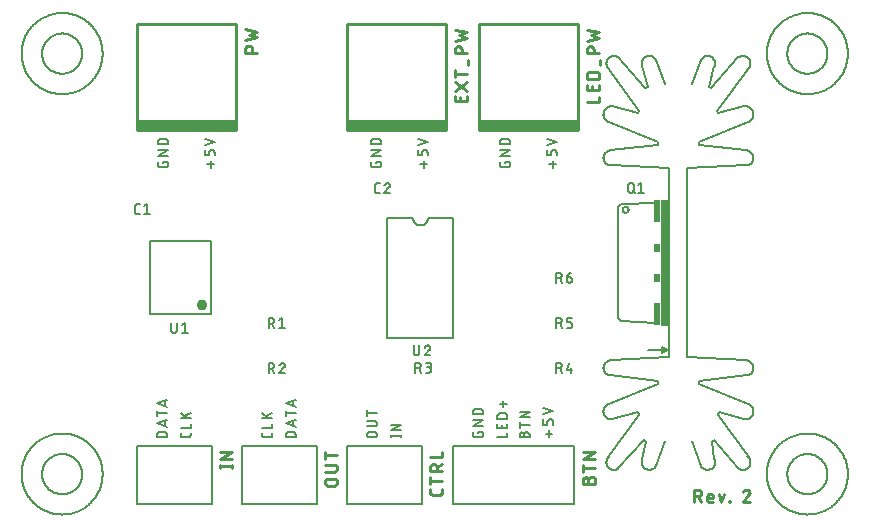
<source format=gbr>
G04 EAGLE Gerber RS-274X export*
G75*
%MOMM*%
%FSLAX34Y34*%
%LPD*%
%INSilkscreen Top*%
%IPPOS*%
%AMOC8*
5,1,8,0,0,1.08239X$1,22.5*%
G01*
%ADD10C,0.177800*%
%ADD11C,0.228600*%
%ADD12C,0.152400*%
%ADD13C,0.203200*%
%ADD14C,0.919200*%
%ADD15C,0.254000*%
%ADD16R,8.300000X0.900000*%
%ADD17R,0.762000X10.668000*%
%ADD18R,0.508000X1.905000*%
%ADD19R,0.508000X0.762000*%


D10*
X132326Y168021D02*
X132326Y161967D01*
X132328Y161872D01*
X132334Y161777D01*
X132343Y161683D01*
X132357Y161589D01*
X132374Y161495D01*
X132395Y161403D01*
X132420Y161311D01*
X132449Y161221D01*
X132481Y161131D01*
X132517Y161043D01*
X132557Y160957D01*
X132599Y160872D01*
X132646Y160789D01*
X132696Y160708D01*
X132749Y160630D01*
X132805Y160553D01*
X132864Y160479D01*
X132926Y160407D01*
X132991Y160338D01*
X133059Y160271D01*
X133129Y160208D01*
X133203Y160147D01*
X133278Y160089D01*
X133356Y160035D01*
X133436Y159983D01*
X133518Y159935D01*
X133601Y159891D01*
X133687Y159849D01*
X133774Y159812D01*
X133863Y159778D01*
X133953Y159747D01*
X134044Y159720D01*
X134136Y159697D01*
X134229Y159678D01*
X134323Y159663D01*
X134417Y159651D01*
X134512Y159643D01*
X134607Y159639D01*
X134701Y159639D01*
X134796Y159643D01*
X134891Y159651D01*
X134985Y159663D01*
X135079Y159678D01*
X135172Y159697D01*
X135264Y159720D01*
X135355Y159747D01*
X135445Y159778D01*
X135534Y159812D01*
X135621Y159849D01*
X135707Y159891D01*
X135790Y159935D01*
X135872Y159983D01*
X135952Y160035D01*
X136030Y160089D01*
X136105Y160147D01*
X136179Y160208D01*
X136249Y160271D01*
X136317Y160338D01*
X136382Y160407D01*
X136444Y160479D01*
X136503Y160553D01*
X136559Y160630D01*
X136612Y160708D01*
X136662Y160789D01*
X136709Y160872D01*
X136751Y160957D01*
X136791Y161043D01*
X136827Y161131D01*
X136859Y161221D01*
X136888Y161311D01*
X136913Y161403D01*
X136934Y161495D01*
X136951Y161589D01*
X136965Y161683D01*
X136974Y161777D01*
X136980Y161872D01*
X136982Y161967D01*
X136982Y168021D01*
X141774Y166158D02*
X144103Y168021D01*
X144103Y159639D01*
X146431Y159639D02*
X141774Y159639D01*
X337558Y148971D02*
X337558Y142917D01*
X337560Y142822D01*
X337566Y142727D01*
X337575Y142633D01*
X337589Y142539D01*
X337606Y142445D01*
X337627Y142353D01*
X337652Y142261D01*
X337681Y142171D01*
X337713Y142081D01*
X337749Y141993D01*
X337789Y141907D01*
X337831Y141822D01*
X337878Y141739D01*
X337928Y141658D01*
X337981Y141580D01*
X338037Y141503D01*
X338096Y141429D01*
X338158Y141357D01*
X338223Y141288D01*
X338291Y141221D01*
X338361Y141158D01*
X338435Y141097D01*
X338510Y141039D01*
X338588Y140985D01*
X338668Y140933D01*
X338750Y140885D01*
X338833Y140841D01*
X338919Y140799D01*
X339006Y140762D01*
X339095Y140728D01*
X339185Y140697D01*
X339276Y140670D01*
X339368Y140647D01*
X339461Y140628D01*
X339555Y140613D01*
X339649Y140601D01*
X339744Y140593D01*
X339839Y140589D01*
X339933Y140589D01*
X340028Y140593D01*
X340123Y140601D01*
X340217Y140613D01*
X340311Y140628D01*
X340404Y140647D01*
X340496Y140670D01*
X340587Y140697D01*
X340677Y140728D01*
X340766Y140762D01*
X340853Y140799D01*
X340939Y140841D01*
X341022Y140885D01*
X341104Y140933D01*
X341184Y140985D01*
X341262Y141039D01*
X341337Y141097D01*
X341411Y141158D01*
X341481Y141221D01*
X341549Y141288D01*
X341614Y141357D01*
X341676Y141429D01*
X341735Y141503D01*
X341791Y141580D01*
X341844Y141658D01*
X341894Y141739D01*
X341941Y141822D01*
X341983Y141907D01*
X342023Y141993D01*
X342059Y142081D01*
X342091Y142171D01*
X342120Y142261D01*
X342145Y142353D01*
X342166Y142445D01*
X342183Y142539D01*
X342197Y142633D01*
X342206Y142727D01*
X342212Y142822D01*
X342214Y142917D01*
X342214Y148971D01*
X349568Y148972D02*
X349657Y148970D01*
X349746Y148964D01*
X349834Y148955D01*
X349922Y148942D01*
X350010Y148925D01*
X350096Y148904D01*
X350182Y148880D01*
X350266Y148852D01*
X350350Y148821D01*
X350431Y148786D01*
X350512Y148748D01*
X350590Y148706D01*
X350667Y148661D01*
X350742Y148613D01*
X350814Y148561D01*
X350885Y148507D01*
X350953Y148449D01*
X351018Y148389D01*
X351081Y148326D01*
X351141Y148261D01*
X351199Y148193D01*
X351253Y148122D01*
X351305Y148050D01*
X351353Y147975D01*
X351398Y147898D01*
X351440Y147820D01*
X351478Y147739D01*
X351513Y147658D01*
X351544Y147574D01*
X351572Y147490D01*
X351596Y147404D01*
X351617Y147318D01*
X351634Y147230D01*
X351647Y147142D01*
X351656Y147054D01*
X351662Y146965D01*
X351664Y146876D01*
X349568Y148971D02*
X349465Y148969D01*
X349363Y148963D01*
X349261Y148953D01*
X349159Y148940D01*
X349058Y148922D01*
X348958Y148901D01*
X348858Y148876D01*
X348760Y148847D01*
X348663Y148814D01*
X348567Y148778D01*
X348472Y148738D01*
X348379Y148694D01*
X348288Y148647D01*
X348199Y148597D01*
X348112Y148543D01*
X348026Y148486D01*
X347943Y148426D01*
X347863Y148362D01*
X347785Y148296D01*
X347709Y148226D01*
X347636Y148154D01*
X347566Y148079D01*
X347499Y148001D01*
X347435Y147921D01*
X347374Y147839D01*
X347316Y147754D01*
X347262Y147667D01*
X347210Y147578D01*
X347163Y147488D01*
X347118Y147395D01*
X347078Y147301D01*
X347040Y147205D01*
X347007Y147108D01*
X350964Y145246D02*
X351029Y145310D01*
X351091Y145377D01*
X351151Y145446D01*
X351207Y145518D01*
X351260Y145591D01*
X351311Y145667D01*
X351358Y145745D01*
X351402Y145825D01*
X351443Y145906D01*
X351481Y145989D01*
X351515Y146074D01*
X351546Y146160D01*
X351573Y146247D01*
X351597Y146335D01*
X351617Y146423D01*
X351634Y146513D01*
X351646Y146603D01*
X351656Y146694D01*
X351661Y146785D01*
X351663Y146876D01*
X350965Y145246D02*
X347006Y140589D01*
X351663Y140589D01*
X105579Y260223D02*
X103717Y260223D01*
X103633Y260225D01*
X103550Y260230D01*
X103467Y260240D01*
X103384Y260253D01*
X103302Y260270D01*
X103221Y260290D01*
X103141Y260314D01*
X103062Y260342D01*
X102985Y260373D01*
X102909Y260407D01*
X102834Y260445D01*
X102761Y260487D01*
X102691Y260531D01*
X102622Y260579D01*
X102555Y260629D01*
X102491Y260683D01*
X102430Y260739D01*
X102370Y260799D01*
X102314Y260860D01*
X102260Y260924D01*
X102210Y260991D01*
X102162Y261060D01*
X102118Y261130D01*
X102076Y261203D01*
X102038Y261278D01*
X102004Y261354D01*
X101973Y261431D01*
X101945Y261510D01*
X101921Y261590D01*
X101901Y261671D01*
X101884Y261753D01*
X101871Y261836D01*
X101861Y261919D01*
X101856Y262002D01*
X101854Y262086D01*
X101854Y266742D01*
X101856Y266828D01*
X101862Y266914D01*
X101872Y266999D01*
X101886Y267084D01*
X101903Y267169D01*
X101925Y267252D01*
X101951Y267334D01*
X101980Y267415D01*
X102013Y267494D01*
X102049Y267572D01*
X102089Y267649D01*
X102133Y267723D01*
X102180Y267795D01*
X102230Y267865D01*
X102284Y267932D01*
X102340Y267997D01*
X102400Y268059D01*
X102462Y268119D01*
X102527Y268175D01*
X102594Y268229D01*
X102664Y268279D01*
X102736Y268326D01*
X102810Y268370D01*
X102887Y268410D01*
X102964Y268446D01*
X103044Y268479D01*
X103125Y268508D01*
X103207Y268534D01*
X103290Y268556D01*
X103375Y268573D01*
X103460Y268587D01*
X103545Y268597D01*
X103631Y268603D01*
X103717Y268605D01*
X105579Y268605D01*
X109516Y266742D02*
X111845Y268605D01*
X111845Y260223D01*
X114173Y260223D02*
X109516Y260223D01*
X214766Y172085D02*
X214766Y163703D01*
X214766Y172085D02*
X217095Y172085D01*
X217190Y172083D01*
X217285Y172077D01*
X217379Y172068D01*
X217473Y172054D01*
X217567Y172037D01*
X217659Y172016D01*
X217751Y171991D01*
X217841Y171962D01*
X217931Y171930D01*
X218019Y171894D01*
X218105Y171854D01*
X218190Y171812D01*
X218273Y171765D01*
X218354Y171715D01*
X218432Y171662D01*
X218509Y171606D01*
X218583Y171547D01*
X218655Y171485D01*
X218724Y171420D01*
X218791Y171352D01*
X218854Y171282D01*
X218915Y171208D01*
X218973Y171133D01*
X219027Y171055D01*
X219079Y170975D01*
X219127Y170893D01*
X219171Y170810D01*
X219213Y170724D01*
X219250Y170637D01*
X219284Y170548D01*
X219315Y170458D01*
X219342Y170367D01*
X219365Y170275D01*
X219384Y170182D01*
X219399Y170088D01*
X219411Y169994D01*
X219419Y169899D01*
X219423Y169804D01*
X219423Y169710D01*
X219419Y169615D01*
X219411Y169520D01*
X219399Y169426D01*
X219384Y169332D01*
X219365Y169239D01*
X219342Y169147D01*
X219315Y169056D01*
X219284Y168966D01*
X219250Y168877D01*
X219213Y168790D01*
X219171Y168704D01*
X219127Y168621D01*
X219079Y168539D01*
X219027Y168459D01*
X218973Y168381D01*
X218915Y168306D01*
X218854Y168232D01*
X218791Y168162D01*
X218724Y168094D01*
X218655Y168029D01*
X218583Y167967D01*
X218509Y167908D01*
X218432Y167852D01*
X218354Y167799D01*
X218273Y167749D01*
X218190Y167702D01*
X218105Y167660D01*
X218019Y167620D01*
X217931Y167584D01*
X217841Y167552D01*
X217751Y167523D01*
X217659Y167498D01*
X217567Y167477D01*
X217473Y167460D01*
X217379Y167446D01*
X217285Y167437D01*
X217190Y167431D01*
X217095Y167429D01*
X217095Y167428D02*
X214766Y167428D01*
X217560Y167428D02*
X219423Y163703D01*
X223816Y170222D02*
X226145Y172085D01*
X226145Y163703D01*
X228473Y163703D02*
X223816Y163703D01*
X214766Y133985D02*
X214766Y125603D01*
X214766Y133985D02*
X217095Y133985D01*
X217190Y133983D01*
X217285Y133977D01*
X217379Y133968D01*
X217473Y133954D01*
X217567Y133937D01*
X217659Y133916D01*
X217751Y133891D01*
X217841Y133862D01*
X217931Y133830D01*
X218019Y133794D01*
X218105Y133754D01*
X218190Y133712D01*
X218273Y133665D01*
X218354Y133615D01*
X218432Y133562D01*
X218509Y133506D01*
X218583Y133447D01*
X218655Y133385D01*
X218724Y133320D01*
X218791Y133252D01*
X218854Y133182D01*
X218915Y133108D01*
X218973Y133033D01*
X219027Y132955D01*
X219079Y132875D01*
X219127Y132793D01*
X219171Y132710D01*
X219213Y132624D01*
X219250Y132537D01*
X219284Y132448D01*
X219315Y132358D01*
X219342Y132267D01*
X219365Y132175D01*
X219384Y132082D01*
X219399Y131988D01*
X219411Y131894D01*
X219419Y131799D01*
X219423Y131704D01*
X219423Y131610D01*
X219419Y131515D01*
X219411Y131420D01*
X219399Y131326D01*
X219384Y131232D01*
X219365Y131139D01*
X219342Y131047D01*
X219315Y130956D01*
X219284Y130866D01*
X219250Y130777D01*
X219213Y130690D01*
X219171Y130604D01*
X219127Y130521D01*
X219079Y130439D01*
X219027Y130359D01*
X218973Y130281D01*
X218915Y130206D01*
X218854Y130132D01*
X218791Y130062D01*
X218724Y129994D01*
X218655Y129929D01*
X218583Y129867D01*
X218509Y129808D01*
X218432Y129752D01*
X218354Y129699D01*
X218273Y129649D01*
X218190Y129602D01*
X218105Y129560D01*
X218019Y129520D01*
X217931Y129484D01*
X217841Y129452D01*
X217751Y129423D01*
X217659Y129398D01*
X217567Y129377D01*
X217473Y129360D01*
X217379Y129346D01*
X217285Y129337D01*
X217190Y129331D01*
X217095Y129329D01*
X217095Y129328D02*
X214766Y129328D01*
X217560Y129328D02*
X219423Y125603D01*
X226378Y133986D02*
X226467Y133984D01*
X226556Y133978D01*
X226644Y133969D01*
X226732Y133956D01*
X226820Y133939D01*
X226906Y133918D01*
X226992Y133894D01*
X227076Y133866D01*
X227160Y133835D01*
X227241Y133800D01*
X227322Y133762D01*
X227400Y133720D01*
X227477Y133675D01*
X227552Y133627D01*
X227624Y133575D01*
X227695Y133521D01*
X227763Y133463D01*
X227828Y133403D01*
X227891Y133340D01*
X227951Y133275D01*
X228009Y133207D01*
X228063Y133136D01*
X228115Y133064D01*
X228163Y132989D01*
X228208Y132912D01*
X228250Y132834D01*
X228288Y132753D01*
X228323Y132672D01*
X228354Y132588D01*
X228382Y132504D01*
X228406Y132418D01*
X228427Y132332D01*
X228444Y132244D01*
X228457Y132156D01*
X228466Y132068D01*
X228472Y131979D01*
X228474Y131890D01*
X226378Y133985D02*
X226275Y133983D01*
X226173Y133977D01*
X226071Y133967D01*
X225969Y133954D01*
X225868Y133936D01*
X225768Y133915D01*
X225668Y133890D01*
X225570Y133861D01*
X225473Y133828D01*
X225377Y133792D01*
X225282Y133752D01*
X225189Y133708D01*
X225098Y133661D01*
X225009Y133611D01*
X224922Y133557D01*
X224836Y133500D01*
X224753Y133440D01*
X224673Y133376D01*
X224595Y133310D01*
X224519Y133240D01*
X224446Y133168D01*
X224376Y133093D01*
X224309Y133015D01*
X224245Y132935D01*
X224184Y132853D01*
X224126Y132768D01*
X224072Y132681D01*
X224020Y132592D01*
X223973Y132502D01*
X223928Y132409D01*
X223888Y132315D01*
X223850Y132219D01*
X223817Y132122D01*
X227774Y130260D02*
X227839Y130324D01*
X227901Y130391D01*
X227961Y130460D01*
X228017Y130532D01*
X228070Y130605D01*
X228121Y130681D01*
X228168Y130759D01*
X228212Y130839D01*
X228253Y130920D01*
X228291Y131003D01*
X228325Y131088D01*
X228356Y131174D01*
X228383Y131261D01*
X228407Y131349D01*
X228427Y131437D01*
X228444Y131527D01*
X228456Y131617D01*
X228466Y131708D01*
X228471Y131799D01*
X228473Y131890D01*
X227775Y130260D02*
X223816Y125603D01*
X228473Y125603D01*
X338963Y125857D02*
X338963Y134239D01*
X341291Y134239D01*
X341386Y134237D01*
X341481Y134231D01*
X341575Y134222D01*
X341669Y134208D01*
X341763Y134191D01*
X341855Y134170D01*
X341947Y134145D01*
X342037Y134116D01*
X342127Y134084D01*
X342215Y134048D01*
X342301Y134008D01*
X342386Y133966D01*
X342469Y133919D01*
X342550Y133869D01*
X342628Y133816D01*
X342705Y133760D01*
X342779Y133701D01*
X342851Y133639D01*
X342920Y133574D01*
X342987Y133506D01*
X343050Y133436D01*
X343111Y133362D01*
X343169Y133287D01*
X343223Y133209D01*
X343275Y133129D01*
X343323Y133047D01*
X343367Y132964D01*
X343409Y132878D01*
X343446Y132791D01*
X343480Y132702D01*
X343511Y132612D01*
X343538Y132521D01*
X343561Y132429D01*
X343580Y132336D01*
X343595Y132242D01*
X343607Y132148D01*
X343615Y132053D01*
X343619Y131958D01*
X343619Y131864D01*
X343615Y131769D01*
X343607Y131674D01*
X343595Y131580D01*
X343580Y131486D01*
X343561Y131393D01*
X343538Y131301D01*
X343511Y131210D01*
X343480Y131120D01*
X343446Y131031D01*
X343409Y130944D01*
X343367Y130858D01*
X343323Y130775D01*
X343275Y130693D01*
X343223Y130613D01*
X343169Y130535D01*
X343111Y130460D01*
X343050Y130386D01*
X342987Y130316D01*
X342920Y130248D01*
X342851Y130183D01*
X342779Y130121D01*
X342705Y130062D01*
X342628Y130006D01*
X342550Y129953D01*
X342469Y129903D01*
X342386Y129856D01*
X342301Y129814D01*
X342215Y129774D01*
X342127Y129738D01*
X342037Y129706D01*
X341947Y129677D01*
X341855Y129652D01*
X341763Y129631D01*
X341669Y129614D01*
X341575Y129600D01*
X341481Y129591D01*
X341386Y129585D01*
X341291Y129583D01*
X341291Y129582D02*
X338963Y129582D01*
X341757Y129582D02*
X343620Y125857D01*
X348013Y125857D02*
X350341Y125857D01*
X350436Y125859D01*
X350531Y125865D01*
X350625Y125874D01*
X350719Y125888D01*
X350813Y125905D01*
X350905Y125926D01*
X350997Y125951D01*
X351087Y125980D01*
X351177Y126012D01*
X351265Y126048D01*
X351351Y126088D01*
X351436Y126130D01*
X351519Y126177D01*
X351600Y126227D01*
X351678Y126280D01*
X351755Y126336D01*
X351829Y126395D01*
X351901Y126457D01*
X351970Y126522D01*
X352037Y126590D01*
X352100Y126660D01*
X352161Y126734D01*
X352219Y126809D01*
X352273Y126887D01*
X352325Y126967D01*
X352373Y127049D01*
X352417Y127132D01*
X352459Y127218D01*
X352496Y127305D01*
X352530Y127394D01*
X352561Y127484D01*
X352588Y127575D01*
X352611Y127667D01*
X352630Y127760D01*
X352645Y127854D01*
X352657Y127948D01*
X352665Y128043D01*
X352669Y128138D01*
X352669Y128232D01*
X352665Y128327D01*
X352657Y128422D01*
X352645Y128516D01*
X352630Y128610D01*
X352611Y128703D01*
X352588Y128795D01*
X352561Y128886D01*
X352530Y128976D01*
X352496Y129065D01*
X352459Y129152D01*
X352417Y129238D01*
X352373Y129321D01*
X352325Y129403D01*
X352273Y129483D01*
X352219Y129561D01*
X352161Y129636D01*
X352100Y129710D01*
X352037Y129780D01*
X351970Y129848D01*
X351901Y129913D01*
X351829Y129975D01*
X351755Y130034D01*
X351678Y130090D01*
X351600Y130143D01*
X351519Y130193D01*
X351436Y130240D01*
X351351Y130282D01*
X351265Y130322D01*
X351177Y130358D01*
X351087Y130390D01*
X350997Y130419D01*
X350905Y130444D01*
X350813Y130465D01*
X350719Y130482D01*
X350625Y130496D01*
X350531Y130505D01*
X350436Y130511D01*
X350341Y130513D01*
X350807Y134239D02*
X348013Y134239D01*
X350807Y134239D02*
X350892Y134237D01*
X350976Y134231D01*
X351061Y134222D01*
X351144Y134208D01*
X351227Y134191D01*
X351310Y134170D01*
X351391Y134145D01*
X351471Y134117D01*
X351549Y134085D01*
X351626Y134049D01*
X351702Y134010D01*
X351775Y133968D01*
X351846Y133922D01*
X351916Y133873D01*
X351983Y133821D01*
X352047Y133766D01*
X352109Y133708D01*
X352169Y133648D01*
X352225Y133584D01*
X352279Y133519D01*
X352329Y133450D01*
X352376Y133380D01*
X352420Y133308D01*
X352461Y133233D01*
X352498Y133157D01*
X352532Y133079D01*
X352562Y133000D01*
X352589Y132919D01*
X352612Y132838D01*
X352631Y132755D01*
X352646Y132672D01*
X352658Y132588D01*
X352666Y132503D01*
X352670Y132418D01*
X352670Y132334D01*
X352666Y132249D01*
X352658Y132164D01*
X352646Y132080D01*
X352631Y131997D01*
X352612Y131914D01*
X352589Y131833D01*
X352562Y131752D01*
X352532Y131673D01*
X352498Y131595D01*
X352461Y131519D01*
X352420Y131445D01*
X352376Y131372D01*
X352329Y131302D01*
X352279Y131233D01*
X352225Y131168D01*
X352169Y131104D01*
X352109Y131044D01*
X352047Y130986D01*
X351983Y130931D01*
X351916Y130879D01*
X351846Y130830D01*
X351775Y130784D01*
X351702Y130742D01*
X351626Y130703D01*
X351549Y130667D01*
X351471Y130635D01*
X351391Y130607D01*
X351310Y130582D01*
X351227Y130561D01*
X351144Y130544D01*
X351061Y130530D01*
X350976Y130521D01*
X350892Y130515D01*
X350807Y130513D01*
X350807Y130514D02*
X348944Y130514D01*
X458343Y134239D02*
X458343Y125857D01*
X458343Y134239D02*
X460671Y134239D01*
X460766Y134237D01*
X460861Y134231D01*
X460955Y134222D01*
X461049Y134208D01*
X461143Y134191D01*
X461235Y134170D01*
X461327Y134145D01*
X461417Y134116D01*
X461507Y134084D01*
X461595Y134048D01*
X461681Y134008D01*
X461766Y133966D01*
X461849Y133919D01*
X461930Y133869D01*
X462008Y133816D01*
X462085Y133760D01*
X462159Y133701D01*
X462231Y133639D01*
X462300Y133574D01*
X462367Y133506D01*
X462430Y133436D01*
X462491Y133362D01*
X462549Y133287D01*
X462603Y133209D01*
X462655Y133129D01*
X462703Y133047D01*
X462747Y132964D01*
X462789Y132878D01*
X462826Y132791D01*
X462860Y132702D01*
X462891Y132612D01*
X462918Y132521D01*
X462941Y132429D01*
X462960Y132336D01*
X462975Y132242D01*
X462987Y132148D01*
X462995Y132053D01*
X462999Y131958D01*
X462999Y131864D01*
X462995Y131769D01*
X462987Y131674D01*
X462975Y131580D01*
X462960Y131486D01*
X462941Y131393D01*
X462918Y131301D01*
X462891Y131210D01*
X462860Y131120D01*
X462826Y131031D01*
X462789Y130944D01*
X462747Y130858D01*
X462703Y130775D01*
X462655Y130693D01*
X462603Y130613D01*
X462549Y130535D01*
X462491Y130460D01*
X462430Y130386D01*
X462367Y130316D01*
X462300Y130248D01*
X462231Y130183D01*
X462159Y130121D01*
X462085Y130062D01*
X462008Y130006D01*
X461930Y129953D01*
X461849Y129903D01*
X461766Y129856D01*
X461681Y129814D01*
X461595Y129774D01*
X461507Y129738D01*
X461417Y129706D01*
X461327Y129677D01*
X461235Y129652D01*
X461143Y129631D01*
X461049Y129614D01*
X460955Y129600D01*
X460861Y129591D01*
X460766Y129585D01*
X460671Y129583D01*
X460671Y129582D02*
X458343Y129582D01*
X461137Y129582D02*
X463000Y125857D01*
X467393Y127720D02*
X469256Y134239D01*
X467393Y127720D02*
X472050Y127720D01*
X470653Y129582D02*
X470653Y125857D01*
X458343Y163957D02*
X458343Y172339D01*
X460671Y172339D01*
X460766Y172337D01*
X460861Y172331D01*
X460955Y172322D01*
X461049Y172308D01*
X461143Y172291D01*
X461235Y172270D01*
X461327Y172245D01*
X461417Y172216D01*
X461507Y172184D01*
X461595Y172148D01*
X461681Y172108D01*
X461766Y172066D01*
X461849Y172019D01*
X461930Y171969D01*
X462008Y171916D01*
X462085Y171860D01*
X462159Y171801D01*
X462231Y171739D01*
X462300Y171674D01*
X462367Y171606D01*
X462430Y171536D01*
X462491Y171462D01*
X462549Y171387D01*
X462603Y171309D01*
X462655Y171229D01*
X462703Y171147D01*
X462747Y171064D01*
X462789Y170978D01*
X462826Y170891D01*
X462860Y170802D01*
X462891Y170712D01*
X462918Y170621D01*
X462941Y170529D01*
X462960Y170436D01*
X462975Y170342D01*
X462987Y170248D01*
X462995Y170153D01*
X462999Y170058D01*
X462999Y169964D01*
X462995Y169869D01*
X462987Y169774D01*
X462975Y169680D01*
X462960Y169586D01*
X462941Y169493D01*
X462918Y169401D01*
X462891Y169310D01*
X462860Y169220D01*
X462826Y169131D01*
X462789Y169044D01*
X462747Y168958D01*
X462703Y168875D01*
X462655Y168793D01*
X462603Y168713D01*
X462549Y168635D01*
X462491Y168560D01*
X462430Y168486D01*
X462367Y168416D01*
X462300Y168348D01*
X462231Y168283D01*
X462159Y168221D01*
X462085Y168162D01*
X462008Y168106D01*
X461930Y168053D01*
X461849Y168003D01*
X461766Y167956D01*
X461681Y167914D01*
X461595Y167874D01*
X461507Y167838D01*
X461417Y167806D01*
X461327Y167777D01*
X461235Y167752D01*
X461143Y167731D01*
X461049Y167714D01*
X460955Y167700D01*
X460861Y167691D01*
X460766Y167685D01*
X460671Y167683D01*
X460671Y167682D02*
X458343Y167682D01*
X461137Y167682D02*
X463000Y163957D01*
X467393Y163957D02*
X470187Y163957D01*
X470271Y163959D01*
X470354Y163965D01*
X470437Y163974D01*
X470520Y163987D01*
X470602Y164004D01*
X470683Y164024D01*
X470763Y164048D01*
X470842Y164076D01*
X470919Y164107D01*
X470995Y164141D01*
X471070Y164179D01*
X471143Y164221D01*
X471213Y164265D01*
X471282Y164313D01*
X471349Y164363D01*
X471413Y164417D01*
X471474Y164473D01*
X471534Y164533D01*
X471590Y164594D01*
X471644Y164658D01*
X471694Y164725D01*
X471742Y164794D01*
X471786Y164864D01*
X471828Y164937D01*
X471866Y165012D01*
X471900Y165088D01*
X471931Y165165D01*
X471959Y165244D01*
X471983Y165324D01*
X472003Y165405D01*
X472020Y165487D01*
X472033Y165570D01*
X472043Y165653D01*
X472048Y165736D01*
X472050Y165820D01*
X472050Y166751D01*
X472048Y166835D01*
X472043Y166918D01*
X472033Y167001D01*
X472020Y167084D01*
X472003Y167166D01*
X471983Y167247D01*
X471959Y167327D01*
X471931Y167406D01*
X471900Y167483D01*
X471866Y167559D01*
X471828Y167634D01*
X471786Y167707D01*
X471742Y167777D01*
X471694Y167846D01*
X471644Y167913D01*
X471590Y167977D01*
X471534Y168038D01*
X471474Y168098D01*
X471413Y168154D01*
X471349Y168208D01*
X471282Y168258D01*
X471213Y168306D01*
X471143Y168350D01*
X471070Y168392D01*
X470995Y168430D01*
X470919Y168464D01*
X470842Y168495D01*
X470763Y168523D01*
X470683Y168547D01*
X470602Y168567D01*
X470520Y168584D01*
X470437Y168597D01*
X470354Y168607D01*
X470271Y168612D01*
X470187Y168614D01*
X467393Y168614D01*
X467393Y172339D01*
X472050Y172339D01*
X458343Y202057D02*
X458343Y210439D01*
X460671Y210439D01*
X460766Y210437D01*
X460861Y210431D01*
X460955Y210422D01*
X461049Y210408D01*
X461143Y210391D01*
X461235Y210370D01*
X461327Y210345D01*
X461417Y210316D01*
X461507Y210284D01*
X461595Y210248D01*
X461681Y210208D01*
X461766Y210166D01*
X461849Y210119D01*
X461930Y210069D01*
X462008Y210016D01*
X462085Y209960D01*
X462159Y209901D01*
X462231Y209839D01*
X462300Y209774D01*
X462367Y209706D01*
X462430Y209636D01*
X462491Y209562D01*
X462549Y209487D01*
X462603Y209409D01*
X462655Y209329D01*
X462703Y209247D01*
X462747Y209164D01*
X462789Y209078D01*
X462826Y208991D01*
X462860Y208902D01*
X462891Y208812D01*
X462918Y208721D01*
X462941Y208629D01*
X462960Y208536D01*
X462975Y208442D01*
X462987Y208348D01*
X462995Y208253D01*
X462999Y208158D01*
X462999Y208064D01*
X462995Y207969D01*
X462987Y207874D01*
X462975Y207780D01*
X462960Y207686D01*
X462941Y207593D01*
X462918Y207501D01*
X462891Y207410D01*
X462860Y207320D01*
X462826Y207231D01*
X462789Y207144D01*
X462747Y207058D01*
X462703Y206975D01*
X462655Y206893D01*
X462603Y206813D01*
X462549Y206735D01*
X462491Y206660D01*
X462430Y206586D01*
X462367Y206516D01*
X462300Y206448D01*
X462231Y206383D01*
X462159Y206321D01*
X462085Y206262D01*
X462008Y206206D01*
X461930Y206153D01*
X461849Y206103D01*
X461766Y206056D01*
X461681Y206014D01*
X461595Y205974D01*
X461507Y205938D01*
X461417Y205906D01*
X461327Y205877D01*
X461235Y205852D01*
X461143Y205831D01*
X461049Y205814D01*
X460955Y205800D01*
X460861Y205791D01*
X460766Y205785D01*
X460671Y205783D01*
X460671Y205782D02*
X458343Y205782D01*
X461137Y205782D02*
X463000Y202057D01*
X467393Y206714D02*
X470187Y206714D01*
X470271Y206712D01*
X470354Y206707D01*
X470437Y206697D01*
X470520Y206684D01*
X470602Y206667D01*
X470683Y206647D01*
X470763Y206623D01*
X470842Y206595D01*
X470919Y206564D01*
X470995Y206530D01*
X471070Y206492D01*
X471143Y206450D01*
X471213Y206406D01*
X471282Y206358D01*
X471349Y206308D01*
X471413Y206254D01*
X471474Y206198D01*
X471534Y206138D01*
X471590Y206077D01*
X471644Y206013D01*
X471694Y205946D01*
X471742Y205877D01*
X471786Y205807D01*
X471828Y205734D01*
X471866Y205659D01*
X471900Y205583D01*
X471931Y205506D01*
X471959Y205427D01*
X471983Y205347D01*
X472003Y205266D01*
X472020Y205184D01*
X472033Y205101D01*
X472043Y205018D01*
X472048Y204935D01*
X472050Y204851D01*
X472050Y204385D01*
X472049Y204385D02*
X472047Y204290D01*
X472041Y204195D01*
X472032Y204101D01*
X472018Y204007D01*
X472001Y203913D01*
X471980Y203821D01*
X471955Y203729D01*
X471926Y203639D01*
X471894Y203549D01*
X471858Y203461D01*
X471818Y203375D01*
X471776Y203290D01*
X471729Y203207D01*
X471679Y203126D01*
X471626Y203048D01*
X471570Y202971D01*
X471511Y202897D01*
X471449Y202825D01*
X471384Y202756D01*
X471316Y202689D01*
X471246Y202626D01*
X471172Y202565D01*
X471097Y202507D01*
X471019Y202453D01*
X470939Y202401D01*
X470857Y202353D01*
X470774Y202309D01*
X470688Y202267D01*
X470601Y202230D01*
X470512Y202196D01*
X470422Y202165D01*
X470331Y202138D01*
X470239Y202115D01*
X470146Y202096D01*
X470052Y202081D01*
X469958Y202069D01*
X469863Y202061D01*
X469768Y202057D01*
X469674Y202057D01*
X469579Y202061D01*
X469484Y202069D01*
X469390Y202081D01*
X469296Y202096D01*
X469203Y202115D01*
X469111Y202138D01*
X469020Y202165D01*
X468930Y202196D01*
X468841Y202230D01*
X468754Y202267D01*
X468668Y202309D01*
X468585Y202353D01*
X468503Y202401D01*
X468423Y202453D01*
X468345Y202507D01*
X468270Y202565D01*
X468196Y202626D01*
X468126Y202689D01*
X468058Y202756D01*
X467993Y202825D01*
X467931Y202897D01*
X467872Y202971D01*
X467816Y203048D01*
X467763Y203126D01*
X467713Y203207D01*
X467666Y203290D01*
X467624Y203375D01*
X467584Y203461D01*
X467548Y203549D01*
X467516Y203639D01*
X467487Y203729D01*
X467462Y203821D01*
X467441Y203913D01*
X467424Y204007D01*
X467410Y204101D01*
X467401Y204195D01*
X467395Y204290D01*
X467393Y204385D01*
X467393Y206714D01*
X467395Y206836D01*
X467401Y206958D01*
X467411Y207079D01*
X467425Y207200D01*
X467443Y207321D01*
X467465Y207441D01*
X467490Y207560D01*
X467520Y207678D01*
X467553Y207795D01*
X467591Y207911D01*
X467632Y208026D01*
X467677Y208139D01*
X467725Y208251D01*
X467777Y208362D01*
X467833Y208470D01*
X467892Y208576D01*
X467955Y208681D01*
X468021Y208783D01*
X468090Y208884D01*
X468163Y208982D01*
X468239Y209077D01*
X468317Y209170D01*
X468399Y209260D01*
X468484Y209348D01*
X468572Y209433D01*
X468662Y209515D01*
X468755Y209593D01*
X468850Y209669D01*
X468948Y209742D01*
X469048Y209811D01*
X469151Y209877D01*
X469255Y209940D01*
X469362Y209999D01*
X469470Y210055D01*
X469581Y210107D01*
X469692Y210155D01*
X469806Y210200D01*
X469921Y210241D01*
X470037Y210279D01*
X470154Y210312D01*
X470272Y210342D01*
X470391Y210367D01*
X470511Y210389D01*
X470632Y210407D01*
X470753Y210421D01*
X470874Y210431D01*
X470996Y210437D01*
X471118Y210439D01*
X308779Y278003D02*
X306917Y278003D01*
X306833Y278005D01*
X306750Y278010D01*
X306667Y278020D01*
X306584Y278033D01*
X306502Y278050D01*
X306421Y278070D01*
X306341Y278094D01*
X306262Y278122D01*
X306185Y278153D01*
X306109Y278187D01*
X306034Y278225D01*
X305961Y278267D01*
X305891Y278311D01*
X305822Y278359D01*
X305755Y278409D01*
X305691Y278463D01*
X305630Y278519D01*
X305570Y278579D01*
X305514Y278640D01*
X305460Y278704D01*
X305410Y278771D01*
X305362Y278840D01*
X305318Y278910D01*
X305276Y278983D01*
X305238Y279058D01*
X305204Y279134D01*
X305173Y279211D01*
X305145Y279290D01*
X305121Y279370D01*
X305101Y279451D01*
X305084Y279533D01*
X305071Y279616D01*
X305061Y279699D01*
X305056Y279782D01*
X305054Y279866D01*
X305054Y284522D01*
X305056Y284608D01*
X305062Y284694D01*
X305072Y284779D01*
X305086Y284864D01*
X305103Y284949D01*
X305125Y285032D01*
X305151Y285114D01*
X305180Y285195D01*
X305213Y285274D01*
X305249Y285352D01*
X305289Y285429D01*
X305333Y285503D01*
X305380Y285575D01*
X305430Y285645D01*
X305484Y285712D01*
X305540Y285777D01*
X305600Y285839D01*
X305662Y285899D01*
X305727Y285955D01*
X305794Y286009D01*
X305864Y286059D01*
X305936Y286106D01*
X306010Y286150D01*
X306087Y286190D01*
X306164Y286226D01*
X306244Y286259D01*
X306325Y286288D01*
X306407Y286314D01*
X306490Y286336D01*
X306575Y286353D01*
X306660Y286367D01*
X306745Y286377D01*
X306831Y286383D01*
X306917Y286385D01*
X308779Y286385D01*
X315278Y286386D02*
X315367Y286384D01*
X315456Y286378D01*
X315544Y286369D01*
X315632Y286356D01*
X315720Y286339D01*
X315806Y286318D01*
X315892Y286294D01*
X315976Y286266D01*
X316060Y286235D01*
X316141Y286200D01*
X316222Y286162D01*
X316300Y286120D01*
X316377Y286075D01*
X316452Y286027D01*
X316524Y285975D01*
X316595Y285921D01*
X316663Y285863D01*
X316728Y285803D01*
X316791Y285740D01*
X316851Y285675D01*
X316909Y285607D01*
X316963Y285536D01*
X317015Y285464D01*
X317063Y285389D01*
X317108Y285312D01*
X317150Y285234D01*
X317188Y285153D01*
X317223Y285072D01*
X317254Y284988D01*
X317282Y284904D01*
X317306Y284818D01*
X317327Y284732D01*
X317344Y284644D01*
X317357Y284556D01*
X317366Y284468D01*
X317372Y284379D01*
X317374Y284290D01*
X315278Y286385D02*
X315175Y286383D01*
X315073Y286377D01*
X314971Y286367D01*
X314869Y286354D01*
X314768Y286336D01*
X314668Y286315D01*
X314568Y286290D01*
X314470Y286261D01*
X314373Y286228D01*
X314277Y286192D01*
X314182Y286152D01*
X314089Y286108D01*
X313998Y286061D01*
X313909Y286011D01*
X313822Y285957D01*
X313736Y285900D01*
X313653Y285840D01*
X313573Y285776D01*
X313495Y285710D01*
X313419Y285640D01*
X313346Y285568D01*
X313276Y285493D01*
X313209Y285415D01*
X313145Y285335D01*
X313084Y285253D01*
X313026Y285168D01*
X312972Y285081D01*
X312920Y284992D01*
X312873Y284902D01*
X312828Y284809D01*
X312788Y284715D01*
X312750Y284619D01*
X312717Y284522D01*
X316674Y282660D02*
X316739Y282724D01*
X316801Y282791D01*
X316861Y282860D01*
X316917Y282932D01*
X316970Y283005D01*
X317021Y283081D01*
X317068Y283159D01*
X317112Y283239D01*
X317153Y283320D01*
X317191Y283403D01*
X317225Y283488D01*
X317256Y283574D01*
X317283Y283661D01*
X317307Y283749D01*
X317327Y283837D01*
X317344Y283927D01*
X317356Y284017D01*
X317366Y284108D01*
X317371Y284199D01*
X317373Y284290D01*
X316675Y282660D02*
X312716Y278003D01*
X317373Y278003D01*
X519303Y280585D02*
X519303Y284311D01*
X519305Y284406D01*
X519311Y284501D01*
X519320Y284595D01*
X519334Y284689D01*
X519351Y284783D01*
X519372Y284875D01*
X519397Y284967D01*
X519426Y285057D01*
X519458Y285147D01*
X519494Y285235D01*
X519534Y285321D01*
X519576Y285406D01*
X519623Y285489D01*
X519673Y285570D01*
X519726Y285648D01*
X519782Y285725D01*
X519841Y285799D01*
X519903Y285871D01*
X519968Y285940D01*
X520036Y286007D01*
X520106Y286070D01*
X520180Y286131D01*
X520255Y286189D01*
X520333Y286243D01*
X520413Y286295D01*
X520495Y286343D01*
X520578Y286387D01*
X520664Y286429D01*
X520751Y286466D01*
X520840Y286500D01*
X520930Y286531D01*
X521021Y286558D01*
X521113Y286581D01*
X521206Y286600D01*
X521300Y286615D01*
X521394Y286627D01*
X521489Y286635D01*
X521584Y286639D01*
X521678Y286639D01*
X521773Y286635D01*
X521868Y286627D01*
X521962Y286615D01*
X522056Y286600D01*
X522149Y286581D01*
X522241Y286558D01*
X522332Y286531D01*
X522422Y286500D01*
X522511Y286466D01*
X522598Y286429D01*
X522684Y286387D01*
X522767Y286343D01*
X522849Y286295D01*
X522929Y286243D01*
X523007Y286189D01*
X523082Y286131D01*
X523156Y286070D01*
X523226Y286007D01*
X523294Y285940D01*
X523359Y285871D01*
X523421Y285799D01*
X523480Y285725D01*
X523536Y285648D01*
X523589Y285570D01*
X523639Y285489D01*
X523686Y285406D01*
X523728Y285321D01*
X523768Y285235D01*
X523804Y285147D01*
X523836Y285057D01*
X523865Y284967D01*
X523890Y284875D01*
X523911Y284783D01*
X523928Y284689D01*
X523942Y284595D01*
X523951Y284501D01*
X523957Y284406D01*
X523959Y284311D01*
X523960Y284311D02*
X523960Y280585D01*
X523959Y280585D02*
X523957Y280490D01*
X523951Y280395D01*
X523942Y280301D01*
X523928Y280207D01*
X523911Y280113D01*
X523890Y280021D01*
X523865Y279929D01*
X523836Y279839D01*
X523804Y279749D01*
X523768Y279661D01*
X523728Y279575D01*
X523686Y279490D01*
X523639Y279407D01*
X523589Y279326D01*
X523536Y279248D01*
X523480Y279171D01*
X523421Y279097D01*
X523359Y279025D01*
X523294Y278956D01*
X523226Y278889D01*
X523156Y278826D01*
X523082Y278765D01*
X523007Y278707D01*
X522929Y278653D01*
X522849Y278601D01*
X522767Y278553D01*
X522684Y278509D01*
X522598Y278467D01*
X522511Y278430D01*
X522422Y278396D01*
X522332Y278365D01*
X522241Y278338D01*
X522149Y278315D01*
X522056Y278296D01*
X521962Y278281D01*
X521868Y278269D01*
X521773Y278261D01*
X521678Y278257D01*
X521584Y278257D01*
X521489Y278261D01*
X521394Y278269D01*
X521300Y278281D01*
X521206Y278296D01*
X521113Y278315D01*
X521021Y278338D01*
X520930Y278365D01*
X520840Y278396D01*
X520751Y278430D01*
X520664Y278467D01*
X520578Y278509D01*
X520495Y278553D01*
X520413Y278601D01*
X520333Y278653D01*
X520255Y278707D01*
X520180Y278765D01*
X520106Y278826D01*
X520036Y278889D01*
X519968Y278956D01*
X519903Y279025D01*
X519841Y279097D01*
X519782Y279171D01*
X519726Y279248D01*
X519673Y279326D01*
X519623Y279407D01*
X519576Y279490D01*
X519534Y279575D01*
X519494Y279661D01*
X519458Y279749D01*
X519426Y279839D01*
X519397Y279929D01*
X519372Y280021D01*
X519351Y280113D01*
X519334Y280207D01*
X519320Y280301D01*
X519311Y280395D01*
X519305Y280490D01*
X519303Y280585D01*
X523028Y280120D02*
X524891Y278257D01*
X527901Y284776D02*
X530230Y286639D01*
X530230Y278257D01*
X532558Y278257D02*
X527901Y278257D01*
D11*
X205359Y396868D02*
X194945Y396868D01*
X194945Y399761D01*
X194947Y399868D01*
X194953Y399975D01*
X194963Y400081D01*
X194977Y400187D01*
X194994Y400293D01*
X195016Y400397D01*
X195041Y400501D01*
X195071Y400604D01*
X195104Y400706D01*
X195140Y400806D01*
X195181Y400905D01*
X195225Y401002D01*
X195273Y401098D01*
X195324Y401192D01*
X195378Y401284D01*
X195436Y401374D01*
X195498Y401461D01*
X195562Y401547D01*
X195629Y401630D01*
X195700Y401710D01*
X195774Y401788D01*
X195850Y401863D01*
X195929Y401935D01*
X196010Y402004D01*
X196095Y402070D01*
X196181Y402133D01*
X196270Y402192D01*
X196361Y402248D01*
X196454Y402301D01*
X196548Y402351D01*
X196645Y402397D01*
X196743Y402439D01*
X196843Y402477D01*
X196944Y402512D01*
X197046Y402544D01*
X197150Y402571D01*
X197254Y402594D01*
X197359Y402614D01*
X197465Y402630D01*
X197571Y402642D01*
X197678Y402650D01*
X197785Y402654D01*
X197891Y402654D01*
X197998Y402650D01*
X198105Y402642D01*
X198211Y402630D01*
X198317Y402614D01*
X198422Y402594D01*
X198526Y402571D01*
X198630Y402544D01*
X198732Y402512D01*
X198833Y402477D01*
X198933Y402439D01*
X199031Y402397D01*
X199128Y402351D01*
X199222Y402301D01*
X199315Y402248D01*
X199406Y402192D01*
X199495Y402133D01*
X199581Y402070D01*
X199666Y402004D01*
X199747Y401935D01*
X199826Y401863D01*
X199902Y401788D01*
X199976Y401710D01*
X200047Y401630D01*
X200114Y401547D01*
X200178Y401461D01*
X200240Y401374D01*
X200298Y401284D01*
X200352Y401192D01*
X200403Y401098D01*
X200451Y401002D01*
X200495Y400905D01*
X200536Y400806D01*
X200572Y400706D01*
X200605Y400604D01*
X200635Y400501D01*
X200660Y400397D01*
X200682Y400293D01*
X200699Y400187D01*
X200713Y400081D01*
X200723Y399975D01*
X200729Y399868D01*
X200731Y399761D01*
X200731Y396868D01*
X194945Y407430D02*
X205359Y409744D01*
X198416Y412059D01*
X205359Y414373D01*
X194945Y416687D01*
X382905Y360364D02*
X382905Y355736D01*
X372491Y355736D01*
X372491Y360364D01*
X377119Y359207D02*
X377119Y355736D01*
X382905Y364645D02*
X372491Y371588D01*
X372491Y364645D02*
X382905Y371588D01*
X382905Y378785D02*
X372491Y378785D01*
X372491Y381677D02*
X372491Y375892D01*
X384062Y385995D02*
X384062Y390624D01*
X382905Y396360D02*
X372491Y396360D01*
X372491Y399253D01*
X372493Y399360D01*
X372499Y399467D01*
X372509Y399573D01*
X372523Y399679D01*
X372540Y399785D01*
X372562Y399889D01*
X372587Y399993D01*
X372617Y400096D01*
X372650Y400198D01*
X372686Y400298D01*
X372727Y400397D01*
X372771Y400494D01*
X372819Y400590D01*
X372870Y400684D01*
X372924Y400776D01*
X372982Y400866D01*
X373044Y400953D01*
X373108Y401039D01*
X373175Y401122D01*
X373246Y401202D01*
X373320Y401280D01*
X373396Y401355D01*
X373475Y401427D01*
X373556Y401496D01*
X373641Y401562D01*
X373727Y401625D01*
X373816Y401684D01*
X373907Y401740D01*
X374000Y401793D01*
X374094Y401843D01*
X374191Y401889D01*
X374289Y401931D01*
X374389Y401969D01*
X374490Y402004D01*
X374592Y402036D01*
X374696Y402063D01*
X374800Y402086D01*
X374905Y402106D01*
X375011Y402122D01*
X375117Y402134D01*
X375224Y402142D01*
X375331Y402146D01*
X375437Y402146D01*
X375544Y402142D01*
X375651Y402134D01*
X375757Y402122D01*
X375863Y402106D01*
X375968Y402086D01*
X376072Y402063D01*
X376176Y402036D01*
X376278Y402004D01*
X376379Y401969D01*
X376479Y401931D01*
X376577Y401889D01*
X376674Y401843D01*
X376768Y401793D01*
X376861Y401740D01*
X376952Y401684D01*
X377041Y401625D01*
X377127Y401562D01*
X377212Y401496D01*
X377293Y401427D01*
X377372Y401355D01*
X377448Y401280D01*
X377522Y401202D01*
X377593Y401122D01*
X377660Y401039D01*
X377724Y400953D01*
X377786Y400866D01*
X377844Y400776D01*
X377898Y400684D01*
X377949Y400590D01*
X377997Y400494D01*
X378041Y400397D01*
X378082Y400298D01*
X378118Y400198D01*
X378151Y400096D01*
X378181Y399993D01*
X378206Y399889D01*
X378228Y399785D01*
X378245Y399679D01*
X378259Y399573D01*
X378269Y399467D01*
X378275Y399360D01*
X378277Y399253D01*
X378277Y396360D01*
X372491Y406922D02*
X382905Y409236D01*
X375962Y411551D01*
X382905Y413865D01*
X372491Y416179D01*
X484251Y354974D02*
X494665Y354974D01*
X494665Y359602D01*
X494665Y364880D02*
X494665Y369508D01*
X494665Y364880D02*
X484251Y364880D01*
X484251Y369508D01*
X488879Y368351D02*
X488879Y364880D01*
X484251Y374749D02*
X494665Y374749D01*
X484251Y374749D02*
X484251Y377642D01*
X484253Y377748D01*
X484259Y377853D01*
X484268Y377958D01*
X484282Y378063D01*
X484299Y378167D01*
X484320Y378271D01*
X484345Y378374D01*
X484374Y378475D01*
X484406Y378576D01*
X484442Y378675D01*
X484481Y378773D01*
X484525Y378870D01*
X484571Y378965D01*
X484621Y379058D01*
X484675Y379149D01*
X484731Y379238D01*
X484791Y379325D01*
X484854Y379410D01*
X484920Y379493D01*
X484989Y379573D01*
X485061Y379650D01*
X485136Y379725D01*
X485213Y379797D01*
X485293Y379866D01*
X485376Y379932D01*
X485461Y379995D01*
X485548Y380055D01*
X485637Y380111D01*
X485728Y380165D01*
X485821Y380215D01*
X485916Y380261D01*
X486013Y380305D01*
X486111Y380344D01*
X486210Y380380D01*
X486311Y380412D01*
X486412Y380441D01*
X486515Y380466D01*
X486619Y380487D01*
X486723Y380504D01*
X486828Y380518D01*
X486933Y380527D01*
X487038Y380533D01*
X487144Y380535D01*
X487144Y380534D02*
X491772Y380534D01*
X491772Y380535D02*
X491878Y380533D01*
X491983Y380527D01*
X492088Y380518D01*
X492193Y380504D01*
X492297Y380487D01*
X492401Y380466D01*
X492504Y380441D01*
X492605Y380412D01*
X492706Y380380D01*
X492805Y380344D01*
X492903Y380305D01*
X493000Y380261D01*
X493095Y380215D01*
X493188Y380165D01*
X493279Y380111D01*
X493368Y380055D01*
X493455Y379995D01*
X493540Y379932D01*
X493623Y379866D01*
X493703Y379797D01*
X493780Y379725D01*
X493855Y379650D01*
X493927Y379573D01*
X493996Y379493D01*
X494062Y379410D01*
X494125Y379325D01*
X494185Y379238D01*
X494241Y379149D01*
X494295Y379058D01*
X494345Y378965D01*
X494391Y378870D01*
X494435Y378773D01*
X494474Y378675D01*
X494510Y378576D01*
X494542Y378475D01*
X494571Y378374D01*
X494596Y378271D01*
X494617Y378167D01*
X494634Y378063D01*
X494648Y377958D01*
X494657Y377853D01*
X494663Y377748D01*
X494665Y377642D01*
X494665Y374749D01*
X495822Y385995D02*
X495822Y390624D01*
X494665Y396360D02*
X484251Y396360D01*
X484251Y399253D01*
X484253Y399360D01*
X484259Y399467D01*
X484269Y399573D01*
X484283Y399679D01*
X484300Y399785D01*
X484322Y399889D01*
X484347Y399993D01*
X484377Y400096D01*
X484410Y400198D01*
X484446Y400298D01*
X484487Y400397D01*
X484531Y400494D01*
X484579Y400590D01*
X484630Y400684D01*
X484684Y400776D01*
X484742Y400866D01*
X484804Y400953D01*
X484868Y401039D01*
X484935Y401122D01*
X485006Y401202D01*
X485080Y401280D01*
X485156Y401355D01*
X485235Y401427D01*
X485316Y401496D01*
X485401Y401562D01*
X485487Y401625D01*
X485576Y401684D01*
X485667Y401740D01*
X485760Y401793D01*
X485854Y401843D01*
X485951Y401889D01*
X486049Y401931D01*
X486149Y401969D01*
X486250Y402004D01*
X486352Y402036D01*
X486456Y402063D01*
X486560Y402086D01*
X486665Y402106D01*
X486771Y402122D01*
X486877Y402134D01*
X486984Y402142D01*
X487091Y402146D01*
X487197Y402146D01*
X487304Y402142D01*
X487411Y402134D01*
X487517Y402122D01*
X487623Y402106D01*
X487728Y402086D01*
X487832Y402063D01*
X487936Y402036D01*
X488038Y402004D01*
X488139Y401969D01*
X488239Y401931D01*
X488337Y401889D01*
X488434Y401843D01*
X488528Y401793D01*
X488621Y401740D01*
X488712Y401684D01*
X488801Y401625D01*
X488887Y401562D01*
X488972Y401496D01*
X489053Y401427D01*
X489132Y401355D01*
X489208Y401280D01*
X489282Y401202D01*
X489353Y401122D01*
X489420Y401039D01*
X489484Y400953D01*
X489546Y400866D01*
X489604Y400776D01*
X489658Y400684D01*
X489709Y400590D01*
X489757Y400494D01*
X489801Y400397D01*
X489842Y400298D01*
X489878Y400198D01*
X489911Y400096D01*
X489941Y399993D01*
X489966Y399889D01*
X489988Y399785D01*
X490005Y399679D01*
X490019Y399573D01*
X490029Y399467D01*
X490035Y399360D01*
X490037Y399253D01*
X490037Y396360D01*
X484251Y406922D02*
X494665Y409236D01*
X487722Y411551D01*
X494665Y413865D01*
X484251Y416179D01*
X485577Y34847D02*
X485577Y31955D01*
X485577Y34847D02*
X485579Y34954D01*
X485585Y35061D01*
X485595Y35167D01*
X485609Y35273D01*
X485626Y35379D01*
X485648Y35483D01*
X485673Y35587D01*
X485703Y35690D01*
X485736Y35792D01*
X485772Y35892D01*
X485813Y35991D01*
X485857Y36088D01*
X485905Y36184D01*
X485956Y36278D01*
X486010Y36370D01*
X486068Y36460D01*
X486130Y36547D01*
X486194Y36633D01*
X486261Y36716D01*
X486332Y36796D01*
X486406Y36874D01*
X486482Y36949D01*
X486561Y37021D01*
X486642Y37090D01*
X486727Y37156D01*
X486813Y37219D01*
X486902Y37278D01*
X486993Y37334D01*
X487086Y37387D01*
X487180Y37437D01*
X487277Y37483D01*
X487375Y37525D01*
X487475Y37563D01*
X487576Y37598D01*
X487678Y37630D01*
X487782Y37657D01*
X487886Y37680D01*
X487991Y37700D01*
X488097Y37716D01*
X488203Y37728D01*
X488310Y37736D01*
X488417Y37740D01*
X488523Y37740D01*
X488630Y37736D01*
X488737Y37728D01*
X488843Y37716D01*
X488949Y37700D01*
X489054Y37680D01*
X489158Y37657D01*
X489262Y37630D01*
X489364Y37598D01*
X489465Y37563D01*
X489565Y37525D01*
X489663Y37483D01*
X489760Y37437D01*
X489854Y37387D01*
X489947Y37334D01*
X490038Y37278D01*
X490127Y37219D01*
X490213Y37156D01*
X490298Y37090D01*
X490379Y37021D01*
X490458Y36949D01*
X490534Y36874D01*
X490608Y36796D01*
X490679Y36716D01*
X490746Y36633D01*
X490810Y36547D01*
X490872Y36460D01*
X490930Y36370D01*
X490984Y36278D01*
X491035Y36184D01*
X491083Y36088D01*
X491127Y35991D01*
X491168Y35892D01*
X491204Y35792D01*
X491237Y35690D01*
X491267Y35587D01*
X491292Y35483D01*
X491314Y35379D01*
X491331Y35273D01*
X491345Y35167D01*
X491355Y35061D01*
X491361Y34954D01*
X491363Y34847D01*
X491363Y31955D01*
X480949Y31955D01*
X480949Y34847D01*
X480951Y34941D01*
X480957Y35036D01*
X480966Y35130D01*
X480980Y35223D01*
X480997Y35316D01*
X481018Y35408D01*
X481043Y35499D01*
X481071Y35589D01*
X481103Y35678D01*
X481139Y35765D01*
X481178Y35851D01*
X481221Y35935D01*
X481267Y36018D01*
X481316Y36098D01*
X481369Y36176D01*
X481425Y36253D01*
X481484Y36326D01*
X481545Y36398D01*
X481610Y36466D01*
X481678Y36533D01*
X481748Y36596D01*
X481820Y36656D01*
X481895Y36714D01*
X481973Y36768D01*
X482052Y36819D01*
X482133Y36867D01*
X482217Y36911D01*
X482302Y36952D01*
X482388Y36989D01*
X482476Y37023D01*
X482566Y37054D01*
X482656Y37080D01*
X482748Y37103D01*
X482841Y37122D01*
X482934Y37137D01*
X483027Y37149D01*
X483121Y37157D01*
X483216Y37161D01*
X483310Y37161D01*
X483405Y37157D01*
X483499Y37149D01*
X483592Y37137D01*
X483685Y37122D01*
X483778Y37103D01*
X483870Y37080D01*
X483960Y37054D01*
X484050Y37023D01*
X484138Y36989D01*
X484224Y36952D01*
X484309Y36911D01*
X484393Y36867D01*
X484474Y36819D01*
X484553Y36768D01*
X484631Y36714D01*
X484706Y36656D01*
X484778Y36596D01*
X484848Y36533D01*
X484916Y36466D01*
X484981Y36398D01*
X485042Y36326D01*
X485101Y36253D01*
X485157Y36176D01*
X485210Y36098D01*
X485259Y36018D01*
X485305Y35935D01*
X485348Y35851D01*
X485387Y35765D01*
X485423Y35678D01*
X485455Y35589D01*
X485483Y35499D01*
X485508Y35408D01*
X485529Y35316D01*
X485546Y35223D01*
X485560Y35130D01*
X485569Y35036D01*
X485575Y34941D01*
X485577Y34847D01*
X480949Y44859D02*
X491363Y44859D01*
X480949Y41967D02*
X480949Y47752D01*
X480949Y53015D02*
X491363Y53015D01*
X491363Y58801D02*
X480949Y53015D01*
X480949Y58801D02*
X491363Y58801D01*
X361823Y27087D02*
X361823Y24773D01*
X361821Y24677D01*
X361815Y24582D01*
X361805Y24487D01*
X361791Y24392D01*
X361774Y24298D01*
X361752Y24205D01*
X361727Y24113D01*
X361698Y24022D01*
X361665Y23932D01*
X361628Y23843D01*
X361588Y23757D01*
X361544Y23672D01*
X361497Y23589D01*
X361446Y23507D01*
X361392Y23428D01*
X361335Y23352D01*
X361275Y23277D01*
X361211Y23206D01*
X361145Y23137D01*
X361076Y23071D01*
X361005Y23007D01*
X360930Y22947D01*
X360854Y22890D01*
X360775Y22836D01*
X360694Y22785D01*
X360610Y22738D01*
X360525Y22694D01*
X360439Y22654D01*
X360350Y22617D01*
X360260Y22584D01*
X360169Y22555D01*
X360077Y22530D01*
X359984Y22508D01*
X359890Y22491D01*
X359795Y22477D01*
X359700Y22467D01*
X359605Y22461D01*
X359509Y22459D01*
X353723Y22459D01*
X353627Y22461D01*
X353532Y22467D01*
X353437Y22477D01*
X353342Y22491D01*
X353248Y22508D01*
X353155Y22530D01*
X353063Y22555D01*
X352972Y22584D01*
X352882Y22617D01*
X352793Y22654D01*
X352707Y22694D01*
X352622Y22738D01*
X352539Y22785D01*
X352457Y22836D01*
X352378Y22890D01*
X352302Y22947D01*
X352227Y23007D01*
X352156Y23071D01*
X352087Y23137D01*
X352021Y23206D01*
X351957Y23277D01*
X351897Y23352D01*
X351840Y23428D01*
X351786Y23507D01*
X351735Y23588D01*
X351688Y23672D01*
X351644Y23757D01*
X351604Y23843D01*
X351567Y23932D01*
X351534Y24022D01*
X351505Y24113D01*
X351480Y24205D01*
X351458Y24298D01*
X351441Y24392D01*
X351427Y24487D01*
X351417Y24582D01*
X351411Y24677D01*
X351409Y24773D01*
X351409Y27087D01*
X351409Y34169D02*
X361823Y34169D01*
X351409Y31276D02*
X351409Y37061D01*
X351409Y42445D02*
X361823Y42445D01*
X351409Y42445D02*
X351409Y45337D01*
X351411Y45444D01*
X351417Y45551D01*
X351427Y45657D01*
X351441Y45763D01*
X351458Y45869D01*
X351480Y45973D01*
X351505Y46077D01*
X351535Y46180D01*
X351568Y46282D01*
X351604Y46382D01*
X351645Y46481D01*
X351689Y46578D01*
X351737Y46674D01*
X351788Y46768D01*
X351842Y46860D01*
X351900Y46950D01*
X351962Y47037D01*
X352026Y47123D01*
X352093Y47206D01*
X352164Y47286D01*
X352238Y47364D01*
X352314Y47439D01*
X352393Y47511D01*
X352474Y47580D01*
X352559Y47646D01*
X352645Y47709D01*
X352734Y47768D01*
X352825Y47824D01*
X352918Y47877D01*
X353012Y47927D01*
X353109Y47973D01*
X353207Y48015D01*
X353307Y48053D01*
X353408Y48088D01*
X353510Y48120D01*
X353614Y48147D01*
X353718Y48170D01*
X353823Y48190D01*
X353929Y48206D01*
X354035Y48218D01*
X354142Y48226D01*
X354249Y48230D01*
X354355Y48230D01*
X354462Y48226D01*
X354569Y48218D01*
X354675Y48206D01*
X354781Y48190D01*
X354886Y48170D01*
X354990Y48147D01*
X355094Y48120D01*
X355196Y48088D01*
X355297Y48053D01*
X355397Y48015D01*
X355495Y47973D01*
X355592Y47927D01*
X355686Y47877D01*
X355779Y47824D01*
X355870Y47768D01*
X355959Y47709D01*
X356045Y47646D01*
X356130Y47580D01*
X356211Y47511D01*
X356290Y47439D01*
X356366Y47364D01*
X356440Y47286D01*
X356511Y47206D01*
X356578Y47123D01*
X356642Y47037D01*
X356704Y46950D01*
X356762Y46860D01*
X356816Y46768D01*
X356867Y46674D01*
X356915Y46578D01*
X356959Y46481D01*
X357000Y46382D01*
X357036Y46282D01*
X357069Y46180D01*
X357099Y46077D01*
X357124Y45973D01*
X357146Y45869D01*
X357163Y45763D01*
X357177Y45657D01*
X357187Y45551D01*
X357193Y45444D01*
X357195Y45337D01*
X357195Y42445D01*
X357195Y45916D02*
X361823Y48230D01*
X361823Y54173D02*
X351409Y54173D01*
X361823Y54173D02*
X361823Y58801D01*
X270030Y30156D02*
X265402Y30156D01*
X265402Y30155D02*
X265295Y30157D01*
X265188Y30163D01*
X265082Y30173D01*
X264976Y30187D01*
X264870Y30204D01*
X264766Y30226D01*
X264662Y30251D01*
X264559Y30281D01*
X264457Y30314D01*
X264357Y30350D01*
X264258Y30391D01*
X264161Y30435D01*
X264065Y30483D01*
X263971Y30534D01*
X263879Y30588D01*
X263789Y30646D01*
X263702Y30708D01*
X263616Y30772D01*
X263533Y30839D01*
X263453Y30910D01*
X263375Y30984D01*
X263300Y31060D01*
X263228Y31139D01*
X263159Y31220D01*
X263093Y31305D01*
X263030Y31391D01*
X262971Y31480D01*
X262915Y31571D01*
X262862Y31664D01*
X262812Y31758D01*
X262766Y31855D01*
X262724Y31953D01*
X262686Y32053D01*
X262651Y32154D01*
X262619Y32256D01*
X262592Y32360D01*
X262569Y32464D01*
X262549Y32569D01*
X262533Y32675D01*
X262521Y32781D01*
X262513Y32888D01*
X262509Y32995D01*
X262509Y33101D01*
X262513Y33208D01*
X262521Y33315D01*
X262533Y33421D01*
X262549Y33527D01*
X262569Y33632D01*
X262592Y33736D01*
X262619Y33840D01*
X262651Y33942D01*
X262686Y34043D01*
X262724Y34143D01*
X262766Y34241D01*
X262812Y34338D01*
X262862Y34432D01*
X262915Y34525D01*
X262971Y34616D01*
X263030Y34705D01*
X263093Y34791D01*
X263159Y34876D01*
X263228Y34957D01*
X263300Y35036D01*
X263375Y35112D01*
X263453Y35186D01*
X263533Y35257D01*
X263616Y35324D01*
X263702Y35388D01*
X263789Y35450D01*
X263879Y35508D01*
X263971Y35562D01*
X264065Y35613D01*
X264161Y35661D01*
X264258Y35705D01*
X264357Y35746D01*
X264457Y35782D01*
X264559Y35815D01*
X264662Y35845D01*
X264766Y35870D01*
X264870Y35892D01*
X264976Y35909D01*
X265082Y35923D01*
X265188Y35933D01*
X265295Y35939D01*
X265402Y35941D01*
X270030Y35941D01*
X270137Y35939D01*
X270244Y35933D01*
X270350Y35923D01*
X270456Y35909D01*
X270562Y35892D01*
X270666Y35870D01*
X270770Y35845D01*
X270873Y35815D01*
X270975Y35782D01*
X271075Y35746D01*
X271174Y35705D01*
X271271Y35661D01*
X271367Y35613D01*
X271461Y35562D01*
X271553Y35508D01*
X271643Y35450D01*
X271730Y35388D01*
X271816Y35324D01*
X271899Y35257D01*
X271979Y35186D01*
X272057Y35112D01*
X272132Y35036D01*
X272204Y34957D01*
X272273Y34876D01*
X272339Y34791D01*
X272402Y34705D01*
X272461Y34616D01*
X272517Y34525D01*
X272570Y34432D01*
X272620Y34338D01*
X272666Y34241D01*
X272708Y34143D01*
X272746Y34043D01*
X272781Y33942D01*
X272813Y33840D01*
X272840Y33736D01*
X272863Y33632D01*
X272883Y33527D01*
X272899Y33421D01*
X272911Y33315D01*
X272919Y33208D01*
X272923Y33101D01*
X272923Y32995D01*
X272919Y32888D01*
X272911Y32781D01*
X272899Y32675D01*
X272883Y32569D01*
X272863Y32464D01*
X272840Y32360D01*
X272813Y32256D01*
X272781Y32154D01*
X272746Y32053D01*
X272708Y31953D01*
X272666Y31855D01*
X272620Y31758D01*
X272570Y31664D01*
X272517Y31571D01*
X272461Y31480D01*
X272402Y31391D01*
X272339Y31305D01*
X272273Y31220D01*
X272204Y31139D01*
X272132Y31060D01*
X272057Y30984D01*
X271979Y30910D01*
X271899Y30839D01*
X271816Y30772D01*
X271730Y30708D01*
X271643Y30646D01*
X271553Y30588D01*
X271461Y30534D01*
X271367Y30483D01*
X271271Y30435D01*
X271174Y30391D01*
X271075Y30350D01*
X270975Y30314D01*
X270873Y30281D01*
X270770Y30251D01*
X270666Y30226D01*
X270562Y30204D01*
X270456Y30187D01*
X270350Y30173D01*
X270244Y30163D01*
X270137Y30157D01*
X270030Y30155D01*
X270030Y41967D02*
X262509Y41967D01*
X270030Y41966D02*
X270137Y41968D01*
X270244Y41974D01*
X270350Y41984D01*
X270456Y41998D01*
X270562Y42015D01*
X270666Y42037D01*
X270770Y42062D01*
X270873Y42092D01*
X270975Y42125D01*
X271075Y42161D01*
X271174Y42202D01*
X271271Y42246D01*
X271367Y42294D01*
X271461Y42345D01*
X271553Y42399D01*
X271643Y42457D01*
X271730Y42519D01*
X271816Y42583D01*
X271899Y42650D01*
X271979Y42721D01*
X272057Y42795D01*
X272132Y42871D01*
X272204Y42950D01*
X272273Y43031D01*
X272339Y43116D01*
X272402Y43202D01*
X272461Y43291D01*
X272517Y43382D01*
X272570Y43475D01*
X272620Y43569D01*
X272666Y43666D01*
X272708Y43764D01*
X272746Y43864D01*
X272781Y43965D01*
X272813Y44067D01*
X272840Y44171D01*
X272863Y44275D01*
X272883Y44380D01*
X272899Y44486D01*
X272911Y44592D01*
X272919Y44699D01*
X272923Y44806D01*
X272923Y44912D01*
X272919Y45019D01*
X272911Y45126D01*
X272899Y45232D01*
X272883Y45338D01*
X272863Y45443D01*
X272840Y45547D01*
X272813Y45651D01*
X272781Y45753D01*
X272746Y45854D01*
X272708Y45954D01*
X272666Y46052D01*
X272620Y46149D01*
X272570Y46243D01*
X272517Y46336D01*
X272461Y46427D01*
X272402Y46516D01*
X272339Y46602D01*
X272273Y46687D01*
X272204Y46768D01*
X272132Y46847D01*
X272057Y46923D01*
X271979Y46997D01*
X271899Y47068D01*
X271816Y47135D01*
X271730Y47199D01*
X271643Y47261D01*
X271553Y47319D01*
X271461Y47373D01*
X271367Y47424D01*
X271271Y47472D01*
X271174Y47516D01*
X271075Y47557D01*
X270975Y47593D01*
X270873Y47626D01*
X270770Y47656D01*
X270666Y47681D01*
X270562Y47703D01*
X270456Y47720D01*
X270350Y47734D01*
X270244Y47744D01*
X270137Y47750D01*
X270030Y47752D01*
X262509Y47752D01*
X262509Y55908D02*
X272923Y55908D01*
X262509Y53015D02*
X262509Y58801D01*
X184023Y46383D02*
X173609Y46383D01*
X184023Y45226D02*
X184023Y47540D01*
X173609Y47540D02*
X173609Y45226D01*
X173609Y53015D02*
X184023Y53015D01*
X184023Y58801D02*
X173609Y53015D01*
X173609Y58801D02*
X184023Y58801D01*
D10*
X125010Y303073D02*
X125010Y304470D01*
X129667Y304470D01*
X129667Y301676D01*
X129665Y301590D01*
X129659Y301504D01*
X129649Y301419D01*
X129635Y301334D01*
X129618Y301249D01*
X129596Y301166D01*
X129570Y301084D01*
X129541Y301003D01*
X129508Y300924D01*
X129472Y300846D01*
X129432Y300769D01*
X129388Y300695D01*
X129341Y300623D01*
X129291Y300553D01*
X129237Y300486D01*
X129181Y300421D01*
X129121Y300359D01*
X129059Y300299D01*
X128994Y300243D01*
X128927Y300189D01*
X128857Y300139D01*
X128785Y300092D01*
X128711Y300048D01*
X128634Y300008D01*
X128557Y299972D01*
X128477Y299939D01*
X128396Y299910D01*
X128314Y299884D01*
X128231Y299862D01*
X128146Y299845D01*
X128061Y299831D01*
X127976Y299821D01*
X127890Y299815D01*
X127804Y299813D01*
X123148Y299813D01*
X123062Y299815D01*
X122976Y299821D01*
X122891Y299831D01*
X122806Y299845D01*
X122721Y299862D01*
X122638Y299884D01*
X122556Y299910D01*
X122475Y299939D01*
X122396Y299972D01*
X122318Y300008D01*
X122241Y300048D01*
X122167Y300092D01*
X122095Y300139D01*
X122025Y300189D01*
X121958Y300243D01*
X121893Y300299D01*
X121831Y300359D01*
X121771Y300421D01*
X121715Y300486D01*
X121661Y300553D01*
X121611Y300623D01*
X121564Y300695D01*
X121520Y300769D01*
X121480Y300846D01*
X121444Y300923D01*
X121411Y301003D01*
X121382Y301084D01*
X121356Y301166D01*
X121334Y301249D01*
X121317Y301334D01*
X121303Y301419D01*
X121293Y301504D01*
X121287Y301590D01*
X121285Y301676D01*
X121285Y304470D01*
X121285Y309567D02*
X129667Y309567D01*
X129667Y314223D02*
X121285Y309567D01*
X121285Y314223D02*
X129667Y314223D01*
X129667Y319320D02*
X121285Y319320D01*
X121285Y321649D01*
X121287Y321743D01*
X121293Y321836D01*
X121302Y321930D01*
X121315Y322022D01*
X121332Y322115D01*
X121353Y322206D01*
X121377Y322297D01*
X121405Y322386D01*
X121436Y322475D01*
X121471Y322562D01*
X121510Y322647D01*
X121552Y322731D01*
X121597Y322813D01*
X121645Y322893D01*
X121697Y322971D01*
X121752Y323048D01*
X121810Y323121D01*
X121870Y323193D01*
X121934Y323262D01*
X122000Y323328D01*
X122069Y323392D01*
X122141Y323452D01*
X122214Y323510D01*
X122291Y323565D01*
X122369Y323617D01*
X122449Y323665D01*
X122531Y323710D01*
X122615Y323752D01*
X122701Y323791D01*
X122788Y323826D01*
X122876Y323857D01*
X122965Y323885D01*
X123056Y323909D01*
X123147Y323930D01*
X123240Y323947D01*
X123332Y323960D01*
X123426Y323969D01*
X123519Y323975D01*
X123613Y323977D01*
X127339Y323977D01*
X127433Y323975D01*
X127526Y323969D01*
X127620Y323960D01*
X127712Y323947D01*
X127805Y323930D01*
X127896Y323909D01*
X127987Y323885D01*
X128076Y323857D01*
X128165Y323826D01*
X128251Y323791D01*
X128337Y323752D01*
X128421Y323710D01*
X128503Y323665D01*
X128583Y323617D01*
X128661Y323565D01*
X128738Y323510D01*
X128811Y323452D01*
X128883Y323392D01*
X128952Y323328D01*
X129018Y323262D01*
X129082Y323193D01*
X129142Y323121D01*
X129200Y323048D01*
X129255Y322971D01*
X129307Y322893D01*
X129355Y322813D01*
X129400Y322731D01*
X129442Y322647D01*
X129481Y322561D01*
X129516Y322475D01*
X129547Y322386D01*
X129575Y322297D01*
X129599Y322206D01*
X129620Y322115D01*
X129637Y322022D01*
X129650Y321930D01*
X129659Y321836D01*
X129665Y321743D01*
X129667Y321649D01*
X129667Y319320D01*
X165777Y305079D02*
X165777Y299491D01*
X168571Y302285D02*
X162983Y302285D01*
X169037Y309711D02*
X169037Y312505D01*
X169035Y312589D01*
X169030Y312672D01*
X169020Y312755D01*
X169007Y312838D01*
X168990Y312920D01*
X168970Y313001D01*
X168946Y313081D01*
X168918Y313160D01*
X168887Y313237D01*
X168853Y313313D01*
X168815Y313388D01*
X168773Y313461D01*
X168729Y313531D01*
X168681Y313600D01*
X168631Y313667D01*
X168577Y313731D01*
X168521Y313792D01*
X168461Y313852D01*
X168400Y313908D01*
X168336Y313962D01*
X168269Y314012D01*
X168200Y314060D01*
X168130Y314104D01*
X168057Y314146D01*
X167982Y314184D01*
X167906Y314218D01*
X167829Y314249D01*
X167750Y314277D01*
X167670Y314301D01*
X167589Y314321D01*
X167507Y314338D01*
X167424Y314351D01*
X167341Y314361D01*
X167258Y314366D01*
X167174Y314368D01*
X167174Y314367D02*
X166243Y314367D01*
X166243Y314368D02*
X166157Y314366D01*
X166071Y314360D01*
X165986Y314350D01*
X165901Y314336D01*
X165816Y314319D01*
X165733Y314297D01*
X165651Y314271D01*
X165570Y314242D01*
X165491Y314209D01*
X165413Y314173D01*
X165336Y314133D01*
X165262Y314089D01*
X165190Y314042D01*
X165120Y313992D01*
X165053Y313938D01*
X164988Y313882D01*
X164926Y313822D01*
X164866Y313760D01*
X164810Y313695D01*
X164756Y313628D01*
X164706Y313558D01*
X164659Y313486D01*
X164615Y313412D01*
X164575Y313335D01*
X164539Y313258D01*
X164506Y313178D01*
X164477Y313097D01*
X164451Y313015D01*
X164429Y312932D01*
X164412Y312847D01*
X164398Y312762D01*
X164388Y312677D01*
X164382Y312591D01*
X164380Y312505D01*
X164380Y309711D01*
X160655Y309711D01*
X160655Y314367D01*
X160655Y318389D02*
X169037Y321183D01*
X160655Y323977D01*
X305350Y304470D02*
X305350Y303073D01*
X305350Y304470D02*
X310007Y304470D01*
X310007Y301676D01*
X310005Y301590D01*
X309999Y301504D01*
X309989Y301419D01*
X309975Y301334D01*
X309958Y301249D01*
X309936Y301166D01*
X309910Y301084D01*
X309881Y301003D01*
X309848Y300924D01*
X309812Y300846D01*
X309772Y300769D01*
X309728Y300695D01*
X309681Y300623D01*
X309631Y300553D01*
X309577Y300486D01*
X309521Y300421D01*
X309461Y300359D01*
X309399Y300299D01*
X309334Y300243D01*
X309267Y300189D01*
X309197Y300139D01*
X309125Y300092D01*
X309051Y300048D01*
X308974Y300008D01*
X308897Y299972D01*
X308817Y299939D01*
X308736Y299910D01*
X308654Y299884D01*
X308571Y299862D01*
X308486Y299845D01*
X308401Y299831D01*
X308316Y299821D01*
X308230Y299815D01*
X308144Y299813D01*
X303488Y299813D01*
X303402Y299815D01*
X303316Y299821D01*
X303231Y299831D01*
X303146Y299845D01*
X303061Y299862D01*
X302978Y299884D01*
X302896Y299910D01*
X302815Y299939D01*
X302736Y299972D01*
X302658Y300008D01*
X302581Y300048D01*
X302507Y300092D01*
X302435Y300139D01*
X302365Y300189D01*
X302298Y300243D01*
X302233Y300299D01*
X302171Y300359D01*
X302111Y300421D01*
X302055Y300486D01*
X302001Y300553D01*
X301951Y300623D01*
X301904Y300695D01*
X301860Y300769D01*
X301820Y300846D01*
X301784Y300923D01*
X301751Y301003D01*
X301722Y301084D01*
X301696Y301166D01*
X301674Y301249D01*
X301657Y301334D01*
X301643Y301419D01*
X301633Y301504D01*
X301627Y301590D01*
X301625Y301676D01*
X301625Y304470D01*
X301625Y309567D02*
X310007Y309567D01*
X310007Y314223D02*
X301625Y309567D01*
X301625Y314223D02*
X310007Y314223D01*
X310007Y319320D02*
X301625Y319320D01*
X301625Y321649D01*
X301627Y321743D01*
X301633Y321836D01*
X301642Y321930D01*
X301655Y322022D01*
X301672Y322115D01*
X301693Y322206D01*
X301717Y322297D01*
X301745Y322386D01*
X301776Y322475D01*
X301811Y322562D01*
X301850Y322647D01*
X301892Y322731D01*
X301937Y322813D01*
X301985Y322893D01*
X302037Y322971D01*
X302092Y323048D01*
X302150Y323121D01*
X302210Y323193D01*
X302274Y323262D01*
X302340Y323328D01*
X302409Y323392D01*
X302481Y323452D01*
X302554Y323510D01*
X302631Y323565D01*
X302709Y323617D01*
X302789Y323665D01*
X302871Y323710D01*
X302955Y323752D01*
X303041Y323791D01*
X303128Y323826D01*
X303216Y323857D01*
X303305Y323885D01*
X303396Y323909D01*
X303487Y323930D01*
X303580Y323947D01*
X303672Y323960D01*
X303766Y323969D01*
X303859Y323975D01*
X303953Y323977D01*
X307679Y323977D01*
X307773Y323975D01*
X307866Y323969D01*
X307960Y323960D01*
X308052Y323947D01*
X308145Y323930D01*
X308236Y323909D01*
X308327Y323885D01*
X308416Y323857D01*
X308505Y323826D01*
X308591Y323791D01*
X308677Y323752D01*
X308761Y323710D01*
X308843Y323665D01*
X308923Y323617D01*
X309001Y323565D01*
X309078Y323510D01*
X309151Y323452D01*
X309223Y323392D01*
X309292Y323328D01*
X309358Y323262D01*
X309422Y323193D01*
X309482Y323121D01*
X309540Y323048D01*
X309595Y322971D01*
X309647Y322893D01*
X309695Y322813D01*
X309740Y322731D01*
X309782Y322647D01*
X309821Y322561D01*
X309856Y322475D01*
X309887Y322386D01*
X309915Y322297D01*
X309939Y322206D01*
X309960Y322115D01*
X309977Y322022D01*
X309990Y321930D01*
X309999Y321836D01*
X310005Y321743D01*
X310007Y321649D01*
X310007Y319320D01*
X346117Y305079D02*
X346117Y299491D01*
X348911Y302285D02*
X343323Y302285D01*
X349377Y309711D02*
X349377Y312505D01*
X349375Y312589D01*
X349370Y312672D01*
X349360Y312755D01*
X349347Y312838D01*
X349330Y312920D01*
X349310Y313001D01*
X349286Y313081D01*
X349258Y313160D01*
X349227Y313237D01*
X349193Y313313D01*
X349155Y313388D01*
X349113Y313461D01*
X349069Y313531D01*
X349021Y313600D01*
X348971Y313667D01*
X348917Y313731D01*
X348861Y313792D01*
X348801Y313852D01*
X348740Y313908D01*
X348676Y313962D01*
X348609Y314012D01*
X348540Y314060D01*
X348470Y314104D01*
X348397Y314146D01*
X348322Y314184D01*
X348246Y314218D01*
X348169Y314249D01*
X348090Y314277D01*
X348010Y314301D01*
X347929Y314321D01*
X347847Y314338D01*
X347764Y314351D01*
X347681Y314361D01*
X347598Y314366D01*
X347514Y314368D01*
X347514Y314367D02*
X346583Y314367D01*
X346583Y314368D02*
X346497Y314366D01*
X346411Y314360D01*
X346326Y314350D01*
X346241Y314336D01*
X346156Y314319D01*
X346073Y314297D01*
X345991Y314271D01*
X345910Y314242D01*
X345831Y314209D01*
X345753Y314173D01*
X345676Y314133D01*
X345602Y314089D01*
X345530Y314042D01*
X345460Y313992D01*
X345393Y313938D01*
X345328Y313882D01*
X345266Y313822D01*
X345206Y313760D01*
X345150Y313695D01*
X345096Y313628D01*
X345046Y313558D01*
X344999Y313486D01*
X344955Y313412D01*
X344915Y313335D01*
X344879Y313258D01*
X344846Y313178D01*
X344817Y313097D01*
X344791Y313015D01*
X344769Y312932D01*
X344752Y312847D01*
X344738Y312762D01*
X344728Y312677D01*
X344722Y312591D01*
X344720Y312505D01*
X344720Y309711D01*
X340995Y309711D01*
X340995Y314367D01*
X340995Y318389D02*
X349377Y321183D01*
X340995Y323977D01*
X414570Y304470D02*
X414570Y303073D01*
X414570Y304470D02*
X419227Y304470D01*
X419227Y301676D01*
X419225Y301590D01*
X419219Y301504D01*
X419209Y301419D01*
X419195Y301334D01*
X419178Y301249D01*
X419156Y301166D01*
X419130Y301084D01*
X419101Y301003D01*
X419068Y300924D01*
X419032Y300846D01*
X418992Y300769D01*
X418948Y300695D01*
X418901Y300623D01*
X418851Y300553D01*
X418797Y300486D01*
X418741Y300421D01*
X418681Y300359D01*
X418619Y300299D01*
X418554Y300243D01*
X418487Y300189D01*
X418417Y300139D01*
X418345Y300092D01*
X418271Y300048D01*
X418194Y300008D01*
X418117Y299972D01*
X418037Y299939D01*
X417956Y299910D01*
X417874Y299884D01*
X417791Y299862D01*
X417706Y299845D01*
X417621Y299831D01*
X417536Y299821D01*
X417450Y299815D01*
X417364Y299813D01*
X412708Y299813D01*
X412622Y299815D01*
X412536Y299821D01*
X412451Y299831D01*
X412366Y299845D01*
X412281Y299862D01*
X412198Y299884D01*
X412116Y299910D01*
X412035Y299939D01*
X411956Y299972D01*
X411878Y300008D01*
X411801Y300048D01*
X411727Y300092D01*
X411655Y300139D01*
X411585Y300189D01*
X411518Y300243D01*
X411453Y300299D01*
X411391Y300359D01*
X411331Y300421D01*
X411275Y300486D01*
X411221Y300553D01*
X411171Y300623D01*
X411124Y300695D01*
X411080Y300769D01*
X411040Y300846D01*
X411004Y300923D01*
X410971Y301003D01*
X410942Y301084D01*
X410916Y301166D01*
X410894Y301249D01*
X410877Y301334D01*
X410863Y301419D01*
X410853Y301504D01*
X410847Y301590D01*
X410845Y301676D01*
X410845Y304470D01*
X410845Y309567D02*
X419227Y309567D01*
X419227Y314223D02*
X410845Y309567D01*
X410845Y314223D02*
X419227Y314223D01*
X419227Y319320D02*
X410845Y319320D01*
X410845Y321649D01*
X410847Y321743D01*
X410853Y321836D01*
X410862Y321930D01*
X410875Y322022D01*
X410892Y322115D01*
X410913Y322206D01*
X410937Y322297D01*
X410965Y322386D01*
X410996Y322475D01*
X411031Y322562D01*
X411070Y322647D01*
X411112Y322731D01*
X411157Y322813D01*
X411205Y322893D01*
X411257Y322971D01*
X411312Y323048D01*
X411370Y323121D01*
X411430Y323193D01*
X411494Y323262D01*
X411560Y323328D01*
X411629Y323392D01*
X411701Y323452D01*
X411774Y323510D01*
X411851Y323565D01*
X411929Y323617D01*
X412009Y323665D01*
X412091Y323710D01*
X412175Y323752D01*
X412261Y323791D01*
X412348Y323826D01*
X412436Y323857D01*
X412525Y323885D01*
X412616Y323909D01*
X412707Y323930D01*
X412800Y323947D01*
X412892Y323960D01*
X412986Y323969D01*
X413079Y323975D01*
X413173Y323977D01*
X416899Y323977D01*
X416993Y323975D01*
X417086Y323969D01*
X417180Y323960D01*
X417272Y323947D01*
X417365Y323930D01*
X417456Y323909D01*
X417547Y323885D01*
X417636Y323857D01*
X417725Y323826D01*
X417811Y323791D01*
X417897Y323752D01*
X417981Y323710D01*
X418063Y323665D01*
X418143Y323617D01*
X418221Y323565D01*
X418298Y323510D01*
X418371Y323452D01*
X418443Y323392D01*
X418512Y323328D01*
X418578Y323262D01*
X418642Y323193D01*
X418702Y323121D01*
X418760Y323048D01*
X418815Y322971D01*
X418867Y322893D01*
X418915Y322813D01*
X418960Y322731D01*
X419002Y322647D01*
X419041Y322561D01*
X419076Y322475D01*
X419107Y322386D01*
X419135Y322297D01*
X419159Y322206D01*
X419180Y322115D01*
X419197Y322022D01*
X419210Y321930D01*
X419219Y321836D01*
X419225Y321743D01*
X419227Y321649D01*
X419227Y319320D01*
X455337Y305079D02*
X455337Y299491D01*
X458131Y302285D02*
X452543Y302285D01*
X458597Y309711D02*
X458597Y312505D01*
X458595Y312589D01*
X458590Y312672D01*
X458580Y312755D01*
X458567Y312838D01*
X458550Y312920D01*
X458530Y313001D01*
X458506Y313081D01*
X458478Y313160D01*
X458447Y313237D01*
X458413Y313313D01*
X458375Y313388D01*
X458333Y313461D01*
X458289Y313531D01*
X458241Y313600D01*
X458191Y313667D01*
X458137Y313731D01*
X458081Y313792D01*
X458021Y313852D01*
X457960Y313908D01*
X457896Y313962D01*
X457829Y314012D01*
X457760Y314060D01*
X457690Y314104D01*
X457617Y314146D01*
X457542Y314184D01*
X457466Y314218D01*
X457389Y314249D01*
X457310Y314277D01*
X457230Y314301D01*
X457149Y314321D01*
X457067Y314338D01*
X456984Y314351D01*
X456901Y314361D01*
X456818Y314366D01*
X456734Y314368D01*
X456734Y314367D02*
X455803Y314367D01*
X455803Y314368D02*
X455717Y314366D01*
X455631Y314360D01*
X455546Y314350D01*
X455461Y314336D01*
X455376Y314319D01*
X455293Y314297D01*
X455211Y314271D01*
X455130Y314242D01*
X455051Y314209D01*
X454973Y314173D01*
X454896Y314133D01*
X454822Y314089D01*
X454750Y314042D01*
X454680Y313992D01*
X454613Y313938D01*
X454548Y313882D01*
X454486Y313822D01*
X454426Y313760D01*
X454370Y313695D01*
X454316Y313628D01*
X454266Y313558D01*
X454219Y313486D01*
X454175Y313412D01*
X454135Y313335D01*
X454099Y313258D01*
X454066Y313178D01*
X454037Y313097D01*
X454011Y313015D01*
X453989Y312932D01*
X453972Y312847D01*
X453958Y312762D01*
X453948Y312677D01*
X453942Y312591D01*
X453940Y312505D01*
X453940Y309711D01*
X450215Y309711D01*
X450215Y314367D01*
X450215Y318389D02*
X458597Y321183D01*
X450215Y323977D01*
X391710Y75904D02*
X391710Y74507D01*
X391710Y75904D02*
X396367Y75904D01*
X396367Y73110D01*
X396365Y73024D01*
X396359Y72938D01*
X396349Y72853D01*
X396335Y72768D01*
X396318Y72683D01*
X396296Y72600D01*
X396270Y72518D01*
X396241Y72437D01*
X396208Y72358D01*
X396172Y72280D01*
X396132Y72203D01*
X396088Y72129D01*
X396041Y72057D01*
X395991Y71987D01*
X395937Y71920D01*
X395881Y71855D01*
X395821Y71793D01*
X395759Y71733D01*
X395694Y71677D01*
X395627Y71623D01*
X395557Y71573D01*
X395485Y71526D01*
X395411Y71482D01*
X395334Y71442D01*
X395257Y71406D01*
X395177Y71373D01*
X395096Y71344D01*
X395014Y71318D01*
X394931Y71296D01*
X394846Y71279D01*
X394761Y71265D01*
X394676Y71255D01*
X394590Y71249D01*
X394504Y71247D01*
X389848Y71247D01*
X389762Y71249D01*
X389676Y71255D01*
X389591Y71265D01*
X389506Y71279D01*
X389421Y71296D01*
X389338Y71318D01*
X389256Y71344D01*
X389175Y71373D01*
X389096Y71406D01*
X389018Y71442D01*
X388941Y71482D01*
X388867Y71526D01*
X388795Y71573D01*
X388725Y71623D01*
X388658Y71677D01*
X388593Y71733D01*
X388531Y71793D01*
X388471Y71855D01*
X388415Y71920D01*
X388361Y71987D01*
X388311Y72057D01*
X388264Y72129D01*
X388220Y72203D01*
X388180Y72280D01*
X388144Y72357D01*
X388111Y72437D01*
X388082Y72518D01*
X388056Y72600D01*
X388034Y72683D01*
X388017Y72768D01*
X388003Y72853D01*
X387993Y72938D01*
X387987Y73024D01*
X387985Y73110D01*
X387985Y75904D01*
X387985Y81001D02*
X396367Y81001D01*
X396367Y85657D02*
X387985Y81001D01*
X387985Y85657D02*
X396367Y85657D01*
X396367Y90754D02*
X387985Y90754D01*
X387985Y93083D01*
X387987Y93177D01*
X387993Y93270D01*
X388002Y93364D01*
X388015Y93456D01*
X388032Y93549D01*
X388053Y93640D01*
X388077Y93731D01*
X388105Y93820D01*
X388136Y93909D01*
X388171Y93996D01*
X388210Y94081D01*
X388252Y94165D01*
X388297Y94247D01*
X388345Y94327D01*
X388397Y94405D01*
X388452Y94482D01*
X388510Y94555D01*
X388570Y94627D01*
X388634Y94696D01*
X388700Y94762D01*
X388769Y94826D01*
X388841Y94886D01*
X388914Y94944D01*
X388991Y94999D01*
X389069Y95051D01*
X389149Y95099D01*
X389231Y95144D01*
X389315Y95186D01*
X389401Y95225D01*
X389488Y95260D01*
X389576Y95291D01*
X389665Y95319D01*
X389756Y95343D01*
X389847Y95364D01*
X389940Y95381D01*
X390032Y95394D01*
X390126Y95403D01*
X390219Y95409D01*
X390313Y95411D01*
X394039Y95411D01*
X394133Y95409D01*
X394226Y95403D01*
X394320Y95394D01*
X394412Y95381D01*
X394505Y95364D01*
X394596Y95343D01*
X394687Y95319D01*
X394776Y95291D01*
X394865Y95260D01*
X394951Y95225D01*
X395037Y95186D01*
X395121Y95144D01*
X395203Y95099D01*
X395283Y95051D01*
X395361Y94999D01*
X395438Y94944D01*
X395511Y94886D01*
X395583Y94826D01*
X395652Y94762D01*
X395718Y94696D01*
X395782Y94627D01*
X395842Y94555D01*
X395900Y94482D01*
X395955Y94405D01*
X396007Y94327D01*
X396055Y94247D01*
X396100Y94165D01*
X396142Y94081D01*
X396181Y93995D01*
X396216Y93909D01*
X396247Y93820D01*
X396275Y93731D01*
X396299Y93640D01*
X396320Y93549D01*
X396337Y93456D01*
X396350Y93364D01*
X396359Y93270D01*
X396365Y93177D01*
X396367Y93083D01*
X396367Y90754D01*
X452289Y77089D02*
X452289Y71501D01*
X455083Y74295D02*
X449495Y74295D01*
X455549Y81720D02*
X455549Y84514D01*
X455547Y84598D01*
X455542Y84681D01*
X455532Y84764D01*
X455519Y84847D01*
X455502Y84929D01*
X455482Y85010D01*
X455458Y85090D01*
X455430Y85169D01*
X455399Y85246D01*
X455365Y85322D01*
X455327Y85397D01*
X455285Y85470D01*
X455241Y85540D01*
X455193Y85609D01*
X455143Y85676D01*
X455089Y85740D01*
X455033Y85801D01*
X454973Y85861D01*
X454912Y85917D01*
X454848Y85971D01*
X454781Y86021D01*
X454712Y86069D01*
X454642Y86113D01*
X454569Y86155D01*
X454494Y86193D01*
X454418Y86227D01*
X454341Y86258D01*
X454262Y86286D01*
X454182Y86310D01*
X454101Y86330D01*
X454019Y86347D01*
X453936Y86360D01*
X453853Y86370D01*
X453770Y86375D01*
X453686Y86377D01*
X452755Y86377D01*
X452669Y86375D01*
X452583Y86369D01*
X452498Y86359D01*
X452413Y86345D01*
X452328Y86328D01*
X452245Y86306D01*
X452163Y86280D01*
X452082Y86251D01*
X452003Y86218D01*
X451925Y86182D01*
X451848Y86142D01*
X451774Y86098D01*
X451702Y86051D01*
X451632Y86001D01*
X451565Y85947D01*
X451500Y85891D01*
X451438Y85831D01*
X451378Y85769D01*
X451322Y85704D01*
X451268Y85637D01*
X451218Y85567D01*
X451171Y85495D01*
X451127Y85421D01*
X451087Y85344D01*
X451051Y85267D01*
X451018Y85187D01*
X450989Y85106D01*
X450963Y85024D01*
X450941Y84941D01*
X450924Y84856D01*
X450910Y84771D01*
X450900Y84686D01*
X450894Y84600D01*
X450892Y84514D01*
X450892Y81720D01*
X447167Y81720D01*
X447167Y86377D01*
X447167Y90399D02*
X455549Y93193D01*
X447167Y95987D01*
X431080Y73321D02*
X431080Y70993D01*
X431081Y73321D02*
X431083Y73416D01*
X431089Y73511D01*
X431098Y73605D01*
X431112Y73699D01*
X431129Y73793D01*
X431150Y73885D01*
X431175Y73977D01*
X431204Y74067D01*
X431236Y74157D01*
X431272Y74245D01*
X431312Y74331D01*
X431354Y74416D01*
X431401Y74499D01*
X431451Y74580D01*
X431504Y74658D01*
X431560Y74735D01*
X431619Y74809D01*
X431681Y74881D01*
X431746Y74950D01*
X431814Y75017D01*
X431884Y75080D01*
X431958Y75141D01*
X432033Y75199D01*
X432111Y75253D01*
X432191Y75305D01*
X432273Y75353D01*
X432356Y75397D01*
X432442Y75439D01*
X432529Y75476D01*
X432618Y75510D01*
X432708Y75541D01*
X432799Y75568D01*
X432891Y75591D01*
X432984Y75610D01*
X433078Y75625D01*
X433172Y75637D01*
X433267Y75645D01*
X433362Y75649D01*
X433456Y75649D01*
X433551Y75645D01*
X433646Y75637D01*
X433740Y75625D01*
X433834Y75610D01*
X433927Y75591D01*
X434019Y75568D01*
X434110Y75541D01*
X434200Y75510D01*
X434289Y75476D01*
X434376Y75439D01*
X434462Y75397D01*
X434545Y75353D01*
X434627Y75305D01*
X434707Y75253D01*
X434785Y75199D01*
X434860Y75141D01*
X434934Y75080D01*
X435004Y75017D01*
X435072Y74950D01*
X435137Y74881D01*
X435199Y74809D01*
X435258Y74735D01*
X435314Y74658D01*
X435367Y74580D01*
X435417Y74499D01*
X435464Y74416D01*
X435506Y74331D01*
X435546Y74245D01*
X435582Y74157D01*
X435614Y74067D01*
X435643Y73977D01*
X435668Y73885D01*
X435689Y73793D01*
X435706Y73699D01*
X435720Y73605D01*
X435729Y73511D01*
X435735Y73416D01*
X435737Y73321D01*
X435737Y70993D01*
X427355Y70993D01*
X427355Y73321D01*
X427357Y73406D01*
X427363Y73490D01*
X427372Y73575D01*
X427386Y73658D01*
X427403Y73741D01*
X427424Y73824D01*
X427449Y73905D01*
X427477Y73985D01*
X427509Y74063D01*
X427545Y74140D01*
X427584Y74216D01*
X427626Y74289D01*
X427672Y74360D01*
X427721Y74430D01*
X427773Y74497D01*
X427828Y74561D01*
X427886Y74623D01*
X427946Y74683D01*
X428010Y74739D01*
X428075Y74793D01*
X428144Y74843D01*
X428214Y74890D01*
X428287Y74934D01*
X428361Y74975D01*
X428437Y75012D01*
X428515Y75046D01*
X428594Y75076D01*
X428675Y75103D01*
X428756Y75126D01*
X428839Y75145D01*
X428922Y75160D01*
X429006Y75172D01*
X429091Y75180D01*
X429176Y75184D01*
X429260Y75184D01*
X429345Y75180D01*
X429430Y75172D01*
X429514Y75160D01*
X429597Y75145D01*
X429680Y75126D01*
X429761Y75103D01*
X429842Y75076D01*
X429921Y75046D01*
X429999Y75012D01*
X430075Y74975D01*
X430150Y74934D01*
X430222Y74890D01*
X430292Y74843D01*
X430361Y74793D01*
X430426Y74739D01*
X430490Y74683D01*
X430550Y74623D01*
X430608Y74561D01*
X430663Y74497D01*
X430715Y74430D01*
X430764Y74360D01*
X430810Y74289D01*
X430852Y74216D01*
X430891Y74140D01*
X430927Y74063D01*
X430959Y73985D01*
X430987Y73905D01*
X431012Y73824D01*
X431033Y73741D01*
X431050Y73658D01*
X431064Y73575D01*
X431073Y73490D01*
X431079Y73406D01*
X431081Y73321D01*
X427355Y81335D02*
X435737Y81335D01*
X427355Y79007D02*
X427355Y83663D01*
X427355Y87846D02*
X435737Y87846D01*
X435737Y92503D02*
X427355Y87846D01*
X427355Y92503D02*
X435737Y92503D01*
X416941Y70993D02*
X408559Y70993D01*
X416941Y70993D02*
X416941Y74718D01*
X416941Y78918D02*
X416941Y82643D01*
X416941Y78918D02*
X408559Y78918D01*
X408559Y82643D01*
X412284Y81712D02*
X412284Y78918D01*
X408559Y86814D02*
X416941Y86814D01*
X408559Y86814D02*
X408559Y89142D01*
X408561Y89236D01*
X408567Y89329D01*
X408576Y89423D01*
X408589Y89515D01*
X408606Y89608D01*
X408627Y89699D01*
X408651Y89790D01*
X408679Y89879D01*
X408710Y89968D01*
X408745Y90055D01*
X408784Y90140D01*
X408826Y90224D01*
X408871Y90306D01*
X408919Y90386D01*
X408971Y90464D01*
X409026Y90541D01*
X409084Y90614D01*
X409144Y90686D01*
X409208Y90755D01*
X409274Y90821D01*
X409343Y90885D01*
X409415Y90945D01*
X409488Y91003D01*
X409565Y91058D01*
X409643Y91110D01*
X409723Y91158D01*
X409805Y91203D01*
X409889Y91245D01*
X409975Y91284D01*
X410062Y91319D01*
X410150Y91350D01*
X410239Y91378D01*
X410330Y91402D01*
X410421Y91423D01*
X410514Y91440D01*
X410606Y91453D01*
X410700Y91462D01*
X410793Y91468D01*
X410887Y91470D01*
X414613Y91470D01*
X414707Y91468D01*
X414800Y91462D01*
X414894Y91453D01*
X414986Y91440D01*
X415079Y91423D01*
X415170Y91402D01*
X415261Y91378D01*
X415350Y91350D01*
X415439Y91319D01*
X415525Y91284D01*
X415611Y91245D01*
X415695Y91203D01*
X415777Y91158D01*
X415857Y91110D01*
X415935Y91058D01*
X416012Y91003D01*
X416085Y90945D01*
X416157Y90885D01*
X416226Y90821D01*
X416292Y90755D01*
X416356Y90686D01*
X416416Y90614D01*
X416474Y90541D01*
X416529Y90464D01*
X416581Y90386D01*
X416629Y90306D01*
X416674Y90224D01*
X416716Y90140D01*
X416755Y90054D01*
X416790Y89968D01*
X416821Y89879D01*
X416849Y89790D01*
X416873Y89699D01*
X416894Y89608D01*
X416911Y89515D01*
X416924Y89423D01*
X416933Y89329D01*
X416939Y89236D01*
X416941Y89142D01*
X416941Y86814D01*
X413681Y96406D02*
X413681Y101994D01*
X416475Y99200D02*
X410887Y99200D01*
X326517Y71924D02*
X318135Y71924D01*
X326517Y70993D02*
X326517Y72856D01*
X318135Y72856D02*
X318135Y70993D01*
X318135Y77216D02*
X326517Y77216D01*
X326517Y81873D02*
X318135Y77216D01*
X318135Y81873D02*
X326517Y81873D01*
X304377Y70993D02*
X300651Y70993D01*
X300556Y70995D01*
X300461Y71001D01*
X300367Y71010D01*
X300273Y71024D01*
X300179Y71041D01*
X300087Y71062D01*
X299995Y71087D01*
X299905Y71116D01*
X299815Y71148D01*
X299727Y71184D01*
X299641Y71224D01*
X299556Y71266D01*
X299473Y71313D01*
X299392Y71363D01*
X299314Y71416D01*
X299237Y71472D01*
X299163Y71531D01*
X299091Y71593D01*
X299022Y71658D01*
X298955Y71726D01*
X298892Y71796D01*
X298831Y71870D01*
X298773Y71945D01*
X298719Y72023D01*
X298667Y72103D01*
X298619Y72185D01*
X298575Y72268D01*
X298533Y72354D01*
X298496Y72441D01*
X298462Y72530D01*
X298431Y72620D01*
X298404Y72711D01*
X298381Y72803D01*
X298362Y72896D01*
X298347Y72990D01*
X298335Y73084D01*
X298327Y73179D01*
X298323Y73274D01*
X298323Y73368D01*
X298327Y73463D01*
X298335Y73558D01*
X298347Y73652D01*
X298362Y73746D01*
X298381Y73839D01*
X298404Y73931D01*
X298431Y74022D01*
X298462Y74112D01*
X298496Y74201D01*
X298533Y74288D01*
X298575Y74374D01*
X298619Y74457D01*
X298667Y74539D01*
X298719Y74619D01*
X298773Y74697D01*
X298831Y74772D01*
X298892Y74846D01*
X298955Y74916D01*
X299022Y74984D01*
X299091Y75049D01*
X299163Y75111D01*
X299237Y75170D01*
X299314Y75226D01*
X299392Y75279D01*
X299473Y75329D01*
X299556Y75376D01*
X299641Y75418D01*
X299727Y75458D01*
X299815Y75494D01*
X299905Y75526D01*
X299995Y75555D01*
X300087Y75580D01*
X300179Y75601D01*
X300273Y75618D01*
X300367Y75632D01*
X300461Y75641D01*
X300556Y75647D01*
X300651Y75649D01*
X300651Y75650D02*
X304377Y75650D01*
X304377Y75649D02*
X304472Y75647D01*
X304567Y75641D01*
X304661Y75632D01*
X304755Y75618D01*
X304849Y75601D01*
X304941Y75580D01*
X305033Y75555D01*
X305123Y75526D01*
X305213Y75494D01*
X305301Y75458D01*
X305387Y75418D01*
X305472Y75376D01*
X305555Y75329D01*
X305636Y75279D01*
X305714Y75226D01*
X305791Y75170D01*
X305865Y75111D01*
X305937Y75049D01*
X306006Y74984D01*
X306073Y74916D01*
X306136Y74846D01*
X306197Y74772D01*
X306255Y74697D01*
X306309Y74619D01*
X306361Y74539D01*
X306409Y74457D01*
X306453Y74374D01*
X306495Y74288D01*
X306532Y74201D01*
X306566Y74112D01*
X306597Y74022D01*
X306624Y73931D01*
X306647Y73839D01*
X306666Y73746D01*
X306681Y73652D01*
X306693Y73558D01*
X306701Y73463D01*
X306705Y73368D01*
X306705Y73274D01*
X306701Y73179D01*
X306693Y73084D01*
X306681Y72990D01*
X306666Y72896D01*
X306647Y72803D01*
X306624Y72711D01*
X306597Y72620D01*
X306566Y72530D01*
X306532Y72441D01*
X306495Y72354D01*
X306453Y72268D01*
X306409Y72185D01*
X306361Y72103D01*
X306309Y72023D01*
X306255Y71945D01*
X306197Y71870D01*
X306136Y71796D01*
X306073Y71726D01*
X306006Y71658D01*
X305937Y71593D01*
X305865Y71531D01*
X305791Y71472D01*
X305714Y71416D01*
X305636Y71363D01*
X305555Y71313D01*
X305472Y71266D01*
X305387Y71224D01*
X305301Y71184D01*
X305213Y71148D01*
X305123Y71116D01*
X305033Y71087D01*
X304941Y71062D01*
X304849Y71041D01*
X304755Y71024D01*
X304661Y71010D01*
X304567Y71001D01*
X304472Y70995D01*
X304377Y70993D01*
X304377Y80442D02*
X298323Y80442D01*
X304377Y80442D02*
X304472Y80444D01*
X304567Y80450D01*
X304661Y80459D01*
X304755Y80473D01*
X304849Y80490D01*
X304941Y80511D01*
X305033Y80536D01*
X305123Y80565D01*
X305213Y80597D01*
X305301Y80633D01*
X305387Y80673D01*
X305472Y80715D01*
X305555Y80762D01*
X305636Y80812D01*
X305714Y80865D01*
X305791Y80921D01*
X305865Y80980D01*
X305937Y81042D01*
X306006Y81107D01*
X306073Y81175D01*
X306136Y81245D01*
X306197Y81319D01*
X306255Y81394D01*
X306309Y81472D01*
X306361Y81552D01*
X306409Y81634D01*
X306453Y81717D01*
X306495Y81803D01*
X306532Y81890D01*
X306566Y81979D01*
X306597Y82069D01*
X306624Y82160D01*
X306647Y82252D01*
X306666Y82345D01*
X306681Y82439D01*
X306693Y82533D01*
X306701Y82628D01*
X306705Y82723D01*
X306705Y82817D01*
X306701Y82912D01*
X306693Y83007D01*
X306681Y83101D01*
X306666Y83195D01*
X306647Y83288D01*
X306624Y83380D01*
X306597Y83471D01*
X306566Y83561D01*
X306532Y83650D01*
X306495Y83737D01*
X306453Y83823D01*
X306409Y83906D01*
X306361Y83988D01*
X306309Y84068D01*
X306255Y84146D01*
X306197Y84221D01*
X306136Y84295D01*
X306073Y84365D01*
X306006Y84433D01*
X305937Y84498D01*
X305865Y84560D01*
X305791Y84619D01*
X305714Y84675D01*
X305636Y84728D01*
X305555Y84778D01*
X305472Y84825D01*
X305387Y84867D01*
X305301Y84907D01*
X305213Y84943D01*
X305123Y84975D01*
X305033Y85004D01*
X304941Y85029D01*
X304849Y85050D01*
X304755Y85067D01*
X304661Y85081D01*
X304567Y85090D01*
X304472Y85096D01*
X304377Y85098D01*
X298323Y85098D01*
X298323Y91609D02*
X306705Y91609D01*
X298323Y89281D02*
X298323Y93938D01*
X237617Y70993D02*
X229235Y70993D01*
X229235Y73321D01*
X229237Y73415D01*
X229243Y73508D01*
X229252Y73602D01*
X229265Y73694D01*
X229282Y73787D01*
X229303Y73878D01*
X229327Y73969D01*
X229355Y74058D01*
X229386Y74147D01*
X229421Y74234D01*
X229460Y74319D01*
X229502Y74403D01*
X229547Y74485D01*
X229595Y74565D01*
X229647Y74643D01*
X229702Y74720D01*
X229760Y74793D01*
X229820Y74865D01*
X229884Y74934D01*
X229950Y75000D01*
X230019Y75064D01*
X230091Y75124D01*
X230164Y75182D01*
X230241Y75237D01*
X230319Y75289D01*
X230399Y75337D01*
X230481Y75382D01*
X230565Y75424D01*
X230651Y75463D01*
X230738Y75498D01*
X230826Y75529D01*
X230915Y75557D01*
X231006Y75581D01*
X231097Y75602D01*
X231190Y75619D01*
X231282Y75632D01*
X231376Y75641D01*
X231469Y75647D01*
X231563Y75649D01*
X231563Y75650D02*
X235289Y75650D01*
X235289Y75649D02*
X235383Y75647D01*
X235476Y75641D01*
X235570Y75632D01*
X235662Y75619D01*
X235755Y75602D01*
X235846Y75581D01*
X235937Y75557D01*
X236026Y75529D01*
X236115Y75498D01*
X236201Y75463D01*
X236287Y75424D01*
X236371Y75382D01*
X236453Y75337D01*
X236533Y75289D01*
X236611Y75237D01*
X236688Y75182D01*
X236761Y75124D01*
X236833Y75064D01*
X236902Y75000D01*
X236968Y74934D01*
X237032Y74865D01*
X237092Y74793D01*
X237150Y74720D01*
X237205Y74643D01*
X237257Y74565D01*
X237305Y74485D01*
X237350Y74403D01*
X237392Y74319D01*
X237431Y74233D01*
X237466Y74147D01*
X237497Y74058D01*
X237525Y73969D01*
X237549Y73878D01*
X237570Y73787D01*
X237587Y73694D01*
X237600Y73602D01*
X237609Y73508D01*
X237615Y73415D01*
X237617Y73321D01*
X237617Y70993D01*
X237617Y79976D02*
X229235Y82770D01*
X237617Y85564D01*
X235522Y84866D02*
X235522Y80675D01*
X237617Y91304D02*
X229235Y91304D01*
X229235Y88976D02*
X229235Y93633D01*
X229235Y99839D02*
X237617Y97045D01*
X237617Y102633D02*
X229235Y99839D01*
X235522Y101934D02*
X235522Y97743D01*
X217805Y74718D02*
X217805Y72856D01*
X217803Y72770D01*
X217797Y72684D01*
X217787Y72599D01*
X217773Y72514D01*
X217756Y72429D01*
X217734Y72346D01*
X217708Y72264D01*
X217679Y72183D01*
X217646Y72104D01*
X217610Y72026D01*
X217570Y71949D01*
X217526Y71875D01*
X217479Y71803D01*
X217429Y71733D01*
X217375Y71666D01*
X217319Y71601D01*
X217259Y71539D01*
X217197Y71479D01*
X217132Y71423D01*
X217065Y71369D01*
X216995Y71319D01*
X216923Y71272D01*
X216849Y71228D01*
X216772Y71188D01*
X216695Y71152D01*
X216615Y71119D01*
X216534Y71090D01*
X216452Y71064D01*
X216369Y71042D01*
X216284Y71025D01*
X216199Y71011D01*
X216114Y71001D01*
X216028Y70995D01*
X215942Y70993D01*
X211286Y70993D01*
X211200Y70995D01*
X211114Y71001D01*
X211029Y71011D01*
X210944Y71025D01*
X210859Y71042D01*
X210776Y71064D01*
X210694Y71090D01*
X210613Y71119D01*
X210534Y71152D01*
X210456Y71188D01*
X210379Y71228D01*
X210305Y71272D01*
X210233Y71319D01*
X210163Y71369D01*
X210096Y71423D01*
X210031Y71479D01*
X209969Y71539D01*
X209909Y71601D01*
X209853Y71666D01*
X209799Y71733D01*
X209749Y71803D01*
X209702Y71875D01*
X209658Y71949D01*
X209618Y72026D01*
X209582Y72103D01*
X209549Y72183D01*
X209520Y72264D01*
X209494Y72346D01*
X209472Y72429D01*
X209455Y72514D01*
X209441Y72599D01*
X209431Y72684D01*
X209425Y72770D01*
X209423Y72856D01*
X209423Y74718D01*
X209423Y78989D02*
X217805Y78989D01*
X217805Y82714D01*
X217805Y87101D02*
X209423Y87101D01*
X209423Y91757D02*
X214545Y87101D01*
X212683Y88963D02*
X217805Y91757D01*
X148717Y74718D02*
X148717Y72856D01*
X148715Y72770D01*
X148709Y72684D01*
X148699Y72599D01*
X148685Y72514D01*
X148668Y72429D01*
X148646Y72346D01*
X148620Y72264D01*
X148591Y72183D01*
X148558Y72104D01*
X148522Y72026D01*
X148482Y71949D01*
X148438Y71875D01*
X148391Y71803D01*
X148341Y71733D01*
X148287Y71666D01*
X148231Y71601D01*
X148171Y71539D01*
X148109Y71479D01*
X148044Y71423D01*
X147977Y71369D01*
X147907Y71319D01*
X147835Y71272D01*
X147761Y71228D01*
X147684Y71188D01*
X147607Y71152D01*
X147527Y71119D01*
X147446Y71090D01*
X147364Y71064D01*
X147281Y71042D01*
X147196Y71025D01*
X147111Y71011D01*
X147026Y71001D01*
X146940Y70995D01*
X146854Y70993D01*
X142198Y70993D01*
X142112Y70995D01*
X142026Y71001D01*
X141941Y71011D01*
X141856Y71025D01*
X141771Y71042D01*
X141688Y71064D01*
X141606Y71090D01*
X141525Y71119D01*
X141446Y71152D01*
X141368Y71188D01*
X141291Y71228D01*
X141217Y71272D01*
X141145Y71319D01*
X141075Y71369D01*
X141008Y71423D01*
X140943Y71479D01*
X140881Y71539D01*
X140821Y71601D01*
X140765Y71666D01*
X140711Y71733D01*
X140661Y71803D01*
X140614Y71875D01*
X140570Y71949D01*
X140530Y72026D01*
X140494Y72103D01*
X140461Y72183D01*
X140432Y72264D01*
X140406Y72346D01*
X140384Y72429D01*
X140367Y72514D01*
X140353Y72599D01*
X140343Y72684D01*
X140337Y72770D01*
X140335Y72856D01*
X140335Y74718D01*
X140335Y78989D02*
X148717Y78989D01*
X148717Y82714D01*
X148717Y87101D02*
X140335Y87101D01*
X140335Y91757D02*
X145457Y87101D01*
X143595Y88963D02*
X148717Y91757D01*
X128905Y70993D02*
X120523Y70993D01*
X120523Y73321D01*
X120525Y73415D01*
X120531Y73508D01*
X120540Y73602D01*
X120553Y73694D01*
X120570Y73787D01*
X120591Y73878D01*
X120615Y73969D01*
X120643Y74058D01*
X120674Y74147D01*
X120709Y74234D01*
X120748Y74319D01*
X120790Y74403D01*
X120835Y74485D01*
X120883Y74565D01*
X120935Y74643D01*
X120990Y74720D01*
X121048Y74793D01*
X121108Y74865D01*
X121172Y74934D01*
X121238Y75000D01*
X121307Y75064D01*
X121379Y75124D01*
X121452Y75182D01*
X121529Y75237D01*
X121607Y75289D01*
X121687Y75337D01*
X121769Y75382D01*
X121853Y75424D01*
X121939Y75463D01*
X122026Y75498D01*
X122114Y75529D01*
X122203Y75557D01*
X122294Y75581D01*
X122385Y75602D01*
X122478Y75619D01*
X122570Y75632D01*
X122664Y75641D01*
X122757Y75647D01*
X122851Y75649D01*
X122851Y75650D02*
X126577Y75650D01*
X126577Y75649D02*
X126671Y75647D01*
X126764Y75641D01*
X126858Y75632D01*
X126950Y75619D01*
X127043Y75602D01*
X127134Y75581D01*
X127225Y75557D01*
X127314Y75529D01*
X127403Y75498D01*
X127489Y75463D01*
X127575Y75424D01*
X127659Y75382D01*
X127741Y75337D01*
X127821Y75289D01*
X127899Y75237D01*
X127976Y75182D01*
X128049Y75124D01*
X128121Y75064D01*
X128190Y75000D01*
X128256Y74934D01*
X128320Y74865D01*
X128380Y74793D01*
X128438Y74720D01*
X128493Y74643D01*
X128545Y74565D01*
X128593Y74485D01*
X128638Y74403D01*
X128680Y74319D01*
X128719Y74233D01*
X128754Y74147D01*
X128785Y74058D01*
X128813Y73969D01*
X128837Y73878D01*
X128858Y73787D01*
X128875Y73694D01*
X128888Y73602D01*
X128897Y73508D01*
X128903Y73415D01*
X128905Y73321D01*
X128905Y70993D01*
X128905Y79976D02*
X120523Y82770D01*
X128905Y85564D01*
X126810Y84866D02*
X126810Y80675D01*
X128905Y91304D02*
X120523Y91304D01*
X120523Y88976D02*
X120523Y93633D01*
X120523Y99839D02*
X128905Y97045D01*
X128905Y102633D02*
X120523Y99839D01*
X126810Y101934D02*
X126810Y97743D01*
D11*
X575183Y26797D02*
X575183Y16383D01*
X575183Y26797D02*
X578076Y26797D01*
X578183Y26795D01*
X578290Y26789D01*
X578396Y26779D01*
X578502Y26765D01*
X578608Y26748D01*
X578712Y26726D01*
X578816Y26701D01*
X578919Y26671D01*
X579021Y26638D01*
X579121Y26602D01*
X579220Y26561D01*
X579317Y26517D01*
X579413Y26469D01*
X579507Y26418D01*
X579599Y26364D01*
X579689Y26306D01*
X579776Y26244D01*
X579862Y26180D01*
X579945Y26113D01*
X580025Y26042D01*
X580103Y25968D01*
X580178Y25892D01*
X580250Y25813D01*
X580319Y25732D01*
X580385Y25647D01*
X580448Y25561D01*
X580507Y25472D01*
X580563Y25381D01*
X580616Y25288D01*
X580666Y25194D01*
X580712Y25097D01*
X580754Y24999D01*
X580792Y24899D01*
X580827Y24798D01*
X580859Y24696D01*
X580886Y24592D01*
X580909Y24488D01*
X580929Y24383D01*
X580945Y24277D01*
X580957Y24171D01*
X580965Y24064D01*
X580969Y23957D01*
X580969Y23851D01*
X580965Y23744D01*
X580957Y23637D01*
X580945Y23531D01*
X580929Y23425D01*
X580909Y23320D01*
X580886Y23216D01*
X580859Y23112D01*
X580827Y23010D01*
X580792Y22909D01*
X580754Y22809D01*
X580712Y22711D01*
X580666Y22614D01*
X580616Y22520D01*
X580563Y22427D01*
X580507Y22336D01*
X580448Y22247D01*
X580385Y22161D01*
X580319Y22076D01*
X580250Y21995D01*
X580178Y21916D01*
X580103Y21840D01*
X580025Y21766D01*
X579945Y21695D01*
X579862Y21628D01*
X579776Y21564D01*
X579689Y21502D01*
X579599Y21444D01*
X579507Y21390D01*
X579413Y21339D01*
X579317Y21291D01*
X579220Y21247D01*
X579121Y21206D01*
X579021Y21170D01*
X578919Y21137D01*
X578816Y21107D01*
X578712Y21082D01*
X578608Y21060D01*
X578502Y21043D01*
X578396Y21029D01*
X578290Y21019D01*
X578183Y21013D01*
X578076Y21011D01*
X575183Y21011D01*
X578654Y21011D02*
X580969Y16383D01*
X588046Y16383D02*
X590938Y16383D01*
X588046Y16383D02*
X587963Y16385D01*
X587881Y16391D01*
X587799Y16401D01*
X587717Y16414D01*
X587637Y16432D01*
X587557Y16453D01*
X587478Y16478D01*
X587401Y16507D01*
X587325Y16540D01*
X587251Y16576D01*
X587178Y16616D01*
X587107Y16659D01*
X587039Y16705D01*
X586973Y16754D01*
X586909Y16807D01*
X586848Y16863D01*
X586790Y16921D01*
X586734Y16982D01*
X586681Y17046D01*
X586632Y17112D01*
X586586Y17180D01*
X586543Y17251D01*
X586503Y17324D01*
X586467Y17398D01*
X586434Y17474D01*
X586405Y17551D01*
X586380Y17630D01*
X586359Y17710D01*
X586341Y17790D01*
X586328Y17872D01*
X586318Y17954D01*
X586312Y18036D01*
X586310Y18119D01*
X586310Y21011D01*
X586312Y21105D01*
X586318Y21200D01*
X586327Y21294D01*
X586341Y21387D01*
X586358Y21480D01*
X586379Y21572D01*
X586404Y21663D01*
X586432Y21753D01*
X586464Y21842D01*
X586500Y21929D01*
X586539Y22015D01*
X586582Y22099D01*
X586628Y22182D01*
X586677Y22262D01*
X586730Y22340D01*
X586786Y22417D01*
X586845Y22490D01*
X586906Y22562D01*
X586971Y22630D01*
X587039Y22697D01*
X587109Y22760D01*
X587181Y22820D01*
X587256Y22878D01*
X587334Y22932D01*
X587413Y22983D01*
X587494Y23031D01*
X587578Y23075D01*
X587663Y23116D01*
X587749Y23153D01*
X587837Y23187D01*
X587927Y23218D01*
X588017Y23244D01*
X588109Y23267D01*
X588202Y23286D01*
X588295Y23301D01*
X588388Y23313D01*
X588482Y23321D01*
X588577Y23325D01*
X588671Y23325D01*
X588766Y23321D01*
X588860Y23313D01*
X588953Y23301D01*
X589046Y23286D01*
X589139Y23267D01*
X589231Y23244D01*
X589321Y23218D01*
X589411Y23187D01*
X589499Y23153D01*
X589585Y23116D01*
X589670Y23075D01*
X589754Y23031D01*
X589835Y22983D01*
X589914Y22932D01*
X589992Y22878D01*
X590067Y22820D01*
X590139Y22760D01*
X590209Y22697D01*
X590277Y22630D01*
X590342Y22562D01*
X590403Y22490D01*
X590462Y22417D01*
X590518Y22340D01*
X590571Y22262D01*
X590620Y22182D01*
X590666Y22099D01*
X590709Y22015D01*
X590748Y21929D01*
X590784Y21842D01*
X590816Y21753D01*
X590844Y21663D01*
X590869Y21572D01*
X590890Y21480D01*
X590907Y21387D01*
X590921Y21294D01*
X590930Y21200D01*
X590936Y21105D01*
X590938Y21011D01*
X590938Y19854D01*
X586310Y19854D01*
X595835Y23326D02*
X598149Y16383D01*
X600463Y23326D01*
X604718Y16962D02*
X604718Y16383D01*
X604718Y16962D02*
X605296Y16962D01*
X605296Y16383D01*
X604718Y16383D01*
X619393Y26798D02*
X619493Y26796D01*
X619592Y26790D01*
X619692Y26781D01*
X619790Y26767D01*
X619889Y26750D01*
X619986Y26730D01*
X620083Y26705D01*
X620179Y26677D01*
X620273Y26645D01*
X620366Y26609D01*
X620458Y26570D01*
X620548Y26528D01*
X620637Y26482D01*
X620724Y26432D01*
X620808Y26380D01*
X620891Y26324D01*
X620972Y26265D01*
X621050Y26203D01*
X621126Y26138D01*
X621199Y26070D01*
X621269Y26000D01*
X621337Y25927D01*
X621402Y25851D01*
X621464Y25773D01*
X621523Y25692D01*
X621579Y25609D01*
X621631Y25525D01*
X621681Y25438D01*
X621727Y25349D01*
X621769Y25259D01*
X621808Y25167D01*
X621844Y25074D01*
X621876Y24980D01*
X621904Y24884D01*
X621929Y24787D01*
X621949Y24690D01*
X621966Y24591D01*
X621980Y24493D01*
X621989Y24393D01*
X621995Y24294D01*
X621997Y24194D01*
X619393Y26797D02*
X619279Y26795D01*
X619166Y26789D01*
X619053Y26780D01*
X618940Y26766D01*
X618827Y26749D01*
X618716Y26728D01*
X618605Y26703D01*
X618495Y26674D01*
X618386Y26642D01*
X618278Y26606D01*
X618171Y26566D01*
X618066Y26523D01*
X617963Y26476D01*
X617861Y26425D01*
X617761Y26372D01*
X617662Y26314D01*
X617566Y26254D01*
X617472Y26190D01*
X617380Y26123D01*
X617290Y26053D01*
X617203Y25980D01*
X617118Y25905D01*
X617036Y25826D01*
X616957Y25744D01*
X616881Y25660D01*
X616807Y25574D01*
X616736Y25485D01*
X616669Y25393D01*
X616604Y25299D01*
X616543Y25204D01*
X616485Y25106D01*
X616431Y25006D01*
X616380Y24904D01*
X616332Y24801D01*
X616288Y24696D01*
X616248Y24590D01*
X616211Y24483D01*
X621129Y22169D02*
X621202Y22241D01*
X621273Y22316D01*
X621340Y22394D01*
X621405Y22474D01*
X621467Y22556D01*
X621526Y22640D01*
X621581Y22727D01*
X621634Y22816D01*
X621683Y22906D01*
X621729Y22998D01*
X621771Y23092D01*
X621810Y23188D01*
X621845Y23284D01*
X621877Y23382D01*
X621905Y23481D01*
X621929Y23581D01*
X621950Y23682D01*
X621967Y23784D01*
X621980Y23886D01*
X621989Y23988D01*
X621995Y24091D01*
X621997Y24194D01*
X621129Y22169D02*
X616211Y16383D01*
X621997Y16383D01*
D12*
X349750Y257000D02*
X349748Y256842D01*
X349742Y256683D01*
X349732Y256525D01*
X349718Y256368D01*
X349701Y256210D01*
X349679Y256054D01*
X349654Y255897D01*
X349624Y255742D01*
X349591Y255587D01*
X349554Y255433D01*
X349513Y255280D01*
X349468Y255128D01*
X349419Y254978D01*
X349367Y254828D01*
X349311Y254680D01*
X349251Y254533D01*
X349188Y254388D01*
X349121Y254245D01*
X349051Y254103D01*
X348977Y253963D01*
X348899Y253825D01*
X348818Y253689D01*
X348734Y253555D01*
X348647Y253423D01*
X348556Y253293D01*
X348462Y253166D01*
X348365Y253041D01*
X348264Y252918D01*
X348161Y252798D01*
X348055Y252681D01*
X347946Y252566D01*
X347834Y252454D01*
X347719Y252345D01*
X347602Y252239D01*
X347482Y252136D01*
X347359Y252035D01*
X347234Y251938D01*
X347107Y251844D01*
X346977Y251753D01*
X346845Y251666D01*
X346711Y251582D01*
X346575Y251501D01*
X346437Y251423D01*
X346297Y251349D01*
X346155Y251279D01*
X346012Y251212D01*
X345867Y251149D01*
X345720Y251089D01*
X345572Y251033D01*
X345422Y250981D01*
X345272Y250932D01*
X345120Y250887D01*
X344967Y250846D01*
X344813Y250809D01*
X344658Y250776D01*
X344503Y250746D01*
X344346Y250721D01*
X344190Y250699D01*
X344032Y250682D01*
X343875Y250668D01*
X343717Y250658D01*
X343558Y250652D01*
X343400Y250650D01*
X343242Y250652D01*
X343083Y250658D01*
X342925Y250668D01*
X342768Y250682D01*
X342610Y250699D01*
X342454Y250721D01*
X342297Y250746D01*
X342142Y250776D01*
X341987Y250809D01*
X341833Y250846D01*
X341680Y250887D01*
X341528Y250932D01*
X341378Y250981D01*
X341228Y251033D01*
X341080Y251089D01*
X340933Y251149D01*
X340788Y251212D01*
X340645Y251279D01*
X340503Y251349D01*
X340363Y251423D01*
X340225Y251501D01*
X340089Y251582D01*
X339955Y251666D01*
X339823Y251753D01*
X339693Y251844D01*
X339566Y251938D01*
X339441Y252035D01*
X339318Y252136D01*
X339198Y252239D01*
X339081Y252345D01*
X338966Y252454D01*
X338854Y252566D01*
X338745Y252681D01*
X338639Y252798D01*
X338536Y252918D01*
X338435Y253041D01*
X338338Y253166D01*
X338244Y253293D01*
X338153Y253423D01*
X338066Y253555D01*
X337982Y253689D01*
X337901Y253825D01*
X337823Y253963D01*
X337749Y254103D01*
X337679Y254245D01*
X337612Y254388D01*
X337549Y254533D01*
X337489Y254680D01*
X337433Y254828D01*
X337381Y254978D01*
X337332Y255128D01*
X337287Y255280D01*
X337246Y255433D01*
X337209Y255587D01*
X337176Y255742D01*
X337146Y255897D01*
X337121Y256054D01*
X337099Y256210D01*
X337082Y256368D01*
X337068Y256525D01*
X337058Y256683D01*
X337052Y256842D01*
X337050Y257000D01*
X315460Y257000D01*
X315460Y155400D01*
X371340Y155400D01*
X371340Y257000D01*
X349750Y257000D01*
D13*
X114200Y237200D02*
X114200Y175200D01*
X114200Y237200D02*
X166200Y237200D01*
X166200Y175200D01*
X114200Y175200D01*
D14*
X158200Y183200D03*
D15*
X187280Y331220D02*
X103280Y331220D01*
X103280Y421220D01*
X187280Y421220D01*
X187280Y331220D01*
D16*
X145780Y335720D03*
D15*
X281080Y331220D02*
X365080Y331220D01*
X281080Y331220D02*
X281080Y421220D01*
X365080Y421220D01*
X365080Y331220D01*
D16*
X323580Y335720D03*
D13*
X370640Y63910D02*
X473640Y63910D01*
X473640Y14910D01*
X370640Y14910D01*
X370640Y63910D01*
X344420Y63910D02*
X281420Y63910D01*
X344420Y63910D02*
X344420Y14910D01*
X281420Y14910D01*
X281420Y63910D01*
X255520Y63910D02*
X192520Y63910D01*
X255520Y63910D02*
X255520Y14910D01*
X192520Y14910D01*
X192520Y63910D01*
X166620Y63910D02*
X103620Y63910D01*
X166620Y63910D02*
X166620Y14910D01*
X103620Y14910D01*
X103620Y63910D01*
D15*
X392840Y331220D02*
X476840Y331220D01*
X392840Y331220D02*
X392840Y421220D01*
X476840Y421220D01*
X476840Y331220D01*
D16*
X435340Y335720D03*
D12*
X513580Y169370D02*
X542790Y168100D01*
X513580Y169370D02*
X511040Y171910D01*
X511040Y265890D01*
X513580Y268430D01*
X542790Y269700D01*
X514596Y263858D02*
X514598Y263958D01*
X514604Y264059D01*
X514614Y264158D01*
X514628Y264258D01*
X514645Y264357D01*
X514667Y264455D01*
X514693Y264552D01*
X514722Y264648D01*
X514755Y264742D01*
X514792Y264836D01*
X514832Y264928D01*
X514876Y265018D01*
X514924Y265106D01*
X514975Y265193D01*
X515029Y265277D01*
X515087Y265359D01*
X515148Y265439D01*
X515212Y265516D01*
X515279Y265591D01*
X515349Y265663D01*
X515422Y265732D01*
X515497Y265798D01*
X515575Y265862D01*
X515655Y265922D01*
X515738Y265979D01*
X515823Y266032D01*
X515910Y266082D01*
X515999Y266129D01*
X516089Y266172D01*
X516181Y266212D01*
X516275Y266248D01*
X516370Y266280D01*
X516466Y266308D01*
X516564Y266333D01*
X516662Y266353D01*
X516761Y266370D01*
X516861Y266383D01*
X516960Y266392D01*
X517061Y266397D01*
X517161Y266398D01*
X517261Y266395D01*
X517362Y266388D01*
X517461Y266377D01*
X517561Y266362D01*
X517659Y266344D01*
X517757Y266321D01*
X517854Y266294D01*
X517949Y266264D01*
X518044Y266230D01*
X518137Y266192D01*
X518228Y266151D01*
X518318Y266106D01*
X518406Y266058D01*
X518492Y266006D01*
X518576Y265951D01*
X518657Y265892D01*
X518736Y265830D01*
X518813Y265766D01*
X518887Y265698D01*
X518958Y265627D01*
X519027Y265554D01*
X519092Y265478D01*
X519155Y265399D01*
X519214Y265318D01*
X519270Y265235D01*
X519323Y265150D01*
X519372Y265062D01*
X519418Y264973D01*
X519460Y264882D01*
X519499Y264789D01*
X519534Y264695D01*
X519565Y264600D01*
X519593Y264503D01*
X519616Y264406D01*
X519636Y264307D01*
X519652Y264208D01*
X519664Y264109D01*
X519672Y264008D01*
X519676Y263908D01*
X519676Y263808D01*
X519672Y263708D01*
X519664Y263607D01*
X519652Y263508D01*
X519636Y263409D01*
X519616Y263310D01*
X519593Y263213D01*
X519565Y263116D01*
X519534Y263021D01*
X519499Y262927D01*
X519460Y262834D01*
X519418Y262743D01*
X519372Y262654D01*
X519323Y262566D01*
X519270Y262481D01*
X519214Y262398D01*
X519155Y262317D01*
X519092Y262238D01*
X519027Y262162D01*
X518958Y262089D01*
X518887Y262018D01*
X518813Y261950D01*
X518736Y261886D01*
X518657Y261824D01*
X518576Y261765D01*
X518492Y261710D01*
X518406Y261658D01*
X518318Y261610D01*
X518228Y261565D01*
X518137Y261524D01*
X518044Y261486D01*
X517949Y261452D01*
X517854Y261422D01*
X517757Y261395D01*
X517659Y261372D01*
X517561Y261354D01*
X517461Y261339D01*
X517362Y261328D01*
X517261Y261321D01*
X517161Y261318D01*
X517061Y261319D01*
X516960Y261324D01*
X516861Y261333D01*
X516761Y261346D01*
X516662Y261363D01*
X516564Y261383D01*
X516466Y261408D01*
X516370Y261436D01*
X516275Y261468D01*
X516181Y261504D01*
X516089Y261544D01*
X515999Y261587D01*
X515910Y261634D01*
X515823Y261684D01*
X515738Y261737D01*
X515655Y261794D01*
X515575Y261854D01*
X515497Y261918D01*
X515422Y261984D01*
X515349Y262053D01*
X515279Y262125D01*
X515212Y262200D01*
X515148Y262277D01*
X515087Y262357D01*
X515029Y262439D01*
X514975Y262523D01*
X514924Y262610D01*
X514876Y262698D01*
X514832Y262788D01*
X514792Y262880D01*
X514755Y262974D01*
X514722Y263068D01*
X514693Y263164D01*
X514667Y263261D01*
X514645Y263359D01*
X514628Y263458D01*
X514614Y263558D01*
X514604Y263657D01*
X514598Y263758D01*
X514596Y263858D01*
D17*
X550410Y218900D03*
D18*
X544060Y262715D03*
D19*
X544060Y231600D03*
X544060Y206200D03*
D18*
X544060Y175085D03*
D12*
X5710Y396000D02*
X5720Y396842D01*
X5751Y397683D01*
X5803Y398523D01*
X5875Y399361D01*
X5968Y400197D01*
X6081Y401031D01*
X6215Y401862D01*
X6369Y402690D01*
X6543Y403513D01*
X6738Y404332D01*
X6952Y405146D01*
X7187Y405954D01*
X7441Y406756D01*
X7714Y407552D01*
X8008Y408341D01*
X8320Y409122D01*
X8652Y409896D01*
X9002Y410661D01*
X9371Y411417D01*
X9759Y412164D01*
X10165Y412901D01*
X10588Y413629D01*
X11030Y414345D01*
X11489Y415051D01*
X11965Y415744D01*
X12458Y416427D01*
X12968Y417096D01*
X13493Y417753D01*
X14035Y418397D01*
X14593Y419028D01*
X15166Y419644D01*
X15753Y420247D01*
X16356Y420834D01*
X16972Y421407D01*
X17603Y421965D01*
X18247Y422507D01*
X18904Y423032D01*
X19573Y423542D01*
X20256Y424035D01*
X20949Y424511D01*
X21655Y424970D01*
X22371Y425412D01*
X23099Y425835D01*
X23836Y426241D01*
X24583Y426629D01*
X25339Y426998D01*
X26104Y427348D01*
X26878Y427680D01*
X27659Y427992D01*
X28448Y428286D01*
X29244Y428559D01*
X30046Y428813D01*
X30854Y429048D01*
X31668Y429262D01*
X32487Y429457D01*
X33310Y429631D01*
X34138Y429785D01*
X34969Y429919D01*
X35803Y430032D01*
X36639Y430125D01*
X37477Y430197D01*
X38317Y430249D01*
X39158Y430280D01*
X40000Y430290D01*
X40842Y430280D01*
X41683Y430249D01*
X42523Y430197D01*
X43361Y430125D01*
X44197Y430032D01*
X45031Y429919D01*
X45862Y429785D01*
X46690Y429631D01*
X47513Y429457D01*
X48332Y429262D01*
X49146Y429048D01*
X49954Y428813D01*
X50756Y428559D01*
X51552Y428286D01*
X52341Y427992D01*
X53122Y427680D01*
X53896Y427348D01*
X54661Y426998D01*
X55417Y426629D01*
X56164Y426241D01*
X56901Y425835D01*
X57629Y425412D01*
X58345Y424970D01*
X59051Y424511D01*
X59744Y424035D01*
X60427Y423542D01*
X61096Y423032D01*
X61753Y422507D01*
X62397Y421965D01*
X63028Y421407D01*
X63644Y420834D01*
X64247Y420247D01*
X64834Y419644D01*
X65407Y419028D01*
X65965Y418397D01*
X66507Y417753D01*
X67032Y417096D01*
X67542Y416427D01*
X68035Y415744D01*
X68511Y415051D01*
X68970Y414345D01*
X69412Y413629D01*
X69835Y412901D01*
X70241Y412164D01*
X70629Y411417D01*
X70998Y410661D01*
X71348Y409896D01*
X71680Y409122D01*
X71992Y408341D01*
X72286Y407552D01*
X72559Y406756D01*
X72813Y405954D01*
X73048Y405146D01*
X73262Y404332D01*
X73457Y403513D01*
X73631Y402690D01*
X73785Y401862D01*
X73919Y401031D01*
X74032Y400197D01*
X74125Y399361D01*
X74197Y398523D01*
X74249Y397683D01*
X74280Y396842D01*
X74290Y396000D01*
X74280Y395158D01*
X74249Y394317D01*
X74197Y393477D01*
X74125Y392639D01*
X74032Y391803D01*
X73919Y390969D01*
X73785Y390138D01*
X73631Y389310D01*
X73457Y388487D01*
X73262Y387668D01*
X73048Y386854D01*
X72813Y386046D01*
X72559Y385244D01*
X72286Y384448D01*
X71992Y383659D01*
X71680Y382878D01*
X71348Y382104D01*
X70998Y381339D01*
X70629Y380583D01*
X70241Y379836D01*
X69835Y379099D01*
X69412Y378371D01*
X68970Y377655D01*
X68511Y376949D01*
X68035Y376256D01*
X67542Y375573D01*
X67032Y374904D01*
X66507Y374247D01*
X65965Y373603D01*
X65407Y372972D01*
X64834Y372356D01*
X64247Y371753D01*
X63644Y371166D01*
X63028Y370593D01*
X62397Y370035D01*
X61753Y369493D01*
X61096Y368968D01*
X60427Y368458D01*
X59744Y367965D01*
X59051Y367489D01*
X58345Y367030D01*
X57629Y366588D01*
X56901Y366165D01*
X56164Y365759D01*
X55417Y365371D01*
X54661Y365002D01*
X53896Y364652D01*
X53122Y364320D01*
X52341Y364008D01*
X51552Y363714D01*
X50756Y363441D01*
X49954Y363187D01*
X49146Y362952D01*
X48332Y362738D01*
X47513Y362543D01*
X46690Y362369D01*
X45862Y362215D01*
X45031Y362081D01*
X44197Y361968D01*
X43361Y361875D01*
X42523Y361803D01*
X41683Y361751D01*
X40842Y361720D01*
X40000Y361710D01*
X39158Y361720D01*
X38317Y361751D01*
X37477Y361803D01*
X36639Y361875D01*
X35803Y361968D01*
X34969Y362081D01*
X34138Y362215D01*
X33310Y362369D01*
X32487Y362543D01*
X31668Y362738D01*
X30854Y362952D01*
X30046Y363187D01*
X29244Y363441D01*
X28448Y363714D01*
X27659Y364008D01*
X26878Y364320D01*
X26104Y364652D01*
X25339Y365002D01*
X24583Y365371D01*
X23836Y365759D01*
X23099Y366165D01*
X22371Y366588D01*
X21655Y367030D01*
X20949Y367489D01*
X20256Y367965D01*
X19573Y368458D01*
X18904Y368968D01*
X18247Y369493D01*
X17603Y370035D01*
X16972Y370593D01*
X16356Y371166D01*
X15753Y371753D01*
X15166Y372356D01*
X14593Y372972D01*
X14035Y373603D01*
X13493Y374247D01*
X12968Y374904D01*
X12458Y375573D01*
X11965Y376256D01*
X11489Y376949D01*
X11030Y377655D01*
X10588Y378371D01*
X10165Y379099D01*
X9759Y379836D01*
X9371Y380583D01*
X9002Y381339D01*
X8652Y382104D01*
X8320Y382878D01*
X8008Y383659D01*
X7714Y384448D01*
X7441Y385244D01*
X7187Y386046D01*
X6952Y386854D01*
X6738Y387668D01*
X6543Y388487D01*
X6369Y389310D01*
X6215Y390138D01*
X6081Y390969D01*
X5968Y391803D01*
X5875Y392639D01*
X5803Y393477D01*
X5751Y394317D01*
X5720Y395158D01*
X5710Y396000D01*
X23000Y396000D02*
X23005Y396417D01*
X23020Y396834D01*
X23046Y397251D01*
X23082Y397666D01*
X23128Y398081D01*
X23184Y398494D01*
X23250Y398906D01*
X23327Y399317D01*
X23413Y399725D01*
X23509Y400131D01*
X23616Y400534D01*
X23732Y400935D01*
X23858Y401333D01*
X23994Y401727D01*
X24139Y402118D01*
X24294Y402506D01*
X24458Y402889D01*
X24632Y403268D01*
X24815Y403643D01*
X25007Y404014D01*
X25209Y404379D01*
X25419Y404740D01*
X25637Y405095D01*
X25865Y405445D01*
X26101Y405789D01*
X26345Y406127D01*
X26598Y406459D01*
X26859Y406785D01*
X27127Y407104D01*
X27404Y407417D01*
X27688Y407722D01*
X27979Y408021D01*
X28278Y408312D01*
X28583Y408596D01*
X28896Y408873D01*
X29215Y409141D01*
X29541Y409402D01*
X29873Y409655D01*
X30211Y409899D01*
X30555Y410135D01*
X30905Y410363D01*
X31260Y410581D01*
X31621Y410791D01*
X31986Y410993D01*
X32357Y411185D01*
X32732Y411368D01*
X33111Y411542D01*
X33494Y411706D01*
X33882Y411861D01*
X34273Y412006D01*
X34667Y412142D01*
X35065Y412268D01*
X35466Y412384D01*
X35869Y412491D01*
X36275Y412587D01*
X36683Y412673D01*
X37094Y412750D01*
X37506Y412816D01*
X37919Y412872D01*
X38334Y412918D01*
X38749Y412954D01*
X39166Y412980D01*
X39583Y412995D01*
X40000Y413000D01*
X40417Y412995D01*
X40834Y412980D01*
X41251Y412954D01*
X41666Y412918D01*
X42081Y412872D01*
X42494Y412816D01*
X42906Y412750D01*
X43317Y412673D01*
X43725Y412587D01*
X44131Y412491D01*
X44534Y412384D01*
X44935Y412268D01*
X45333Y412142D01*
X45727Y412006D01*
X46118Y411861D01*
X46506Y411706D01*
X46889Y411542D01*
X47268Y411368D01*
X47643Y411185D01*
X48014Y410993D01*
X48379Y410791D01*
X48740Y410581D01*
X49095Y410363D01*
X49445Y410135D01*
X49789Y409899D01*
X50127Y409655D01*
X50459Y409402D01*
X50785Y409141D01*
X51104Y408873D01*
X51417Y408596D01*
X51722Y408312D01*
X52021Y408021D01*
X52312Y407722D01*
X52596Y407417D01*
X52873Y407104D01*
X53141Y406785D01*
X53402Y406459D01*
X53655Y406127D01*
X53899Y405789D01*
X54135Y405445D01*
X54363Y405095D01*
X54581Y404740D01*
X54791Y404379D01*
X54993Y404014D01*
X55185Y403643D01*
X55368Y403268D01*
X55542Y402889D01*
X55706Y402506D01*
X55861Y402118D01*
X56006Y401727D01*
X56142Y401333D01*
X56268Y400935D01*
X56384Y400534D01*
X56491Y400131D01*
X56587Y399725D01*
X56673Y399317D01*
X56750Y398906D01*
X56816Y398494D01*
X56872Y398081D01*
X56918Y397666D01*
X56954Y397251D01*
X56980Y396834D01*
X56995Y396417D01*
X57000Y396000D01*
X56995Y395583D01*
X56980Y395166D01*
X56954Y394749D01*
X56918Y394334D01*
X56872Y393919D01*
X56816Y393506D01*
X56750Y393094D01*
X56673Y392683D01*
X56587Y392275D01*
X56491Y391869D01*
X56384Y391466D01*
X56268Y391065D01*
X56142Y390667D01*
X56006Y390273D01*
X55861Y389882D01*
X55706Y389494D01*
X55542Y389111D01*
X55368Y388732D01*
X55185Y388357D01*
X54993Y387986D01*
X54791Y387621D01*
X54581Y387260D01*
X54363Y386905D01*
X54135Y386555D01*
X53899Y386211D01*
X53655Y385873D01*
X53402Y385541D01*
X53141Y385215D01*
X52873Y384896D01*
X52596Y384583D01*
X52312Y384278D01*
X52021Y383979D01*
X51722Y383688D01*
X51417Y383404D01*
X51104Y383127D01*
X50785Y382859D01*
X50459Y382598D01*
X50127Y382345D01*
X49789Y382101D01*
X49445Y381865D01*
X49095Y381637D01*
X48740Y381419D01*
X48379Y381209D01*
X48014Y381007D01*
X47643Y380815D01*
X47268Y380632D01*
X46889Y380458D01*
X46506Y380294D01*
X46118Y380139D01*
X45727Y379994D01*
X45333Y379858D01*
X44935Y379732D01*
X44534Y379616D01*
X44131Y379509D01*
X43725Y379413D01*
X43317Y379327D01*
X42906Y379250D01*
X42494Y379184D01*
X42081Y379128D01*
X41666Y379082D01*
X41251Y379046D01*
X40834Y379020D01*
X40417Y379005D01*
X40000Y379000D01*
X39583Y379005D01*
X39166Y379020D01*
X38749Y379046D01*
X38334Y379082D01*
X37919Y379128D01*
X37506Y379184D01*
X37094Y379250D01*
X36683Y379327D01*
X36275Y379413D01*
X35869Y379509D01*
X35466Y379616D01*
X35065Y379732D01*
X34667Y379858D01*
X34273Y379994D01*
X33882Y380139D01*
X33494Y380294D01*
X33111Y380458D01*
X32732Y380632D01*
X32357Y380815D01*
X31986Y381007D01*
X31621Y381209D01*
X31260Y381419D01*
X30905Y381637D01*
X30555Y381865D01*
X30211Y382101D01*
X29873Y382345D01*
X29541Y382598D01*
X29215Y382859D01*
X28896Y383127D01*
X28583Y383404D01*
X28278Y383688D01*
X27979Y383979D01*
X27688Y384278D01*
X27404Y384583D01*
X27127Y384896D01*
X26859Y385215D01*
X26598Y385541D01*
X26345Y385873D01*
X26101Y386211D01*
X25865Y386555D01*
X25637Y386905D01*
X25419Y387260D01*
X25209Y387621D01*
X25007Y387986D01*
X24815Y388357D01*
X24632Y388732D01*
X24458Y389111D01*
X24294Y389494D01*
X24139Y389882D01*
X23994Y390273D01*
X23858Y390667D01*
X23732Y391065D01*
X23616Y391466D01*
X23509Y391869D01*
X23413Y392275D01*
X23327Y392683D01*
X23250Y393094D01*
X23184Y393506D01*
X23128Y393919D01*
X23082Y394334D01*
X23046Y394749D01*
X23020Y395166D01*
X23005Y395583D01*
X23000Y396000D01*
X636710Y396000D02*
X636720Y396842D01*
X636751Y397683D01*
X636803Y398523D01*
X636875Y399361D01*
X636968Y400197D01*
X637081Y401031D01*
X637215Y401862D01*
X637369Y402690D01*
X637543Y403513D01*
X637738Y404332D01*
X637952Y405146D01*
X638187Y405954D01*
X638441Y406756D01*
X638714Y407552D01*
X639008Y408341D01*
X639320Y409122D01*
X639652Y409896D01*
X640002Y410661D01*
X640371Y411417D01*
X640759Y412164D01*
X641165Y412901D01*
X641588Y413629D01*
X642030Y414345D01*
X642489Y415051D01*
X642965Y415744D01*
X643458Y416427D01*
X643968Y417096D01*
X644493Y417753D01*
X645035Y418397D01*
X645593Y419028D01*
X646166Y419644D01*
X646753Y420247D01*
X647356Y420834D01*
X647972Y421407D01*
X648603Y421965D01*
X649247Y422507D01*
X649904Y423032D01*
X650573Y423542D01*
X651256Y424035D01*
X651949Y424511D01*
X652655Y424970D01*
X653371Y425412D01*
X654099Y425835D01*
X654836Y426241D01*
X655583Y426629D01*
X656339Y426998D01*
X657104Y427348D01*
X657878Y427680D01*
X658659Y427992D01*
X659448Y428286D01*
X660244Y428559D01*
X661046Y428813D01*
X661854Y429048D01*
X662668Y429262D01*
X663487Y429457D01*
X664310Y429631D01*
X665138Y429785D01*
X665969Y429919D01*
X666803Y430032D01*
X667639Y430125D01*
X668477Y430197D01*
X669317Y430249D01*
X670158Y430280D01*
X671000Y430290D01*
X671842Y430280D01*
X672683Y430249D01*
X673523Y430197D01*
X674361Y430125D01*
X675197Y430032D01*
X676031Y429919D01*
X676862Y429785D01*
X677690Y429631D01*
X678513Y429457D01*
X679332Y429262D01*
X680146Y429048D01*
X680954Y428813D01*
X681756Y428559D01*
X682552Y428286D01*
X683341Y427992D01*
X684122Y427680D01*
X684896Y427348D01*
X685661Y426998D01*
X686417Y426629D01*
X687164Y426241D01*
X687901Y425835D01*
X688629Y425412D01*
X689345Y424970D01*
X690051Y424511D01*
X690744Y424035D01*
X691427Y423542D01*
X692096Y423032D01*
X692753Y422507D01*
X693397Y421965D01*
X694028Y421407D01*
X694644Y420834D01*
X695247Y420247D01*
X695834Y419644D01*
X696407Y419028D01*
X696965Y418397D01*
X697507Y417753D01*
X698032Y417096D01*
X698542Y416427D01*
X699035Y415744D01*
X699511Y415051D01*
X699970Y414345D01*
X700412Y413629D01*
X700835Y412901D01*
X701241Y412164D01*
X701629Y411417D01*
X701998Y410661D01*
X702348Y409896D01*
X702680Y409122D01*
X702992Y408341D01*
X703286Y407552D01*
X703559Y406756D01*
X703813Y405954D01*
X704048Y405146D01*
X704262Y404332D01*
X704457Y403513D01*
X704631Y402690D01*
X704785Y401862D01*
X704919Y401031D01*
X705032Y400197D01*
X705125Y399361D01*
X705197Y398523D01*
X705249Y397683D01*
X705280Y396842D01*
X705290Y396000D01*
X705280Y395158D01*
X705249Y394317D01*
X705197Y393477D01*
X705125Y392639D01*
X705032Y391803D01*
X704919Y390969D01*
X704785Y390138D01*
X704631Y389310D01*
X704457Y388487D01*
X704262Y387668D01*
X704048Y386854D01*
X703813Y386046D01*
X703559Y385244D01*
X703286Y384448D01*
X702992Y383659D01*
X702680Y382878D01*
X702348Y382104D01*
X701998Y381339D01*
X701629Y380583D01*
X701241Y379836D01*
X700835Y379099D01*
X700412Y378371D01*
X699970Y377655D01*
X699511Y376949D01*
X699035Y376256D01*
X698542Y375573D01*
X698032Y374904D01*
X697507Y374247D01*
X696965Y373603D01*
X696407Y372972D01*
X695834Y372356D01*
X695247Y371753D01*
X694644Y371166D01*
X694028Y370593D01*
X693397Y370035D01*
X692753Y369493D01*
X692096Y368968D01*
X691427Y368458D01*
X690744Y367965D01*
X690051Y367489D01*
X689345Y367030D01*
X688629Y366588D01*
X687901Y366165D01*
X687164Y365759D01*
X686417Y365371D01*
X685661Y365002D01*
X684896Y364652D01*
X684122Y364320D01*
X683341Y364008D01*
X682552Y363714D01*
X681756Y363441D01*
X680954Y363187D01*
X680146Y362952D01*
X679332Y362738D01*
X678513Y362543D01*
X677690Y362369D01*
X676862Y362215D01*
X676031Y362081D01*
X675197Y361968D01*
X674361Y361875D01*
X673523Y361803D01*
X672683Y361751D01*
X671842Y361720D01*
X671000Y361710D01*
X670158Y361720D01*
X669317Y361751D01*
X668477Y361803D01*
X667639Y361875D01*
X666803Y361968D01*
X665969Y362081D01*
X665138Y362215D01*
X664310Y362369D01*
X663487Y362543D01*
X662668Y362738D01*
X661854Y362952D01*
X661046Y363187D01*
X660244Y363441D01*
X659448Y363714D01*
X658659Y364008D01*
X657878Y364320D01*
X657104Y364652D01*
X656339Y365002D01*
X655583Y365371D01*
X654836Y365759D01*
X654099Y366165D01*
X653371Y366588D01*
X652655Y367030D01*
X651949Y367489D01*
X651256Y367965D01*
X650573Y368458D01*
X649904Y368968D01*
X649247Y369493D01*
X648603Y370035D01*
X647972Y370593D01*
X647356Y371166D01*
X646753Y371753D01*
X646166Y372356D01*
X645593Y372972D01*
X645035Y373603D01*
X644493Y374247D01*
X643968Y374904D01*
X643458Y375573D01*
X642965Y376256D01*
X642489Y376949D01*
X642030Y377655D01*
X641588Y378371D01*
X641165Y379099D01*
X640759Y379836D01*
X640371Y380583D01*
X640002Y381339D01*
X639652Y382104D01*
X639320Y382878D01*
X639008Y383659D01*
X638714Y384448D01*
X638441Y385244D01*
X638187Y386046D01*
X637952Y386854D01*
X637738Y387668D01*
X637543Y388487D01*
X637369Y389310D01*
X637215Y390138D01*
X637081Y390969D01*
X636968Y391803D01*
X636875Y392639D01*
X636803Y393477D01*
X636751Y394317D01*
X636720Y395158D01*
X636710Y396000D01*
X654000Y396000D02*
X654005Y396417D01*
X654020Y396834D01*
X654046Y397251D01*
X654082Y397666D01*
X654128Y398081D01*
X654184Y398494D01*
X654250Y398906D01*
X654327Y399317D01*
X654413Y399725D01*
X654509Y400131D01*
X654616Y400534D01*
X654732Y400935D01*
X654858Y401333D01*
X654994Y401727D01*
X655139Y402118D01*
X655294Y402506D01*
X655458Y402889D01*
X655632Y403268D01*
X655815Y403643D01*
X656007Y404014D01*
X656209Y404379D01*
X656419Y404740D01*
X656637Y405095D01*
X656865Y405445D01*
X657101Y405789D01*
X657345Y406127D01*
X657598Y406459D01*
X657859Y406785D01*
X658127Y407104D01*
X658404Y407417D01*
X658688Y407722D01*
X658979Y408021D01*
X659278Y408312D01*
X659583Y408596D01*
X659896Y408873D01*
X660215Y409141D01*
X660541Y409402D01*
X660873Y409655D01*
X661211Y409899D01*
X661555Y410135D01*
X661905Y410363D01*
X662260Y410581D01*
X662621Y410791D01*
X662986Y410993D01*
X663357Y411185D01*
X663732Y411368D01*
X664111Y411542D01*
X664494Y411706D01*
X664882Y411861D01*
X665273Y412006D01*
X665667Y412142D01*
X666065Y412268D01*
X666466Y412384D01*
X666869Y412491D01*
X667275Y412587D01*
X667683Y412673D01*
X668094Y412750D01*
X668506Y412816D01*
X668919Y412872D01*
X669334Y412918D01*
X669749Y412954D01*
X670166Y412980D01*
X670583Y412995D01*
X671000Y413000D01*
X671417Y412995D01*
X671834Y412980D01*
X672251Y412954D01*
X672666Y412918D01*
X673081Y412872D01*
X673494Y412816D01*
X673906Y412750D01*
X674317Y412673D01*
X674725Y412587D01*
X675131Y412491D01*
X675534Y412384D01*
X675935Y412268D01*
X676333Y412142D01*
X676727Y412006D01*
X677118Y411861D01*
X677506Y411706D01*
X677889Y411542D01*
X678268Y411368D01*
X678643Y411185D01*
X679014Y410993D01*
X679379Y410791D01*
X679740Y410581D01*
X680095Y410363D01*
X680445Y410135D01*
X680789Y409899D01*
X681127Y409655D01*
X681459Y409402D01*
X681785Y409141D01*
X682104Y408873D01*
X682417Y408596D01*
X682722Y408312D01*
X683021Y408021D01*
X683312Y407722D01*
X683596Y407417D01*
X683873Y407104D01*
X684141Y406785D01*
X684402Y406459D01*
X684655Y406127D01*
X684899Y405789D01*
X685135Y405445D01*
X685363Y405095D01*
X685581Y404740D01*
X685791Y404379D01*
X685993Y404014D01*
X686185Y403643D01*
X686368Y403268D01*
X686542Y402889D01*
X686706Y402506D01*
X686861Y402118D01*
X687006Y401727D01*
X687142Y401333D01*
X687268Y400935D01*
X687384Y400534D01*
X687491Y400131D01*
X687587Y399725D01*
X687673Y399317D01*
X687750Y398906D01*
X687816Y398494D01*
X687872Y398081D01*
X687918Y397666D01*
X687954Y397251D01*
X687980Y396834D01*
X687995Y396417D01*
X688000Y396000D01*
X687995Y395583D01*
X687980Y395166D01*
X687954Y394749D01*
X687918Y394334D01*
X687872Y393919D01*
X687816Y393506D01*
X687750Y393094D01*
X687673Y392683D01*
X687587Y392275D01*
X687491Y391869D01*
X687384Y391466D01*
X687268Y391065D01*
X687142Y390667D01*
X687006Y390273D01*
X686861Y389882D01*
X686706Y389494D01*
X686542Y389111D01*
X686368Y388732D01*
X686185Y388357D01*
X685993Y387986D01*
X685791Y387621D01*
X685581Y387260D01*
X685363Y386905D01*
X685135Y386555D01*
X684899Y386211D01*
X684655Y385873D01*
X684402Y385541D01*
X684141Y385215D01*
X683873Y384896D01*
X683596Y384583D01*
X683312Y384278D01*
X683021Y383979D01*
X682722Y383688D01*
X682417Y383404D01*
X682104Y383127D01*
X681785Y382859D01*
X681459Y382598D01*
X681127Y382345D01*
X680789Y382101D01*
X680445Y381865D01*
X680095Y381637D01*
X679740Y381419D01*
X679379Y381209D01*
X679014Y381007D01*
X678643Y380815D01*
X678268Y380632D01*
X677889Y380458D01*
X677506Y380294D01*
X677118Y380139D01*
X676727Y379994D01*
X676333Y379858D01*
X675935Y379732D01*
X675534Y379616D01*
X675131Y379509D01*
X674725Y379413D01*
X674317Y379327D01*
X673906Y379250D01*
X673494Y379184D01*
X673081Y379128D01*
X672666Y379082D01*
X672251Y379046D01*
X671834Y379020D01*
X671417Y379005D01*
X671000Y379000D01*
X670583Y379005D01*
X670166Y379020D01*
X669749Y379046D01*
X669334Y379082D01*
X668919Y379128D01*
X668506Y379184D01*
X668094Y379250D01*
X667683Y379327D01*
X667275Y379413D01*
X666869Y379509D01*
X666466Y379616D01*
X666065Y379732D01*
X665667Y379858D01*
X665273Y379994D01*
X664882Y380139D01*
X664494Y380294D01*
X664111Y380458D01*
X663732Y380632D01*
X663357Y380815D01*
X662986Y381007D01*
X662621Y381209D01*
X662260Y381419D01*
X661905Y381637D01*
X661555Y381865D01*
X661211Y382101D01*
X660873Y382345D01*
X660541Y382598D01*
X660215Y382859D01*
X659896Y383127D01*
X659583Y383404D01*
X659278Y383688D01*
X658979Y383979D01*
X658688Y384278D01*
X658404Y384583D01*
X658127Y384896D01*
X657859Y385215D01*
X657598Y385541D01*
X657345Y385873D01*
X657101Y386211D01*
X656865Y386555D01*
X656637Y386905D01*
X656419Y387260D01*
X656209Y387621D01*
X656007Y387986D01*
X655815Y388357D01*
X655632Y388732D01*
X655458Y389111D01*
X655294Y389494D01*
X655139Y389882D01*
X654994Y390273D01*
X654858Y390667D01*
X654732Y391065D01*
X654616Y391466D01*
X654509Y391869D01*
X654413Y392275D01*
X654327Y392683D01*
X654250Y393094D01*
X654184Y393506D01*
X654128Y393919D01*
X654082Y394334D01*
X654046Y394749D01*
X654020Y395166D01*
X654005Y395583D01*
X654000Y396000D01*
X5710Y40000D02*
X5720Y40842D01*
X5751Y41683D01*
X5803Y42523D01*
X5875Y43361D01*
X5968Y44197D01*
X6081Y45031D01*
X6215Y45862D01*
X6369Y46690D01*
X6543Y47513D01*
X6738Y48332D01*
X6952Y49146D01*
X7187Y49954D01*
X7441Y50756D01*
X7714Y51552D01*
X8008Y52341D01*
X8320Y53122D01*
X8652Y53896D01*
X9002Y54661D01*
X9371Y55417D01*
X9759Y56164D01*
X10165Y56901D01*
X10588Y57629D01*
X11030Y58345D01*
X11489Y59051D01*
X11965Y59744D01*
X12458Y60427D01*
X12968Y61096D01*
X13493Y61753D01*
X14035Y62397D01*
X14593Y63028D01*
X15166Y63644D01*
X15753Y64247D01*
X16356Y64834D01*
X16972Y65407D01*
X17603Y65965D01*
X18247Y66507D01*
X18904Y67032D01*
X19573Y67542D01*
X20256Y68035D01*
X20949Y68511D01*
X21655Y68970D01*
X22371Y69412D01*
X23099Y69835D01*
X23836Y70241D01*
X24583Y70629D01*
X25339Y70998D01*
X26104Y71348D01*
X26878Y71680D01*
X27659Y71992D01*
X28448Y72286D01*
X29244Y72559D01*
X30046Y72813D01*
X30854Y73048D01*
X31668Y73262D01*
X32487Y73457D01*
X33310Y73631D01*
X34138Y73785D01*
X34969Y73919D01*
X35803Y74032D01*
X36639Y74125D01*
X37477Y74197D01*
X38317Y74249D01*
X39158Y74280D01*
X40000Y74290D01*
X40842Y74280D01*
X41683Y74249D01*
X42523Y74197D01*
X43361Y74125D01*
X44197Y74032D01*
X45031Y73919D01*
X45862Y73785D01*
X46690Y73631D01*
X47513Y73457D01*
X48332Y73262D01*
X49146Y73048D01*
X49954Y72813D01*
X50756Y72559D01*
X51552Y72286D01*
X52341Y71992D01*
X53122Y71680D01*
X53896Y71348D01*
X54661Y70998D01*
X55417Y70629D01*
X56164Y70241D01*
X56901Y69835D01*
X57629Y69412D01*
X58345Y68970D01*
X59051Y68511D01*
X59744Y68035D01*
X60427Y67542D01*
X61096Y67032D01*
X61753Y66507D01*
X62397Y65965D01*
X63028Y65407D01*
X63644Y64834D01*
X64247Y64247D01*
X64834Y63644D01*
X65407Y63028D01*
X65965Y62397D01*
X66507Y61753D01*
X67032Y61096D01*
X67542Y60427D01*
X68035Y59744D01*
X68511Y59051D01*
X68970Y58345D01*
X69412Y57629D01*
X69835Y56901D01*
X70241Y56164D01*
X70629Y55417D01*
X70998Y54661D01*
X71348Y53896D01*
X71680Y53122D01*
X71992Y52341D01*
X72286Y51552D01*
X72559Y50756D01*
X72813Y49954D01*
X73048Y49146D01*
X73262Y48332D01*
X73457Y47513D01*
X73631Y46690D01*
X73785Y45862D01*
X73919Y45031D01*
X74032Y44197D01*
X74125Y43361D01*
X74197Y42523D01*
X74249Y41683D01*
X74280Y40842D01*
X74290Y40000D01*
X74280Y39158D01*
X74249Y38317D01*
X74197Y37477D01*
X74125Y36639D01*
X74032Y35803D01*
X73919Y34969D01*
X73785Y34138D01*
X73631Y33310D01*
X73457Y32487D01*
X73262Y31668D01*
X73048Y30854D01*
X72813Y30046D01*
X72559Y29244D01*
X72286Y28448D01*
X71992Y27659D01*
X71680Y26878D01*
X71348Y26104D01*
X70998Y25339D01*
X70629Y24583D01*
X70241Y23836D01*
X69835Y23099D01*
X69412Y22371D01*
X68970Y21655D01*
X68511Y20949D01*
X68035Y20256D01*
X67542Y19573D01*
X67032Y18904D01*
X66507Y18247D01*
X65965Y17603D01*
X65407Y16972D01*
X64834Y16356D01*
X64247Y15753D01*
X63644Y15166D01*
X63028Y14593D01*
X62397Y14035D01*
X61753Y13493D01*
X61096Y12968D01*
X60427Y12458D01*
X59744Y11965D01*
X59051Y11489D01*
X58345Y11030D01*
X57629Y10588D01*
X56901Y10165D01*
X56164Y9759D01*
X55417Y9371D01*
X54661Y9002D01*
X53896Y8652D01*
X53122Y8320D01*
X52341Y8008D01*
X51552Y7714D01*
X50756Y7441D01*
X49954Y7187D01*
X49146Y6952D01*
X48332Y6738D01*
X47513Y6543D01*
X46690Y6369D01*
X45862Y6215D01*
X45031Y6081D01*
X44197Y5968D01*
X43361Y5875D01*
X42523Y5803D01*
X41683Y5751D01*
X40842Y5720D01*
X40000Y5710D01*
X39158Y5720D01*
X38317Y5751D01*
X37477Y5803D01*
X36639Y5875D01*
X35803Y5968D01*
X34969Y6081D01*
X34138Y6215D01*
X33310Y6369D01*
X32487Y6543D01*
X31668Y6738D01*
X30854Y6952D01*
X30046Y7187D01*
X29244Y7441D01*
X28448Y7714D01*
X27659Y8008D01*
X26878Y8320D01*
X26104Y8652D01*
X25339Y9002D01*
X24583Y9371D01*
X23836Y9759D01*
X23099Y10165D01*
X22371Y10588D01*
X21655Y11030D01*
X20949Y11489D01*
X20256Y11965D01*
X19573Y12458D01*
X18904Y12968D01*
X18247Y13493D01*
X17603Y14035D01*
X16972Y14593D01*
X16356Y15166D01*
X15753Y15753D01*
X15166Y16356D01*
X14593Y16972D01*
X14035Y17603D01*
X13493Y18247D01*
X12968Y18904D01*
X12458Y19573D01*
X11965Y20256D01*
X11489Y20949D01*
X11030Y21655D01*
X10588Y22371D01*
X10165Y23099D01*
X9759Y23836D01*
X9371Y24583D01*
X9002Y25339D01*
X8652Y26104D01*
X8320Y26878D01*
X8008Y27659D01*
X7714Y28448D01*
X7441Y29244D01*
X7187Y30046D01*
X6952Y30854D01*
X6738Y31668D01*
X6543Y32487D01*
X6369Y33310D01*
X6215Y34138D01*
X6081Y34969D01*
X5968Y35803D01*
X5875Y36639D01*
X5803Y37477D01*
X5751Y38317D01*
X5720Y39158D01*
X5710Y40000D01*
X23000Y40000D02*
X23005Y40417D01*
X23020Y40834D01*
X23046Y41251D01*
X23082Y41666D01*
X23128Y42081D01*
X23184Y42494D01*
X23250Y42906D01*
X23327Y43317D01*
X23413Y43725D01*
X23509Y44131D01*
X23616Y44534D01*
X23732Y44935D01*
X23858Y45333D01*
X23994Y45727D01*
X24139Y46118D01*
X24294Y46506D01*
X24458Y46889D01*
X24632Y47268D01*
X24815Y47643D01*
X25007Y48014D01*
X25209Y48379D01*
X25419Y48740D01*
X25637Y49095D01*
X25865Y49445D01*
X26101Y49789D01*
X26345Y50127D01*
X26598Y50459D01*
X26859Y50785D01*
X27127Y51104D01*
X27404Y51417D01*
X27688Y51722D01*
X27979Y52021D01*
X28278Y52312D01*
X28583Y52596D01*
X28896Y52873D01*
X29215Y53141D01*
X29541Y53402D01*
X29873Y53655D01*
X30211Y53899D01*
X30555Y54135D01*
X30905Y54363D01*
X31260Y54581D01*
X31621Y54791D01*
X31986Y54993D01*
X32357Y55185D01*
X32732Y55368D01*
X33111Y55542D01*
X33494Y55706D01*
X33882Y55861D01*
X34273Y56006D01*
X34667Y56142D01*
X35065Y56268D01*
X35466Y56384D01*
X35869Y56491D01*
X36275Y56587D01*
X36683Y56673D01*
X37094Y56750D01*
X37506Y56816D01*
X37919Y56872D01*
X38334Y56918D01*
X38749Y56954D01*
X39166Y56980D01*
X39583Y56995D01*
X40000Y57000D01*
X40417Y56995D01*
X40834Y56980D01*
X41251Y56954D01*
X41666Y56918D01*
X42081Y56872D01*
X42494Y56816D01*
X42906Y56750D01*
X43317Y56673D01*
X43725Y56587D01*
X44131Y56491D01*
X44534Y56384D01*
X44935Y56268D01*
X45333Y56142D01*
X45727Y56006D01*
X46118Y55861D01*
X46506Y55706D01*
X46889Y55542D01*
X47268Y55368D01*
X47643Y55185D01*
X48014Y54993D01*
X48379Y54791D01*
X48740Y54581D01*
X49095Y54363D01*
X49445Y54135D01*
X49789Y53899D01*
X50127Y53655D01*
X50459Y53402D01*
X50785Y53141D01*
X51104Y52873D01*
X51417Y52596D01*
X51722Y52312D01*
X52021Y52021D01*
X52312Y51722D01*
X52596Y51417D01*
X52873Y51104D01*
X53141Y50785D01*
X53402Y50459D01*
X53655Y50127D01*
X53899Y49789D01*
X54135Y49445D01*
X54363Y49095D01*
X54581Y48740D01*
X54791Y48379D01*
X54993Y48014D01*
X55185Y47643D01*
X55368Y47268D01*
X55542Y46889D01*
X55706Y46506D01*
X55861Y46118D01*
X56006Y45727D01*
X56142Y45333D01*
X56268Y44935D01*
X56384Y44534D01*
X56491Y44131D01*
X56587Y43725D01*
X56673Y43317D01*
X56750Y42906D01*
X56816Y42494D01*
X56872Y42081D01*
X56918Y41666D01*
X56954Y41251D01*
X56980Y40834D01*
X56995Y40417D01*
X57000Y40000D01*
X56995Y39583D01*
X56980Y39166D01*
X56954Y38749D01*
X56918Y38334D01*
X56872Y37919D01*
X56816Y37506D01*
X56750Y37094D01*
X56673Y36683D01*
X56587Y36275D01*
X56491Y35869D01*
X56384Y35466D01*
X56268Y35065D01*
X56142Y34667D01*
X56006Y34273D01*
X55861Y33882D01*
X55706Y33494D01*
X55542Y33111D01*
X55368Y32732D01*
X55185Y32357D01*
X54993Y31986D01*
X54791Y31621D01*
X54581Y31260D01*
X54363Y30905D01*
X54135Y30555D01*
X53899Y30211D01*
X53655Y29873D01*
X53402Y29541D01*
X53141Y29215D01*
X52873Y28896D01*
X52596Y28583D01*
X52312Y28278D01*
X52021Y27979D01*
X51722Y27688D01*
X51417Y27404D01*
X51104Y27127D01*
X50785Y26859D01*
X50459Y26598D01*
X50127Y26345D01*
X49789Y26101D01*
X49445Y25865D01*
X49095Y25637D01*
X48740Y25419D01*
X48379Y25209D01*
X48014Y25007D01*
X47643Y24815D01*
X47268Y24632D01*
X46889Y24458D01*
X46506Y24294D01*
X46118Y24139D01*
X45727Y23994D01*
X45333Y23858D01*
X44935Y23732D01*
X44534Y23616D01*
X44131Y23509D01*
X43725Y23413D01*
X43317Y23327D01*
X42906Y23250D01*
X42494Y23184D01*
X42081Y23128D01*
X41666Y23082D01*
X41251Y23046D01*
X40834Y23020D01*
X40417Y23005D01*
X40000Y23000D01*
X39583Y23005D01*
X39166Y23020D01*
X38749Y23046D01*
X38334Y23082D01*
X37919Y23128D01*
X37506Y23184D01*
X37094Y23250D01*
X36683Y23327D01*
X36275Y23413D01*
X35869Y23509D01*
X35466Y23616D01*
X35065Y23732D01*
X34667Y23858D01*
X34273Y23994D01*
X33882Y24139D01*
X33494Y24294D01*
X33111Y24458D01*
X32732Y24632D01*
X32357Y24815D01*
X31986Y25007D01*
X31621Y25209D01*
X31260Y25419D01*
X30905Y25637D01*
X30555Y25865D01*
X30211Y26101D01*
X29873Y26345D01*
X29541Y26598D01*
X29215Y26859D01*
X28896Y27127D01*
X28583Y27404D01*
X28278Y27688D01*
X27979Y27979D01*
X27688Y28278D01*
X27404Y28583D01*
X27127Y28896D01*
X26859Y29215D01*
X26598Y29541D01*
X26345Y29873D01*
X26101Y30211D01*
X25865Y30555D01*
X25637Y30905D01*
X25419Y31260D01*
X25209Y31621D01*
X25007Y31986D01*
X24815Y32357D01*
X24632Y32732D01*
X24458Y33111D01*
X24294Y33494D01*
X24139Y33882D01*
X23994Y34273D01*
X23858Y34667D01*
X23732Y35065D01*
X23616Y35466D01*
X23509Y35869D01*
X23413Y36275D01*
X23327Y36683D01*
X23250Y37094D01*
X23184Y37506D01*
X23128Y37919D01*
X23082Y38334D01*
X23046Y38749D01*
X23020Y39166D01*
X23005Y39583D01*
X23000Y40000D01*
X636710Y40000D02*
X636720Y40842D01*
X636751Y41683D01*
X636803Y42523D01*
X636875Y43361D01*
X636968Y44197D01*
X637081Y45031D01*
X637215Y45862D01*
X637369Y46690D01*
X637543Y47513D01*
X637738Y48332D01*
X637952Y49146D01*
X638187Y49954D01*
X638441Y50756D01*
X638714Y51552D01*
X639008Y52341D01*
X639320Y53122D01*
X639652Y53896D01*
X640002Y54661D01*
X640371Y55417D01*
X640759Y56164D01*
X641165Y56901D01*
X641588Y57629D01*
X642030Y58345D01*
X642489Y59051D01*
X642965Y59744D01*
X643458Y60427D01*
X643968Y61096D01*
X644493Y61753D01*
X645035Y62397D01*
X645593Y63028D01*
X646166Y63644D01*
X646753Y64247D01*
X647356Y64834D01*
X647972Y65407D01*
X648603Y65965D01*
X649247Y66507D01*
X649904Y67032D01*
X650573Y67542D01*
X651256Y68035D01*
X651949Y68511D01*
X652655Y68970D01*
X653371Y69412D01*
X654099Y69835D01*
X654836Y70241D01*
X655583Y70629D01*
X656339Y70998D01*
X657104Y71348D01*
X657878Y71680D01*
X658659Y71992D01*
X659448Y72286D01*
X660244Y72559D01*
X661046Y72813D01*
X661854Y73048D01*
X662668Y73262D01*
X663487Y73457D01*
X664310Y73631D01*
X665138Y73785D01*
X665969Y73919D01*
X666803Y74032D01*
X667639Y74125D01*
X668477Y74197D01*
X669317Y74249D01*
X670158Y74280D01*
X671000Y74290D01*
X671842Y74280D01*
X672683Y74249D01*
X673523Y74197D01*
X674361Y74125D01*
X675197Y74032D01*
X676031Y73919D01*
X676862Y73785D01*
X677690Y73631D01*
X678513Y73457D01*
X679332Y73262D01*
X680146Y73048D01*
X680954Y72813D01*
X681756Y72559D01*
X682552Y72286D01*
X683341Y71992D01*
X684122Y71680D01*
X684896Y71348D01*
X685661Y70998D01*
X686417Y70629D01*
X687164Y70241D01*
X687901Y69835D01*
X688629Y69412D01*
X689345Y68970D01*
X690051Y68511D01*
X690744Y68035D01*
X691427Y67542D01*
X692096Y67032D01*
X692753Y66507D01*
X693397Y65965D01*
X694028Y65407D01*
X694644Y64834D01*
X695247Y64247D01*
X695834Y63644D01*
X696407Y63028D01*
X696965Y62397D01*
X697507Y61753D01*
X698032Y61096D01*
X698542Y60427D01*
X699035Y59744D01*
X699511Y59051D01*
X699970Y58345D01*
X700412Y57629D01*
X700835Y56901D01*
X701241Y56164D01*
X701629Y55417D01*
X701998Y54661D01*
X702348Y53896D01*
X702680Y53122D01*
X702992Y52341D01*
X703286Y51552D01*
X703559Y50756D01*
X703813Y49954D01*
X704048Y49146D01*
X704262Y48332D01*
X704457Y47513D01*
X704631Y46690D01*
X704785Y45862D01*
X704919Y45031D01*
X705032Y44197D01*
X705125Y43361D01*
X705197Y42523D01*
X705249Y41683D01*
X705280Y40842D01*
X705290Y40000D01*
X705280Y39158D01*
X705249Y38317D01*
X705197Y37477D01*
X705125Y36639D01*
X705032Y35803D01*
X704919Y34969D01*
X704785Y34138D01*
X704631Y33310D01*
X704457Y32487D01*
X704262Y31668D01*
X704048Y30854D01*
X703813Y30046D01*
X703559Y29244D01*
X703286Y28448D01*
X702992Y27659D01*
X702680Y26878D01*
X702348Y26104D01*
X701998Y25339D01*
X701629Y24583D01*
X701241Y23836D01*
X700835Y23099D01*
X700412Y22371D01*
X699970Y21655D01*
X699511Y20949D01*
X699035Y20256D01*
X698542Y19573D01*
X698032Y18904D01*
X697507Y18247D01*
X696965Y17603D01*
X696407Y16972D01*
X695834Y16356D01*
X695247Y15753D01*
X694644Y15166D01*
X694028Y14593D01*
X693397Y14035D01*
X692753Y13493D01*
X692096Y12968D01*
X691427Y12458D01*
X690744Y11965D01*
X690051Y11489D01*
X689345Y11030D01*
X688629Y10588D01*
X687901Y10165D01*
X687164Y9759D01*
X686417Y9371D01*
X685661Y9002D01*
X684896Y8652D01*
X684122Y8320D01*
X683341Y8008D01*
X682552Y7714D01*
X681756Y7441D01*
X680954Y7187D01*
X680146Y6952D01*
X679332Y6738D01*
X678513Y6543D01*
X677690Y6369D01*
X676862Y6215D01*
X676031Y6081D01*
X675197Y5968D01*
X674361Y5875D01*
X673523Y5803D01*
X672683Y5751D01*
X671842Y5720D01*
X671000Y5710D01*
X670158Y5720D01*
X669317Y5751D01*
X668477Y5803D01*
X667639Y5875D01*
X666803Y5968D01*
X665969Y6081D01*
X665138Y6215D01*
X664310Y6369D01*
X663487Y6543D01*
X662668Y6738D01*
X661854Y6952D01*
X661046Y7187D01*
X660244Y7441D01*
X659448Y7714D01*
X658659Y8008D01*
X657878Y8320D01*
X657104Y8652D01*
X656339Y9002D01*
X655583Y9371D01*
X654836Y9759D01*
X654099Y10165D01*
X653371Y10588D01*
X652655Y11030D01*
X651949Y11489D01*
X651256Y11965D01*
X650573Y12458D01*
X649904Y12968D01*
X649247Y13493D01*
X648603Y14035D01*
X647972Y14593D01*
X647356Y15166D01*
X646753Y15753D01*
X646166Y16356D01*
X645593Y16972D01*
X645035Y17603D01*
X644493Y18247D01*
X643968Y18904D01*
X643458Y19573D01*
X642965Y20256D01*
X642489Y20949D01*
X642030Y21655D01*
X641588Y22371D01*
X641165Y23099D01*
X640759Y23836D01*
X640371Y24583D01*
X640002Y25339D01*
X639652Y26104D01*
X639320Y26878D01*
X639008Y27659D01*
X638714Y28448D01*
X638441Y29244D01*
X638187Y30046D01*
X637952Y30854D01*
X637738Y31668D01*
X637543Y32487D01*
X637369Y33310D01*
X637215Y34138D01*
X637081Y34969D01*
X636968Y35803D01*
X636875Y36639D01*
X636803Y37477D01*
X636751Y38317D01*
X636720Y39158D01*
X636710Y40000D01*
X654000Y40000D02*
X654005Y40417D01*
X654020Y40834D01*
X654046Y41251D01*
X654082Y41666D01*
X654128Y42081D01*
X654184Y42494D01*
X654250Y42906D01*
X654327Y43317D01*
X654413Y43725D01*
X654509Y44131D01*
X654616Y44534D01*
X654732Y44935D01*
X654858Y45333D01*
X654994Y45727D01*
X655139Y46118D01*
X655294Y46506D01*
X655458Y46889D01*
X655632Y47268D01*
X655815Y47643D01*
X656007Y48014D01*
X656209Y48379D01*
X656419Y48740D01*
X656637Y49095D01*
X656865Y49445D01*
X657101Y49789D01*
X657345Y50127D01*
X657598Y50459D01*
X657859Y50785D01*
X658127Y51104D01*
X658404Y51417D01*
X658688Y51722D01*
X658979Y52021D01*
X659278Y52312D01*
X659583Y52596D01*
X659896Y52873D01*
X660215Y53141D01*
X660541Y53402D01*
X660873Y53655D01*
X661211Y53899D01*
X661555Y54135D01*
X661905Y54363D01*
X662260Y54581D01*
X662621Y54791D01*
X662986Y54993D01*
X663357Y55185D01*
X663732Y55368D01*
X664111Y55542D01*
X664494Y55706D01*
X664882Y55861D01*
X665273Y56006D01*
X665667Y56142D01*
X666065Y56268D01*
X666466Y56384D01*
X666869Y56491D01*
X667275Y56587D01*
X667683Y56673D01*
X668094Y56750D01*
X668506Y56816D01*
X668919Y56872D01*
X669334Y56918D01*
X669749Y56954D01*
X670166Y56980D01*
X670583Y56995D01*
X671000Y57000D01*
X671417Y56995D01*
X671834Y56980D01*
X672251Y56954D01*
X672666Y56918D01*
X673081Y56872D01*
X673494Y56816D01*
X673906Y56750D01*
X674317Y56673D01*
X674725Y56587D01*
X675131Y56491D01*
X675534Y56384D01*
X675935Y56268D01*
X676333Y56142D01*
X676727Y56006D01*
X677118Y55861D01*
X677506Y55706D01*
X677889Y55542D01*
X678268Y55368D01*
X678643Y55185D01*
X679014Y54993D01*
X679379Y54791D01*
X679740Y54581D01*
X680095Y54363D01*
X680445Y54135D01*
X680789Y53899D01*
X681127Y53655D01*
X681459Y53402D01*
X681785Y53141D01*
X682104Y52873D01*
X682417Y52596D01*
X682722Y52312D01*
X683021Y52021D01*
X683312Y51722D01*
X683596Y51417D01*
X683873Y51104D01*
X684141Y50785D01*
X684402Y50459D01*
X684655Y50127D01*
X684899Y49789D01*
X685135Y49445D01*
X685363Y49095D01*
X685581Y48740D01*
X685791Y48379D01*
X685993Y48014D01*
X686185Y47643D01*
X686368Y47268D01*
X686542Y46889D01*
X686706Y46506D01*
X686861Y46118D01*
X687006Y45727D01*
X687142Y45333D01*
X687268Y44935D01*
X687384Y44534D01*
X687491Y44131D01*
X687587Y43725D01*
X687673Y43317D01*
X687750Y42906D01*
X687816Y42494D01*
X687872Y42081D01*
X687918Y41666D01*
X687954Y41251D01*
X687980Y40834D01*
X687995Y40417D01*
X688000Y40000D01*
X687995Y39583D01*
X687980Y39166D01*
X687954Y38749D01*
X687918Y38334D01*
X687872Y37919D01*
X687816Y37506D01*
X687750Y37094D01*
X687673Y36683D01*
X687587Y36275D01*
X687491Y35869D01*
X687384Y35466D01*
X687268Y35065D01*
X687142Y34667D01*
X687006Y34273D01*
X686861Y33882D01*
X686706Y33494D01*
X686542Y33111D01*
X686368Y32732D01*
X686185Y32357D01*
X685993Y31986D01*
X685791Y31621D01*
X685581Y31260D01*
X685363Y30905D01*
X685135Y30555D01*
X684899Y30211D01*
X684655Y29873D01*
X684402Y29541D01*
X684141Y29215D01*
X683873Y28896D01*
X683596Y28583D01*
X683312Y28278D01*
X683021Y27979D01*
X682722Y27688D01*
X682417Y27404D01*
X682104Y27127D01*
X681785Y26859D01*
X681459Y26598D01*
X681127Y26345D01*
X680789Y26101D01*
X680445Y25865D01*
X680095Y25637D01*
X679740Y25419D01*
X679379Y25209D01*
X679014Y25007D01*
X678643Y24815D01*
X678268Y24632D01*
X677889Y24458D01*
X677506Y24294D01*
X677118Y24139D01*
X676727Y23994D01*
X676333Y23858D01*
X675935Y23732D01*
X675534Y23616D01*
X675131Y23509D01*
X674725Y23413D01*
X674317Y23327D01*
X673906Y23250D01*
X673494Y23184D01*
X673081Y23128D01*
X672666Y23082D01*
X672251Y23046D01*
X671834Y23020D01*
X671417Y23005D01*
X671000Y23000D01*
X670583Y23005D01*
X670166Y23020D01*
X669749Y23046D01*
X669334Y23082D01*
X668919Y23128D01*
X668506Y23184D01*
X668094Y23250D01*
X667683Y23327D01*
X667275Y23413D01*
X666869Y23509D01*
X666466Y23616D01*
X666065Y23732D01*
X665667Y23858D01*
X665273Y23994D01*
X664882Y24139D01*
X664494Y24294D01*
X664111Y24458D01*
X663732Y24632D01*
X663357Y24815D01*
X662986Y25007D01*
X662621Y25209D01*
X662260Y25419D01*
X661905Y25637D01*
X661555Y25865D01*
X661211Y26101D01*
X660873Y26345D01*
X660541Y26598D01*
X660215Y26859D01*
X659896Y27127D01*
X659583Y27404D01*
X659278Y27688D01*
X658979Y27979D01*
X658688Y28278D01*
X658404Y28583D01*
X658127Y28896D01*
X657859Y29215D01*
X657598Y29541D01*
X657345Y29873D01*
X657101Y30211D01*
X656865Y30555D01*
X656637Y30905D01*
X656419Y31260D01*
X656209Y31621D01*
X656007Y31986D01*
X655815Y32357D01*
X655632Y32732D01*
X655458Y33111D01*
X655294Y33494D01*
X655139Y33882D01*
X654994Y34273D01*
X654858Y34667D01*
X654732Y35065D01*
X654616Y35466D01*
X654509Y35869D01*
X654413Y36275D01*
X654327Y36683D01*
X654250Y37094D01*
X654184Y37506D01*
X654128Y37919D01*
X654082Y38334D01*
X654046Y38749D01*
X654020Y39166D01*
X654005Y39583D01*
X654000Y40000D01*
X504690Y301450D02*
X504532Y301452D01*
X504373Y301458D01*
X504215Y301468D01*
X504058Y301482D01*
X503900Y301499D01*
X503744Y301521D01*
X503587Y301546D01*
X503432Y301576D01*
X503277Y301609D01*
X503123Y301646D01*
X502970Y301687D01*
X502818Y301732D01*
X502668Y301781D01*
X502518Y301833D01*
X502370Y301889D01*
X502223Y301949D01*
X502078Y302012D01*
X501935Y302079D01*
X501793Y302149D01*
X501653Y302223D01*
X501515Y302301D01*
X501379Y302382D01*
X501245Y302466D01*
X501113Y302553D01*
X500983Y302644D01*
X500856Y302738D01*
X500731Y302835D01*
X500608Y302936D01*
X500488Y303039D01*
X500371Y303145D01*
X500256Y303254D01*
X500144Y303366D01*
X500035Y303481D01*
X499929Y303598D01*
X499826Y303718D01*
X499725Y303841D01*
X499628Y303966D01*
X499534Y304093D01*
X499443Y304223D01*
X499356Y304355D01*
X499272Y304489D01*
X499191Y304625D01*
X499113Y304763D01*
X499039Y304903D01*
X498969Y305045D01*
X498902Y305188D01*
X498839Y305333D01*
X498779Y305480D01*
X498723Y305628D01*
X498671Y305778D01*
X498622Y305928D01*
X498577Y306080D01*
X498536Y306233D01*
X498499Y306387D01*
X498466Y306542D01*
X498436Y306697D01*
X498411Y306854D01*
X498389Y307010D01*
X498372Y307168D01*
X498358Y307325D01*
X498348Y307483D01*
X498342Y307642D01*
X498340Y307800D01*
X498342Y307958D01*
X498348Y308117D01*
X498358Y308275D01*
X498372Y308432D01*
X498389Y308590D01*
X498411Y308746D01*
X498436Y308903D01*
X498466Y309058D01*
X498499Y309213D01*
X498536Y309367D01*
X498577Y309520D01*
X498622Y309672D01*
X498671Y309822D01*
X498723Y309972D01*
X498779Y310120D01*
X498839Y310267D01*
X498902Y310412D01*
X498969Y310555D01*
X499039Y310697D01*
X499113Y310837D01*
X499191Y310975D01*
X499272Y311111D01*
X499356Y311245D01*
X499443Y311377D01*
X499534Y311507D01*
X499628Y311634D01*
X499725Y311759D01*
X499826Y311882D01*
X499929Y312002D01*
X500035Y312119D01*
X500144Y312234D01*
X500256Y312346D01*
X500371Y312455D01*
X500488Y312561D01*
X500608Y312664D01*
X500731Y312765D01*
X500856Y312862D01*
X500983Y312956D01*
X501113Y313047D01*
X501245Y313134D01*
X501379Y313218D01*
X501515Y313299D01*
X501653Y313377D01*
X501793Y313451D01*
X501935Y313521D01*
X502078Y313588D01*
X502223Y313651D01*
X502370Y313711D01*
X502518Y313767D01*
X502668Y313819D01*
X502818Y313868D01*
X502970Y313913D01*
X503123Y313954D01*
X503277Y313991D01*
X503432Y314024D01*
X503587Y314054D01*
X503744Y314079D01*
X503900Y314101D01*
X504058Y314118D01*
X504215Y314132D01*
X504373Y314142D01*
X504532Y314148D01*
X504690Y314150D01*
X503420Y382730D02*
X503295Y382827D01*
X503172Y382926D01*
X503051Y383029D01*
X502933Y383135D01*
X502818Y383243D01*
X502705Y383355D01*
X502596Y383469D01*
X502489Y383586D01*
X502385Y383705D01*
X502284Y383827D01*
X502187Y383952D01*
X502092Y384079D01*
X502000Y384208D01*
X501912Y384339D01*
X501827Y384473D01*
X501746Y384609D01*
X501668Y384747D01*
X501593Y384886D01*
X501522Y385028D01*
X501454Y385171D01*
X501390Y385316D01*
X501330Y385462D01*
X501273Y385610D01*
X501220Y385759D01*
X501171Y385909D01*
X501126Y386061D01*
X501084Y386214D01*
X501046Y386368D01*
X501012Y386522D01*
X500982Y386678D01*
X500956Y386834D01*
X500933Y386990D01*
X500915Y387148D01*
X500900Y387305D01*
X500889Y387463D01*
X500883Y387621D01*
X500880Y387780D01*
X500881Y387938D01*
X500886Y388096D01*
X500896Y388254D01*
X500909Y388412D01*
X500926Y388570D01*
X500946Y388726D01*
X500971Y388883D01*
X501000Y389039D01*
X501033Y389193D01*
X501069Y389348D01*
X501109Y389501D01*
X501153Y389653D01*
X501201Y389804D01*
X501253Y389953D01*
X501308Y390102D01*
X501367Y390249D01*
X501430Y390394D01*
X501496Y390538D01*
X501566Y390680D01*
X501639Y390820D01*
X501716Y390959D01*
X501796Y391095D01*
X501879Y391230D01*
X501966Y391362D01*
X502057Y391492D01*
X502150Y391620D01*
X502247Y391745D01*
X502346Y391868D01*
X502449Y391989D01*
X502555Y392107D01*
X502663Y392222D01*
X502775Y392335D01*
X502889Y392444D01*
X503006Y392551D01*
X503125Y392655D01*
X503247Y392756D01*
X503372Y392853D01*
X503499Y392948D01*
X503628Y393040D01*
X503759Y393128D01*
X503893Y393213D01*
X504029Y393294D01*
X504167Y393372D01*
X504306Y393447D01*
X504448Y393518D01*
X504591Y393586D01*
X504736Y393650D01*
X504882Y393710D01*
X505030Y393767D01*
X505179Y393820D01*
X505329Y393869D01*
X505481Y393914D01*
X505634Y393956D01*
X505788Y393994D01*
X505942Y394028D01*
X506098Y394058D01*
X506254Y394084D01*
X506410Y394107D01*
X506568Y394125D01*
X506725Y394140D01*
X506883Y394151D01*
X507041Y394157D01*
X507200Y394160D01*
X507358Y394159D01*
X507516Y394154D01*
X507674Y394144D01*
X507832Y394131D01*
X507990Y394114D01*
X508146Y394094D01*
X508303Y394069D01*
X508459Y394040D01*
X508613Y394007D01*
X508768Y393971D01*
X508921Y393931D01*
X509073Y393887D01*
X509224Y393839D01*
X509373Y393787D01*
X509522Y393732D01*
X509669Y393673D01*
X509814Y393610D01*
X509958Y393544D01*
X510100Y393474D01*
X510240Y393401D01*
X510379Y393324D01*
X510515Y393244D01*
X510650Y393161D01*
X510782Y393074D01*
X510912Y392983D01*
X511040Y392890D01*
X506322Y351374D02*
X506157Y351399D01*
X505992Y351421D01*
X505826Y351438D01*
X505660Y351451D01*
X505493Y351461D01*
X505327Y351466D01*
X505160Y351467D01*
X504993Y351464D01*
X504826Y351457D01*
X504660Y351446D01*
X504494Y351431D01*
X504328Y351412D01*
X504163Y351388D01*
X503999Y351361D01*
X503835Y351330D01*
X503672Y351295D01*
X503510Y351256D01*
X503349Y351212D01*
X503189Y351165D01*
X503030Y351115D01*
X502872Y351060D01*
X502716Y351001D01*
X502562Y350939D01*
X502409Y350873D01*
X502257Y350803D01*
X502108Y350729D01*
X501960Y350652D01*
X501814Y350571D01*
X501670Y350487D01*
X501528Y350399D01*
X501388Y350308D01*
X501251Y350214D01*
X501116Y350116D01*
X500984Y350015D01*
X500853Y349910D01*
X500726Y349803D01*
X500601Y349692D01*
X500479Y349579D01*
X500360Y349462D01*
X500243Y349343D01*
X500130Y349221D01*
X500019Y349096D01*
X499912Y348968D01*
X499808Y348838D01*
X499707Y348705D01*
X499609Y348570D01*
X499515Y348433D01*
X499423Y348293D01*
X499336Y348151D01*
X499252Y348007D01*
X499171Y347861D01*
X499094Y347713D01*
X499021Y347564D01*
X498951Y347412D01*
X498885Y347259D01*
X498823Y347104D01*
X498764Y346948D01*
X498710Y346791D01*
X498659Y346632D01*
X498612Y346472D01*
X498569Y346311D01*
X498530Y346148D01*
X498495Y345985D01*
X498464Y345822D01*
X498437Y345657D01*
X498414Y345492D01*
X498395Y345326D01*
X498380Y345160D01*
X498369Y344994D01*
X498362Y344827D01*
X498359Y344660D01*
X498360Y344494D01*
X498366Y344327D01*
X498375Y344160D01*
X498389Y343994D01*
X498406Y343828D01*
X498428Y343663D01*
X498453Y343498D01*
X498483Y343334D01*
X498516Y343171D01*
X498554Y343008D01*
X498595Y342847D01*
X498641Y342686D01*
X498690Y342527D01*
X498743Y342369D01*
X498800Y342212D01*
X498861Y342057D01*
X498926Y341903D01*
X498994Y341751D01*
X499066Y341601D01*
X499142Y341452D01*
X499221Y341306D01*
X499304Y341161D01*
X499390Y341018D01*
X499480Y340878D01*
X499573Y340739D01*
X499670Y340603D01*
X499769Y340470D01*
X499872Y340339D01*
X499979Y340210D01*
X500088Y340084D01*
X500200Y339961D01*
X500316Y339840D01*
X500434Y339723D01*
X500555Y339608D01*
X500679Y339496D01*
X500805Y339388D01*
X500934Y339282D01*
X501066Y339180D01*
X501200Y339081D01*
X501337Y338985D01*
X501475Y338893D01*
X501616Y338803D01*
X501759Y338718D01*
X501905Y338636D01*
X502052Y338557D01*
X502201Y338482D01*
X502351Y338411D01*
X502504Y338344D01*
X502658Y338280D01*
X531360Y385270D02*
X531299Y385417D01*
X531241Y385565D01*
X531186Y385715D01*
X531136Y385866D01*
X531089Y386018D01*
X531046Y386172D01*
X531007Y386326D01*
X530972Y386481D01*
X530941Y386638D01*
X530913Y386795D01*
X530890Y386952D01*
X530871Y387110D01*
X530855Y387269D01*
X530843Y387428D01*
X530836Y387587D01*
X530832Y387746D01*
X530833Y387905D01*
X530837Y388064D01*
X530845Y388223D01*
X530858Y388382D01*
X530874Y388541D01*
X530894Y388699D01*
X530918Y388856D01*
X530947Y389013D01*
X530979Y389169D01*
X531014Y389324D01*
X531054Y389478D01*
X531098Y389631D01*
X531145Y389783D01*
X531197Y389934D01*
X531252Y390084D01*
X531310Y390232D01*
X531373Y390378D01*
X531439Y390523D01*
X531508Y390666D01*
X531581Y390808D01*
X531658Y390947D01*
X531738Y391085D01*
X531822Y391221D01*
X531909Y391354D01*
X531999Y391485D01*
X532093Y391614D01*
X532189Y391741D01*
X532289Y391865D01*
X532392Y391987D01*
X532498Y392105D01*
X532607Y392222D01*
X532718Y392335D01*
X532833Y392446D01*
X532950Y392554D01*
X533070Y392659D01*
X533193Y392760D01*
X533318Y392859D01*
X533445Y392955D01*
X533575Y393047D01*
X533707Y393136D01*
X533841Y393222D01*
X533977Y393304D01*
X534116Y393383D01*
X534256Y393458D01*
X534398Y393530D01*
X534542Y393599D01*
X534687Y393663D01*
X534835Y393724D01*
X534983Y393782D01*
X535133Y393835D01*
X535284Y393885D01*
X535437Y393931D01*
X535590Y393974D01*
X535745Y394012D01*
X535900Y394046D01*
X536057Y394077D01*
X536214Y394104D01*
X536371Y394126D01*
X536530Y394145D01*
X536688Y394160D01*
X536847Y394171D01*
X537006Y394178D01*
X537165Y394181D01*
X537325Y394180D01*
X537484Y394175D01*
X537643Y394166D01*
X537802Y394153D01*
X537960Y394136D01*
X538118Y394115D01*
X538275Y394090D01*
X538432Y394061D01*
X538588Y394029D01*
X538743Y393992D01*
X538897Y393952D01*
X539050Y393907D01*
X539202Y393859D01*
X539352Y393808D01*
X539501Y393752D01*
X539649Y393693D01*
X539796Y393630D01*
X539940Y393563D01*
X540083Y393493D01*
X540224Y393419D01*
X540364Y393342D01*
X540501Y393261D01*
X540636Y393177D01*
X540769Y393089D01*
X540900Y392999D01*
X541029Y392905D01*
X541155Y392807D01*
X541278Y392707D01*
X541400Y392604D01*
X541518Y392497D01*
X541634Y392388D01*
X541747Y392276D01*
X541857Y392161D01*
X541964Y392043D01*
X542069Y391923D01*
X542170Y391800D01*
X542268Y391674D01*
X542363Y391547D01*
X542455Y391416D01*
X542544Y391284D01*
X542629Y391149D01*
X542710Y391013D01*
X542789Y390874D01*
X542864Y390733D01*
X542935Y390591D01*
X543003Y390447D01*
X554220Y298910D02*
X504690Y301450D01*
X527296Y345646D02*
X505960Y351488D01*
X503928Y314150D02*
X544822Y318722D01*
X535678Y367744D02*
X531360Y385270D01*
X544822Y321516D02*
X544822Y318722D01*
X544822Y321516D02*
X502658Y338280D01*
X527296Y345646D02*
X528312Y347678D01*
X502404Y383746D01*
X533900Y366474D02*
X535678Y367744D01*
X533900Y366474D02*
X511040Y392890D01*
X618990Y136350D02*
X619148Y136348D01*
X619307Y136342D01*
X619465Y136332D01*
X619622Y136318D01*
X619780Y136301D01*
X619936Y136279D01*
X620093Y136254D01*
X620248Y136224D01*
X620403Y136191D01*
X620557Y136154D01*
X620710Y136113D01*
X620862Y136068D01*
X621012Y136019D01*
X621162Y135967D01*
X621310Y135911D01*
X621457Y135851D01*
X621602Y135788D01*
X621745Y135721D01*
X621887Y135651D01*
X622027Y135577D01*
X622165Y135499D01*
X622301Y135418D01*
X622435Y135334D01*
X622567Y135247D01*
X622697Y135156D01*
X622824Y135062D01*
X622949Y134965D01*
X623072Y134864D01*
X623192Y134761D01*
X623309Y134655D01*
X623424Y134546D01*
X623536Y134434D01*
X623645Y134319D01*
X623751Y134202D01*
X623854Y134082D01*
X623955Y133959D01*
X624052Y133834D01*
X624146Y133707D01*
X624237Y133577D01*
X624324Y133445D01*
X624408Y133311D01*
X624489Y133175D01*
X624567Y133037D01*
X624641Y132897D01*
X624711Y132755D01*
X624778Y132612D01*
X624841Y132467D01*
X624901Y132320D01*
X624957Y132172D01*
X625009Y132022D01*
X625058Y131872D01*
X625103Y131720D01*
X625144Y131567D01*
X625181Y131413D01*
X625214Y131258D01*
X625244Y131103D01*
X625269Y130946D01*
X625291Y130790D01*
X625308Y130632D01*
X625322Y130475D01*
X625332Y130317D01*
X625338Y130158D01*
X625340Y130000D01*
X625338Y129842D01*
X625332Y129683D01*
X625322Y129525D01*
X625308Y129368D01*
X625291Y129210D01*
X625269Y129054D01*
X625244Y128897D01*
X625214Y128742D01*
X625181Y128587D01*
X625144Y128433D01*
X625103Y128280D01*
X625058Y128128D01*
X625009Y127978D01*
X624957Y127828D01*
X624901Y127680D01*
X624841Y127533D01*
X624778Y127388D01*
X624711Y127245D01*
X624641Y127103D01*
X624567Y126963D01*
X624489Y126825D01*
X624408Y126689D01*
X624324Y126555D01*
X624237Y126423D01*
X624146Y126293D01*
X624052Y126166D01*
X623955Y126041D01*
X623854Y125918D01*
X623751Y125798D01*
X623645Y125681D01*
X623536Y125566D01*
X623424Y125454D01*
X623309Y125345D01*
X623192Y125239D01*
X623072Y125136D01*
X622949Y125035D01*
X622824Y124938D01*
X622697Y124844D01*
X622567Y124753D01*
X622435Y124666D01*
X622301Y124582D01*
X622165Y124501D01*
X622027Y124423D01*
X621887Y124349D01*
X621745Y124279D01*
X621602Y124212D01*
X621457Y124149D01*
X621310Y124089D01*
X621162Y124033D01*
X621012Y123981D01*
X620862Y123932D01*
X620710Y123887D01*
X620557Y123846D01*
X620403Y123809D01*
X620248Y123776D01*
X620093Y123746D01*
X619936Y123721D01*
X619780Y123699D01*
X619622Y123682D01*
X619465Y123668D01*
X619307Y123658D01*
X619148Y123652D01*
X618990Y123650D01*
X620260Y55070D02*
X620385Y54973D01*
X620508Y54874D01*
X620629Y54771D01*
X620747Y54665D01*
X620862Y54557D01*
X620975Y54445D01*
X621084Y54331D01*
X621191Y54214D01*
X621295Y54095D01*
X621396Y53973D01*
X621493Y53848D01*
X621588Y53721D01*
X621680Y53592D01*
X621768Y53461D01*
X621853Y53327D01*
X621934Y53191D01*
X622012Y53053D01*
X622087Y52914D01*
X622158Y52772D01*
X622226Y52629D01*
X622290Y52484D01*
X622350Y52338D01*
X622407Y52190D01*
X622460Y52041D01*
X622509Y51891D01*
X622554Y51739D01*
X622596Y51586D01*
X622634Y51432D01*
X622668Y51278D01*
X622698Y51122D01*
X622724Y50966D01*
X622747Y50810D01*
X622765Y50652D01*
X622780Y50495D01*
X622791Y50337D01*
X622797Y50179D01*
X622800Y50020D01*
X622799Y49862D01*
X622794Y49704D01*
X622784Y49546D01*
X622771Y49388D01*
X622754Y49230D01*
X622734Y49074D01*
X622709Y48917D01*
X622680Y48761D01*
X622647Y48607D01*
X622611Y48452D01*
X622571Y48299D01*
X622527Y48147D01*
X622479Y47996D01*
X622427Y47847D01*
X622372Y47698D01*
X622313Y47551D01*
X622250Y47406D01*
X622184Y47262D01*
X622114Y47120D01*
X622041Y46980D01*
X621964Y46841D01*
X621884Y46705D01*
X621801Y46570D01*
X621714Y46438D01*
X621623Y46308D01*
X621530Y46180D01*
X621433Y46055D01*
X621334Y45932D01*
X621231Y45811D01*
X621125Y45693D01*
X621017Y45578D01*
X620905Y45465D01*
X620791Y45356D01*
X620674Y45249D01*
X620555Y45145D01*
X620433Y45044D01*
X620308Y44947D01*
X620181Y44852D01*
X620052Y44760D01*
X619921Y44672D01*
X619787Y44587D01*
X619651Y44506D01*
X619513Y44428D01*
X619374Y44353D01*
X619232Y44282D01*
X619089Y44214D01*
X618944Y44150D01*
X618798Y44090D01*
X618650Y44033D01*
X618501Y43980D01*
X618351Y43931D01*
X618199Y43886D01*
X618046Y43844D01*
X617892Y43806D01*
X617738Y43772D01*
X617582Y43742D01*
X617426Y43716D01*
X617270Y43693D01*
X617112Y43675D01*
X616955Y43660D01*
X616797Y43649D01*
X616639Y43643D01*
X616480Y43640D01*
X616322Y43641D01*
X616164Y43646D01*
X616006Y43656D01*
X615848Y43669D01*
X615690Y43686D01*
X615534Y43706D01*
X615377Y43731D01*
X615221Y43760D01*
X615067Y43793D01*
X614912Y43829D01*
X614759Y43869D01*
X614607Y43913D01*
X614456Y43961D01*
X614307Y44013D01*
X614158Y44068D01*
X614011Y44127D01*
X613866Y44190D01*
X613722Y44256D01*
X613580Y44326D01*
X613440Y44399D01*
X613301Y44476D01*
X613165Y44556D01*
X613030Y44639D01*
X612898Y44726D01*
X612768Y44817D01*
X612640Y44910D01*
X617358Y86424D02*
X617523Y86399D01*
X617688Y86377D01*
X617854Y86360D01*
X618020Y86347D01*
X618187Y86337D01*
X618354Y86332D01*
X618521Y86331D01*
X618687Y86334D01*
X618854Y86341D01*
X619020Y86352D01*
X619186Y86367D01*
X619352Y86386D01*
X619517Y86410D01*
X619682Y86437D01*
X619846Y86468D01*
X620009Y86503D01*
X620171Y86543D01*
X620332Y86586D01*
X620492Y86633D01*
X620651Y86684D01*
X620808Y86738D01*
X620965Y86797D01*
X621119Y86859D01*
X621272Y86926D01*
X621424Y86995D01*
X621574Y87069D01*
X621721Y87146D01*
X621867Y87227D01*
X622011Y87311D01*
X622153Y87399D01*
X622293Y87490D01*
X622430Y87585D01*
X622565Y87683D01*
X622698Y87784D01*
X622828Y87888D01*
X622955Y87996D01*
X623080Y88106D01*
X623202Y88220D01*
X623322Y88337D01*
X623438Y88456D01*
X623552Y88578D01*
X623662Y88703D01*
X623770Y88831D01*
X623874Y88961D01*
X623975Y89094D01*
X624073Y89229D01*
X624167Y89366D01*
X624258Y89506D01*
X624346Y89648D01*
X624430Y89792D01*
X624511Y89938D01*
X624588Y90086D01*
X624661Y90236D01*
X624731Y90387D01*
X624797Y90540D01*
X624859Y90695D01*
X624918Y90851D01*
X624972Y91009D01*
X625023Y91168D01*
X625070Y91328D01*
X625113Y91489D01*
X625152Y91651D01*
X625187Y91814D01*
X625218Y91978D01*
X625245Y92143D01*
X625268Y92308D01*
X625287Y92474D01*
X625302Y92640D01*
X625313Y92806D01*
X625320Y92973D01*
X625323Y93140D01*
X625322Y93306D01*
X625316Y93473D01*
X625307Y93640D01*
X625293Y93806D01*
X625276Y93972D01*
X625254Y94137D01*
X625229Y94302D01*
X625199Y94466D01*
X625166Y94630D01*
X625128Y94792D01*
X625087Y94954D01*
X625041Y95114D01*
X624992Y95273D01*
X624939Y95432D01*
X624882Y95588D01*
X624821Y95744D01*
X624756Y95897D01*
X624688Y96050D01*
X624616Y96200D01*
X624540Y96349D01*
X624461Y96495D01*
X624378Y96640D01*
X624292Y96783D01*
X624202Y96923D01*
X624109Y97062D01*
X624012Y97198D01*
X623912Y97331D01*
X623809Y97463D01*
X623703Y97591D01*
X623594Y97717D01*
X623481Y97840D01*
X623366Y97961D01*
X623248Y98078D01*
X623127Y98193D01*
X623003Y98305D01*
X622876Y98414D01*
X622747Y98519D01*
X622615Y98622D01*
X622481Y98721D01*
X622345Y98817D01*
X622206Y98909D01*
X622065Y98998D01*
X621922Y99084D01*
X621777Y99166D01*
X621629Y99244D01*
X621480Y99319D01*
X621330Y99391D01*
X621177Y99458D01*
X621023Y99522D01*
X592318Y52529D02*
X592380Y52382D01*
X592438Y52234D01*
X592492Y52084D01*
X592542Y51933D01*
X592589Y51781D01*
X592632Y51628D01*
X592671Y51473D01*
X592706Y51318D01*
X592737Y51162D01*
X592765Y51005D01*
X592788Y50848D01*
X592807Y50689D01*
X592823Y50531D01*
X592835Y50372D01*
X592842Y50213D01*
X592846Y50054D01*
X592845Y49895D01*
X592841Y49736D01*
X592833Y49577D01*
X592820Y49418D01*
X592804Y49260D01*
X592784Y49102D01*
X592760Y48944D01*
X592731Y48788D01*
X592699Y48632D01*
X592664Y48476D01*
X592624Y48322D01*
X592580Y48169D01*
X592533Y48017D01*
X592482Y47866D01*
X592427Y47717D01*
X592368Y47569D01*
X592306Y47422D01*
X592240Y47278D01*
X592170Y47134D01*
X592097Y46993D01*
X592020Y46853D01*
X591940Y46716D01*
X591856Y46580D01*
X591769Y46447D01*
X591679Y46316D01*
X591586Y46187D01*
X591489Y46060D01*
X591389Y45936D01*
X591286Y45815D01*
X591181Y45696D01*
X591072Y45580D01*
X590960Y45466D01*
X590846Y45355D01*
X590728Y45248D01*
X590609Y45143D01*
X590486Y45041D01*
X590361Y44942D01*
X590234Y44847D01*
X590104Y44755D01*
X589972Y44666D01*
X589838Y44580D01*
X589702Y44498D01*
X589563Y44419D01*
X589423Y44343D01*
X589281Y44271D01*
X589137Y44203D01*
X588992Y44138D01*
X588845Y44077D01*
X588696Y44020D01*
X588546Y43966D01*
X588395Y43917D01*
X588242Y43871D01*
X588089Y43828D01*
X587934Y43790D01*
X587779Y43756D01*
X587623Y43725D01*
X587466Y43698D01*
X587308Y43675D01*
X587150Y43657D01*
X586992Y43642D01*
X586833Y43631D01*
X586674Y43624D01*
X586514Y43621D01*
X586355Y43622D01*
X586196Y43627D01*
X586037Y43636D01*
X585878Y43649D01*
X585720Y43666D01*
X585562Y43687D01*
X585405Y43712D01*
X585248Y43741D01*
X585093Y43773D01*
X584938Y43810D01*
X584784Y43850D01*
X584631Y43894D01*
X584479Y43943D01*
X584328Y43994D01*
X584179Y44050D01*
X584031Y44109D01*
X583885Y44172D01*
X583741Y44239D01*
X583598Y44309D01*
X583457Y44383D01*
X583317Y44460D01*
X583180Y44541D01*
X583045Y44625D01*
X582912Y44712D01*
X582781Y44803D01*
X582653Y44897D01*
X582526Y44994D01*
X582403Y45095D01*
X582282Y45198D01*
X582163Y45304D01*
X582047Y45414D01*
X581934Y45526D01*
X581824Y45641D01*
X581717Y45758D01*
X581613Y45879D01*
X581511Y46002D01*
X581413Y46127D01*
X581318Y46255D01*
X581227Y46385D01*
X581138Y46517D01*
X581053Y46652D01*
X580971Y46788D01*
X580893Y46927D01*
X580818Y47068D01*
X580747Y47210D01*
X580679Y47354D01*
X569460Y138890D02*
X618990Y136350D01*
X596384Y92154D02*
X617720Y86312D01*
X619498Y123650D02*
X578858Y119078D01*
X590542Y67516D02*
X592320Y52530D01*
X578858Y116284D02*
X578858Y119078D01*
X578858Y116284D02*
X621022Y99520D01*
X596384Y92154D02*
X595368Y90122D01*
X621276Y54054D01*
X592320Y68786D02*
X590542Y67516D01*
X592320Y68786D02*
X612640Y44910D01*
X618990Y301450D02*
X619148Y301452D01*
X619307Y301458D01*
X619465Y301468D01*
X619622Y301482D01*
X619780Y301499D01*
X619936Y301521D01*
X620093Y301546D01*
X620248Y301576D01*
X620403Y301609D01*
X620557Y301646D01*
X620710Y301687D01*
X620862Y301732D01*
X621012Y301781D01*
X621162Y301833D01*
X621310Y301889D01*
X621457Y301949D01*
X621602Y302012D01*
X621745Y302079D01*
X621887Y302149D01*
X622027Y302223D01*
X622165Y302301D01*
X622301Y302382D01*
X622435Y302466D01*
X622567Y302553D01*
X622697Y302644D01*
X622824Y302738D01*
X622949Y302835D01*
X623072Y302936D01*
X623192Y303039D01*
X623309Y303145D01*
X623424Y303254D01*
X623536Y303366D01*
X623645Y303481D01*
X623751Y303598D01*
X623854Y303718D01*
X623955Y303841D01*
X624052Y303966D01*
X624146Y304093D01*
X624237Y304223D01*
X624324Y304355D01*
X624408Y304489D01*
X624489Y304625D01*
X624567Y304763D01*
X624641Y304903D01*
X624711Y305045D01*
X624778Y305188D01*
X624841Y305333D01*
X624901Y305480D01*
X624957Y305628D01*
X625009Y305778D01*
X625058Y305928D01*
X625103Y306080D01*
X625144Y306233D01*
X625181Y306387D01*
X625214Y306542D01*
X625244Y306697D01*
X625269Y306854D01*
X625291Y307010D01*
X625308Y307168D01*
X625322Y307325D01*
X625332Y307483D01*
X625338Y307642D01*
X625340Y307800D01*
X625338Y307958D01*
X625332Y308117D01*
X625322Y308275D01*
X625308Y308432D01*
X625291Y308590D01*
X625269Y308746D01*
X625244Y308903D01*
X625214Y309058D01*
X625181Y309213D01*
X625144Y309367D01*
X625103Y309520D01*
X625058Y309672D01*
X625009Y309822D01*
X624957Y309972D01*
X624901Y310120D01*
X624841Y310267D01*
X624778Y310412D01*
X624711Y310555D01*
X624641Y310697D01*
X624567Y310837D01*
X624489Y310975D01*
X624408Y311111D01*
X624324Y311245D01*
X624237Y311377D01*
X624146Y311507D01*
X624052Y311634D01*
X623955Y311759D01*
X623854Y311882D01*
X623751Y312002D01*
X623645Y312119D01*
X623536Y312234D01*
X623424Y312346D01*
X623309Y312455D01*
X623192Y312561D01*
X623072Y312664D01*
X622949Y312765D01*
X622824Y312862D01*
X622697Y312956D01*
X622567Y313047D01*
X622435Y313134D01*
X622301Y313218D01*
X622165Y313299D01*
X622027Y313377D01*
X621887Y313451D01*
X621745Y313521D01*
X621602Y313588D01*
X621457Y313651D01*
X621310Y313711D01*
X621162Y313767D01*
X621012Y313819D01*
X620862Y313868D01*
X620710Y313913D01*
X620557Y313954D01*
X620403Y313991D01*
X620248Y314024D01*
X620093Y314054D01*
X619936Y314079D01*
X619780Y314101D01*
X619622Y314118D01*
X619465Y314132D01*
X619307Y314142D01*
X619148Y314148D01*
X618990Y314150D01*
X620260Y382730D02*
X620385Y382827D01*
X620508Y382926D01*
X620629Y383029D01*
X620747Y383135D01*
X620862Y383243D01*
X620975Y383355D01*
X621084Y383469D01*
X621191Y383586D01*
X621295Y383705D01*
X621396Y383827D01*
X621493Y383952D01*
X621588Y384079D01*
X621680Y384208D01*
X621768Y384339D01*
X621853Y384473D01*
X621934Y384609D01*
X622012Y384747D01*
X622087Y384886D01*
X622158Y385028D01*
X622226Y385171D01*
X622290Y385316D01*
X622350Y385462D01*
X622407Y385610D01*
X622460Y385759D01*
X622509Y385909D01*
X622554Y386061D01*
X622596Y386214D01*
X622634Y386368D01*
X622668Y386522D01*
X622698Y386678D01*
X622724Y386834D01*
X622747Y386990D01*
X622765Y387148D01*
X622780Y387305D01*
X622791Y387463D01*
X622797Y387621D01*
X622800Y387780D01*
X622799Y387938D01*
X622794Y388096D01*
X622784Y388254D01*
X622771Y388412D01*
X622754Y388570D01*
X622734Y388726D01*
X622709Y388883D01*
X622680Y389039D01*
X622647Y389193D01*
X622611Y389348D01*
X622571Y389501D01*
X622527Y389653D01*
X622479Y389804D01*
X622427Y389953D01*
X622372Y390102D01*
X622313Y390249D01*
X622250Y390394D01*
X622184Y390538D01*
X622114Y390680D01*
X622041Y390820D01*
X621964Y390959D01*
X621884Y391095D01*
X621801Y391230D01*
X621714Y391362D01*
X621623Y391492D01*
X621530Y391620D01*
X621433Y391745D01*
X621334Y391868D01*
X621231Y391989D01*
X621125Y392107D01*
X621017Y392222D01*
X620905Y392335D01*
X620791Y392444D01*
X620674Y392551D01*
X620555Y392655D01*
X620433Y392756D01*
X620308Y392853D01*
X620181Y392948D01*
X620052Y393040D01*
X619921Y393128D01*
X619787Y393213D01*
X619651Y393294D01*
X619513Y393372D01*
X619374Y393447D01*
X619232Y393518D01*
X619089Y393586D01*
X618944Y393650D01*
X618798Y393710D01*
X618650Y393767D01*
X618501Y393820D01*
X618351Y393869D01*
X618199Y393914D01*
X618046Y393956D01*
X617892Y393994D01*
X617738Y394028D01*
X617582Y394058D01*
X617426Y394084D01*
X617270Y394107D01*
X617112Y394125D01*
X616955Y394140D01*
X616797Y394151D01*
X616639Y394157D01*
X616480Y394160D01*
X616322Y394159D01*
X616164Y394154D01*
X616006Y394144D01*
X615848Y394131D01*
X615690Y394114D01*
X615534Y394094D01*
X615377Y394069D01*
X615221Y394040D01*
X615067Y394007D01*
X614912Y393971D01*
X614759Y393931D01*
X614607Y393887D01*
X614456Y393839D01*
X614307Y393787D01*
X614158Y393732D01*
X614011Y393673D01*
X613866Y393610D01*
X613722Y393544D01*
X613580Y393474D01*
X613440Y393401D01*
X613301Y393324D01*
X613165Y393244D01*
X613030Y393161D01*
X612898Y393074D01*
X612768Y392983D01*
X612640Y392890D01*
X617358Y351374D02*
X617523Y351399D01*
X617688Y351421D01*
X617854Y351438D01*
X618020Y351451D01*
X618187Y351461D01*
X618353Y351466D01*
X618520Y351467D01*
X618687Y351464D01*
X618854Y351457D01*
X619020Y351446D01*
X619186Y351431D01*
X619352Y351412D01*
X619517Y351388D01*
X619681Y351361D01*
X619845Y351330D01*
X620008Y351295D01*
X620170Y351256D01*
X620331Y351212D01*
X620491Y351165D01*
X620650Y351115D01*
X620808Y351060D01*
X620964Y351001D01*
X621118Y350939D01*
X621271Y350873D01*
X621423Y350803D01*
X621572Y350729D01*
X621720Y350652D01*
X621866Y350571D01*
X622010Y350487D01*
X622152Y350399D01*
X622292Y350308D01*
X622429Y350214D01*
X622564Y350116D01*
X622696Y350015D01*
X622827Y349910D01*
X622954Y349803D01*
X623079Y349692D01*
X623201Y349579D01*
X623320Y349462D01*
X623437Y349343D01*
X623550Y349221D01*
X623661Y349096D01*
X623768Y348968D01*
X623872Y348838D01*
X623973Y348705D01*
X624071Y348570D01*
X624165Y348433D01*
X624257Y348293D01*
X624344Y348151D01*
X624428Y348007D01*
X624509Y347861D01*
X624586Y347713D01*
X624659Y347564D01*
X624729Y347412D01*
X624795Y347259D01*
X624857Y347104D01*
X624916Y346948D01*
X624970Y346791D01*
X625021Y346632D01*
X625068Y346472D01*
X625111Y346311D01*
X625150Y346148D01*
X625185Y345985D01*
X625216Y345822D01*
X625243Y345657D01*
X625266Y345492D01*
X625285Y345326D01*
X625300Y345160D01*
X625311Y344994D01*
X625318Y344827D01*
X625321Y344660D01*
X625320Y344494D01*
X625314Y344327D01*
X625305Y344160D01*
X625291Y343994D01*
X625274Y343828D01*
X625252Y343663D01*
X625227Y343498D01*
X625197Y343334D01*
X625164Y343171D01*
X625126Y343008D01*
X625085Y342847D01*
X625039Y342686D01*
X624990Y342527D01*
X624937Y342369D01*
X624880Y342212D01*
X624819Y342057D01*
X624754Y341903D01*
X624686Y341751D01*
X624614Y341601D01*
X624538Y341452D01*
X624459Y341306D01*
X624376Y341161D01*
X624290Y341018D01*
X624200Y340878D01*
X624107Y340739D01*
X624010Y340603D01*
X623911Y340470D01*
X623808Y340339D01*
X623701Y340210D01*
X623592Y340084D01*
X623480Y339961D01*
X623364Y339840D01*
X623246Y339723D01*
X623125Y339608D01*
X623001Y339496D01*
X622875Y339388D01*
X622746Y339282D01*
X622614Y339180D01*
X622480Y339081D01*
X622343Y338985D01*
X622205Y338893D01*
X622064Y338803D01*
X621921Y338718D01*
X621775Y338636D01*
X621628Y338557D01*
X621479Y338482D01*
X621329Y338411D01*
X621176Y338344D01*
X621022Y338280D01*
X592320Y385270D02*
X592381Y385417D01*
X592439Y385565D01*
X592494Y385715D01*
X592544Y385866D01*
X592591Y386018D01*
X592634Y386172D01*
X592673Y386326D01*
X592708Y386481D01*
X592739Y386638D01*
X592767Y386795D01*
X592790Y386952D01*
X592809Y387110D01*
X592825Y387269D01*
X592837Y387428D01*
X592844Y387587D01*
X592848Y387746D01*
X592847Y387905D01*
X592843Y388064D01*
X592835Y388223D01*
X592822Y388382D01*
X592806Y388541D01*
X592786Y388699D01*
X592762Y388856D01*
X592733Y389013D01*
X592701Y389169D01*
X592666Y389324D01*
X592626Y389478D01*
X592582Y389631D01*
X592535Y389783D01*
X592483Y389934D01*
X592428Y390084D01*
X592370Y390232D01*
X592307Y390378D01*
X592241Y390523D01*
X592172Y390666D01*
X592099Y390808D01*
X592022Y390947D01*
X591942Y391085D01*
X591858Y391221D01*
X591771Y391354D01*
X591681Y391485D01*
X591587Y391614D01*
X591491Y391741D01*
X591391Y391865D01*
X591288Y391987D01*
X591182Y392105D01*
X591073Y392222D01*
X590962Y392335D01*
X590847Y392446D01*
X590730Y392554D01*
X590610Y392659D01*
X590487Y392760D01*
X590362Y392859D01*
X590235Y392955D01*
X590105Y393047D01*
X589973Y393136D01*
X589839Y393222D01*
X589703Y393304D01*
X589564Y393383D01*
X589424Y393458D01*
X589282Y393530D01*
X589138Y393599D01*
X588993Y393663D01*
X588845Y393724D01*
X588697Y393782D01*
X588547Y393835D01*
X588396Y393885D01*
X588243Y393931D01*
X588090Y393974D01*
X587935Y394012D01*
X587780Y394046D01*
X587623Y394077D01*
X587466Y394104D01*
X587309Y394126D01*
X587150Y394145D01*
X586992Y394160D01*
X586833Y394171D01*
X586674Y394178D01*
X586515Y394181D01*
X586355Y394180D01*
X586196Y394175D01*
X586037Y394166D01*
X585878Y394153D01*
X585720Y394136D01*
X585562Y394115D01*
X585405Y394090D01*
X585248Y394061D01*
X585092Y394029D01*
X584937Y393992D01*
X584783Y393952D01*
X584630Y393907D01*
X584478Y393859D01*
X584328Y393808D01*
X584179Y393752D01*
X584031Y393693D01*
X583884Y393630D01*
X583740Y393563D01*
X583597Y393493D01*
X583456Y393419D01*
X583316Y393342D01*
X583179Y393261D01*
X583044Y393177D01*
X582911Y393089D01*
X582780Y392999D01*
X582651Y392905D01*
X582525Y392807D01*
X582402Y392707D01*
X582280Y392604D01*
X582162Y392497D01*
X582046Y392388D01*
X581933Y392276D01*
X581823Y392161D01*
X581716Y392043D01*
X581611Y391923D01*
X581510Y391800D01*
X581412Y391674D01*
X581317Y391547D01*
X581225Y391416D01*
X581136Y391284D01*
X581051Y391149D01*
X580970Y391013D01*
X580891Y390874D01*
X580816Y390733D01*
X580745Y390591D01*
X580677Y390447D01*
X569460Y298910D02*
X618990Y301450D01*
X617720Y351488D02*
X595114Y345646D01*
X578858Y318722D02*
X619244Y314150D01*
X588002Y367744D02*
X592320Y385270D01*
X578858Y321516D02*
X578858Y318722D01*
X578858Y321516D02*
X621022Y338280D01*
X595114Y345646D02*
X594098Y347678D01*
X621276Y383746D01*
X589780Y366474D02*
X588002Y367744D01*
X589780Y366474D02*
X612640Y392890D01*
X504690Y136350D02*
X504532Y136348D01*
X504373Y136342D01*
X504215Y136332D01*
X504058Y136318D01*
X503900Y136301D01*
X503744Y136279D01*
X503587Y136254D01*
X503432Y136224D01*
X503277Y136191D01*
X503123Y136154D01*
X502970Y136113D01*
X502818Y136068D01*
X502668Y136019D01*
X502518Y135967D01*
X502370Y135911D01*
X502223Y135851D01*
X502078Y135788D01*
X501935Y135721D01*
X501793Y135651D01*
X501653Y135577D01*
X501515Y135499D01*
X501379Y135418D01*
X501245Y135334D01*
X501113Y135247D01*
X500983Y135156D01*
X500856Y135062D01*
X500731Y134965D01*
X500608Y134864D01*
X500488Y134761D01*
X500371Y134655D01*
X500256Y134546D01*
X500144Y134434D01*
X500035Y134319D01*
X499929Y134202D01*
X499826Y134082D01*
X499725Y133959D01*
X499628Y133834D01*
X499534Y133707D01*
X499443Y133577D01*
X499356Y133445D01*
X499272Y133311D01*
X499191Y133175D01*
X499113Y133037D01*
X499039Y132897D01*
X498969Y132755D01*
X498902Y132612D01*
X498839Y132467D01*
X498779Y132320D01*
X498723Y132172D01*
X498671Y132022D01*
X498622Y131872D01*
X498577Y131720D01*
X498536Y131567D01*
X498499Y131413D01*
X498466Y131258D01*
X498436Y131103D01*
X498411Y130946D01*
X498389Y130790D01*
X498372Y130632D01*
X498358Y130475D01*
X498348Y130317D01*
X498342Y130158D01*
X498340Y130000D01*
X498342Y129842D01*
X498348Y129683D01*
X498358Y129525D01*
X498372Y129368D01*
X498389Y129210D01*
X498411Y129054D01*
X498436Y128897D01*
X498466Y128742D01*
X498499Y128587D01*
X498536Y128433D01*
X498577Y128280D01*
X498622Y128128D01*
X498671Y127978D01*
X498723Y127828D01*
X498779Y127680D01*
X498839Y127533D01*
X498902Y127388D01*
X498969Y127245D01*
X499039Y127103D01*
X499113Y126963D01*
X499191Y126825D01*
X499272Y126689D01*
X499356Y126555D01*
X499443Y126423D01*
X499534Y126293D01*
X499628Y126166D01*
X499725Y126041D01*
X499826Y125918D01*
X499929Y125798D01*
X500035Y125681D01*
X500144Y125566D01*
X500256Y125454D01*
X500371Y125345D01*
X500488Y125239D01*
X500608Y125136D01*
X500731Y125035D01*
X500856Y124938D01*
X500983Y124844D01*
X501113Y124753D01*
X501245Y124666D01*
X501379Y124582D01*
X501515Y124501D01*
X501653Y124423D01*
X501793Y124349D01*
X501935Y124279D01*
X502078Y124212D01*
X502223Y124149D01*
X502370Y124089D01*
X502518Y124033D01*
X502668Y123981D01*
X502818Y123932D01*
X502970Y123887D01*
X503123Y123846D01*
X503277Y123809D01*
X503432Y123776D01*
X503587Y123746D01*
X503744Y123721D01*
X503900Y123699D01*
X504058Y123682D01*
X504215Y123668D01*
X504373Y123658D01*
X504532Y123652D01*
X504690Y123650D01*
X503420Y55070D02*
X503295Y54973D01*
X503172Y54874D01*
X503051Y54771D01*
X502933Y54665D01*
X502818Y54557D01*
X502705Y54445D01*
X502596Y54331D01*
X502489Y54214D01*
X502385Y54095D01*
X502284Y53973D01*
X502187Y53848D01*
X502092Y53721D01*
X502000Y53592D01*
X501912Y53461D01*
X501827Y53327D01*
X501746Y53191D01*
X501668Y53053D01*
X501593Y52914D01*
X501522Y52772D01*
X501454Y52629D01*
X501390Y52484D01*
X501330Y52338D01*
X501273Y52190D01*
X501220Y52041D01*
X501171Y51891D01*
X501126Y51739D01*
X501084Y51586D01*
X501046Y51432D01*
X501012Y51278D01*
X500982Y51122D01*
X500956Y50966D01*
X500933Y50810D01*
X500915Y50652D01*
X500900Y50495D01*
X500889Y50337D01*
X500883Y50179D01*
X500880Y50020D01*
X500881Y49862D01*
X500886Y49704D01*
X500896Y49546D01*
X500909Y49388D01*
X500926Y49230D01*
X500946Y49074D01*
X500971Y48917D01*
X501000Y48761D01*
X501033Y48607D01*
X501069Y48452D01*
X501109Y48299D01*
X501153Y48147D01*
X501201Y47996D01*
X501253Y47847D01*
X501308Y47698D01*
X501367Y47551D01*
X501430Y47406D01*
X501496Y47262D01*
X501566Y47120D01*
X501639Y46980D01*
X501716Y46841D01*
X501796Y46705D01*
X501879Y46570D01*
X501966Y46438D01*
X502057Y46308D01*
X502150Y46180D01*
X502247Y46055D01*
X502346Y45932D01*
X502449Y45811D01*
X502555Y45693D01*
X502663Y45578D01*
X502775Y45465D01*
X502889Y45356D01*
X503006Y45249D01*
X503125Y45145D01*
X503247Y45044D01*
X503372Y44947D01*
X503499Y44852D01*
X503628Y44760D01*
X503759Y44672D01*
X503893Y44587D01*
X504029Y44506D01*
X504167Y44428D01*
X504306Y44353D01*
X504448Y44282D01*
X504591Y44214D01*
X504736Y44150D01*
X504882Y44090D01*
X505030Y44033D01*
X505179Y43980D01*
X505329Y43931D01*
X505481Y43886D01*
X505634Y43844D01*
X505788Y43806D01*
X505942Y43772D01*
X506098Y43742D01*
X506254Y43716D01*
X506410Y43693D01*
X506568Y43675D01*
X506725Y43660D01*
X506883Y43649D01*
X507041Y43643D01*
X507200Y43640D01*
X507358Y43641D01*
X507516Y43646D01*
X507674Y43656D01*
X507832Y43669D01*
X507990Y43686D01*
X508146Y43706D01*
X508303Y43731D01*
X508459Y43760D01*
X508613Y43793D01*
X508768Y43829D01*
X508921Y43869D01*
X509073Y43913D01*
X509224Y43961D01*
X509373Y44013D01*
X509522Y44068D01*
X509669Y44127D01*
X509814Y44190D01*
X509958Y44256D01*
X510100Y44326D01*
X510240Y44399D01*
X510379Y44476D01*
X510515Y44556D01*
X510650Y44639D01*
X510782Y44726D01*
X510912Y44817D01*
X511040Y44910D01*
X506322Y86424D02*
X506157Y86399D01*
X505992Y86377D01*
X505826Y86360D01*
X505660Y86347D01*
X505493Y86337D01*
X505326Y86332D01*
X505159Y86331D01*
X504993Y86334D01*
X504826Y86341D01*
X504660Y86352D01*
X504494Y86367D01*
X504328Y86386D01*
X504163Y86410D01*
X503998Y86437D01*
X503834Y86468D01*
X503671Y86503D01*
X503509Y86543D01*
X503348Y86586D01*
X503188Y86633D01*
X503029Y86684D01*
X502872Y86738D01*
X502715Y86797D01*
X502561Y86859D01*
X502408Y86926D01*
X502256Y86995D01*
X502106Y87069D01*
X501959Y87146D01*
X501813Y87227D01*
X501669Y87311D01*
X501527Y87399D01*
X501387Y87490D01*
X501250Y87585D01*
X501115Y87683D01*
X500982Y87784D01*
X500852Y87888D01*
X500725Y87996D01*
X500600Y88106D01*
X500478Y88220D01*
X500358Y88337D01*
X500242Y88456D01*
X500128Y88578D01*
X500018Y88703D01*
X499910Y88831D01*
X499806Y88961D01*
X499705Y89094D01*
X499607Y89229D01*
X499513Y89366D01*
X499422Y89506D01*
X499334Y89648D01*
X499250Y89792D01*
X499169Y89938D01*
X499092Y90086D01*
X499019Y90236D01*
X498949Y90387D01*
X498883Y90540D01*
X498821Y90695D01*
X498762Y90851D01*
X498708Y91009D01*
X498657Y91168D01*
X498610Y91328D01*
X498567Y91489D01*
X498528Y91651D01*
X498493Y91814D01*
X498462Y91978D01*
X498435Y92143D01*
X498412Y92308D01*
X498393Y92474D01*
X498378Y92640D01*
X498367Y92806D01*
X498360Y92973D01*
X498357Y93140D01*
X498358Y93306D01*
X498364Y93473D01*
X498373Y93640D01*
X498387Y93806D01*
X498404Y93972D01*
X498426Y94137D01*
X498451Y94302D01*
X498481Y94466D01*
X498514Y94630D01*
X498552Y94792D01*
X498593Y94954D01*
X498639Y95114D01*
X498688Y95273D01*
X498741Y95432D01*
X498798Y95588D01*
X498859Y95744D01*
X498924Y95897D01*
X498992Y96050D01*
X499064Y96200D01*
X499140Y96349D01*
X499219Y96495D01*
X499302Y96640D01*
X499388Y96783D01*
X499478Y96923D01*
X499571Y97062D01*
X499668Y97198D01*
X499768Y97331D01*
X499871Y97463D01*
X499977Y97591D01*
X500086Y97717D01*
X500199Y97840D01*
X500314Y97961D01*
X500432Y98078D01*
X500553Y98193D01*
X500677Y98305D01*
X500804Y98414D01*
X500933Y98519D01*
X501065Y98622D01*
X501199Y98721D01*
X501335Y98817D01*
X501474Y98909D01*
X501615Y98998D01*
X501758Y99084D01*
X501903Y99166D01*
X502051Y99244D01*
X502200Y99319D01*
X502350Y99391D01*
X502503Y99458D01*
X502657Y99522D01*
X531362Y52529D02*
X531300Y52382D01*
X531242Y52234D01*
X531188Y52084D01*
X531138Y51933D01*
X531091Y51781D01*
X531048Y51628D01*
X531009Y51473D01*
X530974Y51318D01*
X530943Y51162D01*
X530915Y51005D01*
X530892Y50848D01*
X530873Y50689D01*
X530857Y50531D01*
X530845Y50372D01*
X530838Y50213D01*
X530834Y50054D01*
X530835Y49895D01*
X530839Y49736D01*
X530847Y49577D01*
X530860Y49418D01*
X530876Y49260D01*
X530896Y49102D01*
X530920Y48944D01*
X530949Y48788D01*
X530981Y48632D01*
X531016Y48476D01*
X531056Y48322D01*
X531100Y48169D01*
X531147Y48017D01*
X531198Y47866D01*
X531253Y47717D01*
X531312Y47569D01*
X531374Y47422D01*
X531440Y47278D01*
X531510Y47134D01*
X531583Y46993D01*
X531660Y46853D01*
X531740Y46716D01*
X531824Y46580D01*
X531911Y46447D01*
X532001Y46316D01*
X532094Y46187D01*
X532191Y46060D01*
X532291Y45936D01*
X532394Y45815D01*
X532499Y45696D01*
X532608Y45580D01*
X532720Y45466D01*
X532834Y45355D01*
X532952Y45248D01*
X533071Y45143D01*
X533194Y45041D01*
X533319Y44942D01*
X533446Y44847D01*
X533576Y44755D01*
X533708Y44666D01*
X533842Y44580D01*
X533978Y44498D01*
X534117Y44419D01*
X534257Y44343D01*
X534399Y44271D01*
X534543Y44203D01*
X534688Y44138D01*
X534835Y44077D01*
X534984Y44020D01*
X535134Y43966D01*
X535285Y43917D01*
X535438Y43871D01*
X535591Y43828D01*
X535746Y43790D01*
X535901Y43756D01*
X536057Y43725D01*
X536214Y43698D01*
X536372Y43675D01*
X536530Y43657D01*
X536688Y43642D01*
X536847Y43631D01*
X537006Y43624D01*
X537166Y43621D01*
X537325Y43622D01*
X537484Y43627D01*
X537643Y43636D01*
X537802Y43649D01*
X537960Y43666D01*
X538118Y43687D01*
X538275Y43712D01*
X538432Y43741D01*
X538587Y43773D01*
X538742Y43810D01*
X538896Y43850D01*
X539049Y43894D01*
X539201Y43943D01*
X539352Y43994D01*
X539501Y44050D01*
X539649Y44109D01*
X539795Y44172D01*
X539939Y44239D01*
X540082Y44309D01*
X540223Y44383D01*
X540363Y44460D01*
X540500Y44541D01*
X540635Y44625D01*
X540768Y44712D01*
X540899Y44803D01*
X541027Y44897D01*
X541154Y44994D01*
X541277Y45095D01*
X541398Y45198D01*
X541517Y45304D01*
X541633Y45414D01*
X541746Y45526D01*
X541856Y45641D01*
X541963Y45758D01*
X542067Y45879D01*
X542169Y46002D01*
X542267Y46127D01*
X542362Y46255D01*
X542453Y46385D01*
X542542Y46517D01*
X542627Y46652D01*
X542709Y46788D01*
X542787Y46927D01*
X542862Y47068D01*
X542933Y47210D01*
X543001Y47354D01*
X554220Y138890D02*
X504690Y136350D01*
X527296Y92154D02*
X505960Y86312D01*
X504182Y123650D02*
X544822Y119078D01*
X534408Y67516D02*
X531360Y52530D01*
X544822Y116284D02*
X544822Y119078D01*
X544822Y116284D02*
X502658Y99520D01*
X527296Y92154D02*
X528312Y90122D01*
X502404Y54054D01*
X532630Y68786D02*
X534408Y67516D01*
X532630Y68786D02*
X511040Y44910D01*
X554220Y138890D02*
X554220Y298910D01*
X569460Y298910D02*
X569460Y138890D01*
X550410Y370030D02*
X542790Y390604D01*
X573270Y370030D02*
X580890Y390858D01*
X550410Y67770D02*
X542790Y46942D01*
X573270Y67770D02*
X580890Y46942D01*
X551680Y145240D02*
X536440Y145240D01*
X547870Y142700D02*
X552950Y145240D01*
X547870Y147780D01*
X547870Y146510D02*
X552950Y145240D01*
X547870Y146510D02*
X547870Y147780D01*
X547870Y143970D02*
X547870Y142700D01*
X547870Y143970D02*
X547870Y146510D01*
X547870Y143970D02*
X551680Y145240D01*
X552950Y145240D01*
M02*

</source>
